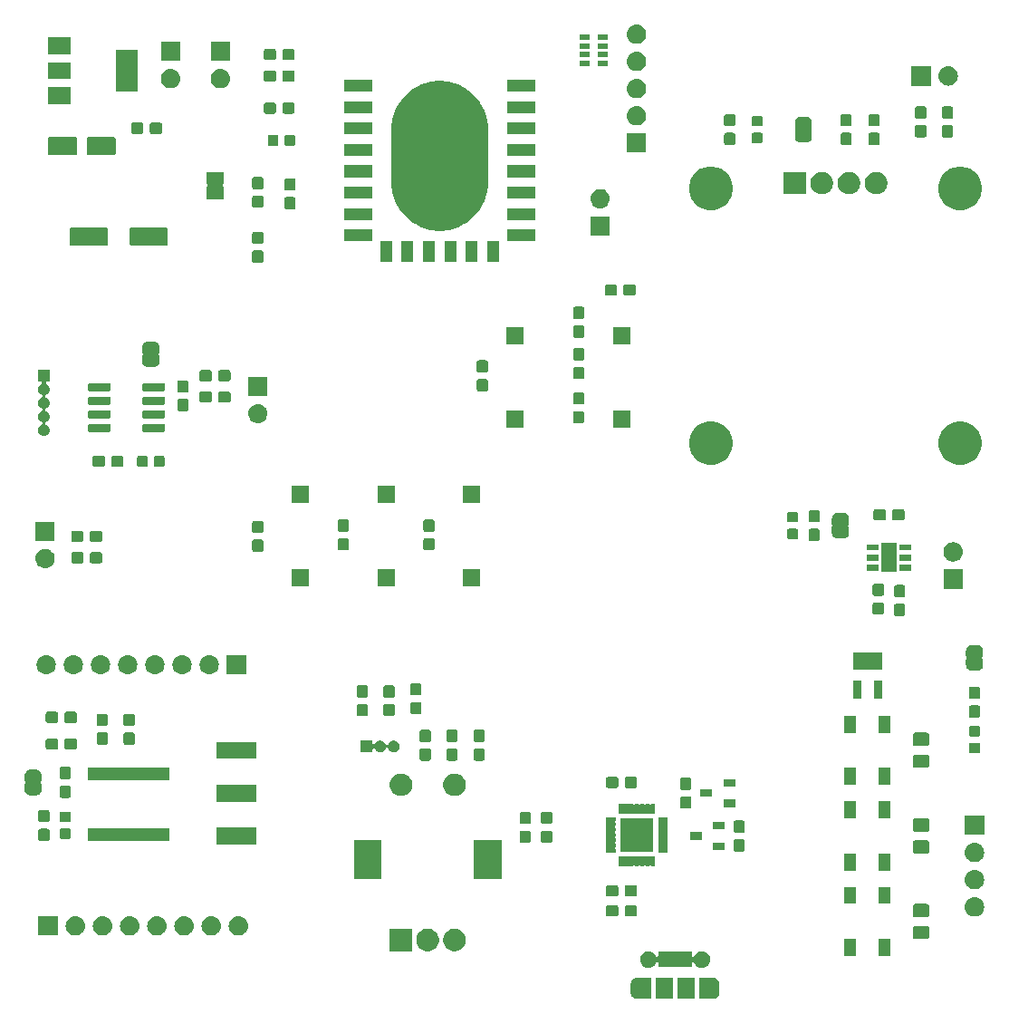
<source format=gbr>
G04 #@! TF.GenerationSoftware,KiCad,Pcbnew,5.1.2-f72e74a~84~ubuntu18.04.1*
G04 #@! TF.CreationDate,2019-06-01T21:14:53+08:00*
G04 #@! TF.ProjectId,esp12-lora-remote-station,65737031-322d-46c6-9f72-612d72656d6f,rev?*
G04 #@! TF.SameCoordinates,Original*
G04 #@! TF.FileFunction,Soldermask,Top*
G04 #@! TF.FilePolarity,Negative*
%FSLAX46Y46*%
G04 Gerber Fmt 4.6, Leading zero omitted, Abs format (unit mm)*
G04 Created by KiCad (PCBNEW 5.1.2-f72e74a~84~ubuntu18.04.1) date 2019-06-01 21:14:53*
%MOMM*%
%LPD*%
G04 APERTURE LIST*
%ADD10C,0.100000*%
G04 APERTURE END LIST*
D10*
G36*
X109525862Y-142235898D02*
G01*
X109538114Y-142236500D01*
X110751000Y-142236500D01*
X110751000Y-144238500D01*
X109538114Y-144238500D01*
X109525862Y-144239102D01*
X109500000Y-144241649D01*
X109474138Y-144239102D01*
X109461886Y-144238500D01*
X109388594Y-144238500D01*
X109371836Y-144229543D01*
X109360299Y-144225415D01*
X109275307Y-144199632D01*
X109249664Y-144191854D01*
X109136575Y-144131406D01*
X109037447Y-144050054D01*
X108956094Y-143950924D01*
X108895646Y-143837835D01*
X108885960Y-143805903D01*
X108858420Y-143715117D01*
X108849000Y-143619472D01*
X108849000Y-142855527D01*
X108858420Y-142759882D01*
X108895645Y-142637168D01*
X108956096Y-142524074D01*
X109037447Y-142424946D01*
X109136576Y-142343594D01*
X109249666Y-142283146D01*
X109249669Y-142283145D01*
X109360290Y-142249588D01*
X109382925Y-142240212D01*
X109388481Y-142236500D01*
X109461886Y-142236500D01*
X109474138Y-142235898D01*
X109500000Y-142233351D01*
X109525862Y-142235898D01*
X109525862Y-142235898D01*
G37*
G36*
X116525862Y-142235898D02*
G01*
X116538114Y-142236500D01*
X116611406Y-142236500D01*
X116628164Y-142245457D01*
X116639707Y-142249587D01*
X116750331Y-142283145D01*
X116750334Y-142283146D01*
X116863424Y-142343594D01*
X116962554Y-142424947D01*
X117043906Y-142524075D01*
X117104354Y-142637164D01*
X117114040Y-142669096D01*
X117141580Y-142759882D01*
X117151000Y-142855527D01*
X117151000Y-143619473D01*
X117141580Y-143715118D01*
X117114040Y-143805904D01*
X117104354Y-143837836D01*
X117043906Y-143950925D01*
X116962554Y-144050054D01*
X116863425Y-144131406D01*
X116750336Y-144191854D01*
X116724693Y-144199632D01*
X116639708Y-144225413D01*
X116617075Y-144234787D01*
X116611518Y-144238500D01*
X116538114Y-144238500D01*
X116525862Y-144239102D01*
X116500000Y-144241649D01*
X116474138Y-144239102D01*
X116461886Y-144238500D01*
X115249000Y-144238500D01*
X115249000Y-142236500D01*
X116461886Y-142236500D01*
X116474138Y-142235898D01*
X116500000Y-142233351D01*
X116525862Y-142235898D01*
X116525862Y-142235898D01*
G37*
G36*
X112801000Y-144238500D02*
G01*
X111199000Y-144238500D01*
X111199000Y-142236500D01*
X112801000Y-142236500D01*
X112801000Y-144238500D01*
X112801000Y-144238500D01*
G37*
G36*
X114801000Y-144238500D02*
G01*
X113199000Y-144238500D01*
X113199000Y-142236500D01*
X114801000Y-142236500D01*
X114801000Y-144238500D01*
X114801000Y-144238500D01*
G37*
G36*
X110726348Y-139791320D02*
G01*
X110726350Y-139791321D01*
X110726351Y-139791321D01*
X110867574Y-139849817D01*
X110867577Y-139849819D01*
X110994669Y-139934739D01*
X111102761Y-140042831D01*
X111159375Y-140127560D01*
X111187683Y-140169926D01*
X111208517Y-140220225D01*
X111220068Y-140241836D01*
X111235614Y-140260778D01*
X111254556Y-140276323D01*
X111276166Y-140287874D01*
X111299615Y-140294987D01*
X111324001Y-140297389D01*
X111348387Y-140294987D01*
X111371836Y-140287874D01*
X111393447Y-140276323D01*
X111412389Y-140260777D01*
X111427934Y-140241835D01*
X111439485Y-140220225D01*
X111446598Y-140196776D01*
X111449000Y-140172390D01*
X111449000Y-139811500D01*
X114551000Y-139811500D01*
X114551000Y-140172390D01*
X114553402Y-140196776D01*
X114560515Y-140220225D01*
X114572066Y-140241836D01*
X114587611Y-140260778D01*
X114606553Y-140276323D01*
X114628164Y-140287874D01*
X114651613Y-140294987D01*
X114675999Y-140297389D01*
X114700385Y-140294987D01*
X114723834Y-140287874D01*
X114745445Y-140276323D01*
X114764387Y-140260778D01*
X114779932Y-140241836D01*
X114791483Y-140220225D01*
X114812317Y-140169926D01*
X114840625Y-140127560D01*
X114897239Y-140042831D01*
X115005331Y-139934739D01*
X115132423Y-139849819D01*
X115132426Y-139849817D01*
X115273649Y-139791321D01*
X115273650Y-139791321D01*
X115273652Y-139791320D01*
X115423569Y-139761500D01*
X115576431Y-139761500D01*
X115726348Y-139791320D01*
X115726350Y-139791321D01*
X115726351Y-139791321D01*
X115867574Y-139849817D01*
X115867577Y-139849819D01*
X115994669Y-139934739D01*
X116102761Y-140042831D01*
X116187681Y-140169923D01*
X116187683Y-140169926D01*
X116246179Y-140311149D01*
X116276000Y-140461071D01*
X116276000Y-140613929D01*
X116246179Y-140763851D01*
X116187683Y-140905074D01*
X116187682Y-140905075D01*
X116187681Y-140905077D01*
X116102761Y-141032169D01*
X115994669Y-141140261D01*
X115867577Y-141225181D01*
X115867574Y-141225183D01*
X115726351Y-141283679D01*
X115726350Y-141283679D01*
X115726348Y-141283680D01*
X115576431Y-141313500D01*
X115423569Y-141313500D01*
X115273652Y-141283680D01*
X115273650Y-141283679D01*
X115273649Y-141283679D01*
X115132426Y-141225183D01*
X115132423Y-141225181D01*
X115005331Y-141140261D01*
X114897239Y-141032169D01*
X114812318Y-140905075D01*
X114812317Y-140905074D01*
X114791481Y-140854772D01*
X114779932Y-140833164D01*
X114764386Y-140814222D01*
X114745444Y-140798677D01*
X114723834Y-140787126D01*
X114700385Y-140780013D01*
X114675999Y-140777611D01*
X114651613Y-140780013D01*
X114628164Y-140787126D01*
X114606553Y-140798677D01*
X114587611Y-140814223D01*
X114572066Y-140833165D01*
X114560515Y-140854775D01*
X114553402Y-140878224D01*
X114551000Y-140902610D01*
X114551000Y-141263500D01*
X111449000Y-141263500D01*
X111449000Y-140902610D01*
X111446598Y-140878224D01*
X111439485Y-140854775D01*
X111427934Y-140833164D01*
X111412389Y-140814222D01*
X111393447Y-140798677D01*
X111371836Y-140787126D01*
X111348387Y-140780013D01*
X111324001Y-140777611D01*
X111299615Y-140780013D01*
X111276166Y-140787126D01*
X111254555Y-140798677D01*
X111235613Y-140814222D01*
X111220068Y-140833164D01*
X111208519Y-140854772D01*
X111187683Y-140905074D01*
X111187682Y-140905075D01*
X111102761Y-141032169D01*
X110994669Y-141140261D01*
X110867577Y-141225181D01*
X110867574Y-141225183D01*
X110726351Y-141283679D01*
X110726350Y-141283679D01*
X110726348Y-141283680D01*
X110576431Y-141313500D01*
X110423569Y-141313500D01*
X110273652Y-141283680D01*
X110273650Y-141283679D01*
X110273649Y-141283679D01*
X110132426Y-141225183D01*
X110132423Y-141225181D01*
X110005331Y-141140261D01*
X109897239Y-141032169D01*
X109812319Y-140905077D01*
X109812318Y-140905075D01*
X109812317Y-140905074D01*
X109753821Y-140763851D01*
X109724000Y-140613929D01*
X109724000Y-140461071D01*
X109753821Y-140311149D01*
X109812317Y-140169926D01*
X109812319Y-140169923D01*
X109897239Y-140042831D01*
X110005331Y-139934739D01*
X110132423Y-139849819D01*
X110132426Y-139849817D01*
X110273649Y-139791321D01*
X110273650Y-139791321D01*
X110273652Y-139791320D01*
X110423569Y-139761500D01*
X110576431Y-139761500D01*
X110726348Y-139791320D01*
X110726348Y-139791320D01*
G37*
G36*
X133151000Y-140251000D02*
G01*
X132049000Y-140251000D01*
X132049000Y-138649000D01*
X133151000Y-138649000D01*
X133151000Y-140251000D01*
X133151000Y-140251000D01*
G37*
G36*
X129951000Y-140251000D02*
G01*
X128849000Y-140251000D01*
X128849000Y-138649000D01*
X129951000Y-138649000D01*
X129951000Y-140251000D01*
X129951000Y-140251000D01*
G37*
G36*
X92681564Y-137714389D02*
G01*
X92872833Y-137793615D01*
X92872835Y-137793616D01*
X93036523Y-137902989D01*
X93044973Y-137908635D01*
X93191365Y-138055027D01*
X93306385Y-138227167D01*
X93385611Y-138418436D01*
X93426000Y-138621484D01*
X93426000Y-138828516D01*
X93385611Y-139031564D01*
X93306385Y-139222833D01*
X93306384Y-139222835D01*
X93191365Y-139394973D01*
X93044973Y-139541365D01*
X92872835Y-139656384D01*
X92872834Y-139656385D01*
X92872833Y-139656385D01*
X92681564Y-139735611D01*
X92478516Y-139776000D01*
X92271484Y-139776000D01*
X92068436Y-139735611D01*
X91877167Y-139656385D01*
X91877166Y-139656385D01*
X91877165Y-139656384D01*
X91705027Y-139541365D01*
X91558635Y-139394973D01*
X91443616Y-139222835D01*
X91443615Y-139222833D01*
X91364389Y-139031564D01*
X91324000Y-138828516D01*
X91324000Y-138621484D01*
X91364389Y-138418436D01*
X91443615Y-138227167D01*
X91558635Y-138055027D01*
X91705027Y-137908635D01*
X91713477Y-137902989D01*
X91877165Y-137793616D01*
X91877167Y-137793615D01*
X92068436Y-137714389D01*
X92271484Y-137674000D01*
X92478516Y-137674000D01*
X92681564Y-137714389D01*
X92681564Y-137714389D01*
G37*
G36*
X90181564Y-137714389D02*
G01*
X90372833Y-137793615D01*
X90372835Y-137793616D01*
X90536523Y-137902989D01*
X90544973Y-137908635D01*
X90691365Y-138055027D01*
X90806385Y-138227167D01*
X90885611Y-138418436D01*
X90926000Y-138621484D01*
X90926000Y-138828516D01*
X90885611Y-139031564D01*
X90806385Y-139222833D01*
X90806384Y-139222835D01*
X90691365Y-139394973D01*
X90544973Y-139541365D01*
X90372835Y-139656384D01*
X90372834Y-139656385D01*
X90372833Y-139656385D01*
X90181564Y-139735611D01*
X89978516Y-139776000D01*
X89771484Y-139776000D01*
X89568436Y-139735611D01*
X89377167Y-139656385D01*
X89377166Y-139656385D01*
X89377165Y-139656384D01*
X89205027Y-139541365D01*
X89058635Y-139394973D01*
X88943616Y-139222835D01*
X88943615Y-139222833D01*
X88864389Y-139031564D01*
X88824000Y-138828516D01*
X88824000Y-138621484D01*
X88864389Y-138418436D01*
X88943615Y-138227167D01*
X89058635Y-138055027D01*
X89205027Y-137908635D01*
X89213477Y-137902989D01*
X89377165Y-137793616D01*
X89377167Y-137793615D01*
X89568436Y-137714389D01*
X89771484Y-137674000D01*
X89978516Y-137674000D01*
X90181564Y-137714389D01*
X90181564Y-137714389D01*
G37*
G36*
X88426000Y-139776000D02*
G01*
X86324000Y-139776000D01*
X86324000Y-137674000D01*
X88426000Y-137674000D01*
X88426000Y-139776000D01*
X88426000Y-139776000D01*
G37*
G36*
X136588674Y-137403465D02*
G01*
X136626367Y-137414899D01*
X136661103Y-137433466D01*
X136691548Y-137458452D01*
X136716534Y-137488897D01*
X136735101Y-137523633D01*
X136746535Y-137561326D01*
X136751000Y-137606661D01*
X136751000Y-138443339D01*
X136746535Y-138488674D01*
X136735101Y-138526367D01*
X136716534Y-138561103D01*
X136691548Y-138591548D01*
X136661103Y-138616534D01*
X136626367Y-138635101D01*
X136588674Y-138646535D01*
X136543339Y-138651000D01*
X135456661Y-138651000D01*
X135411326Y-138646535D01*
X135373633Y-138635101D01*
X135338897Y-138616534D01*
X135308452Y-138591548D01*
X135283466Y-138561103D01*
X135264899Y-138526367D01*
X135253465Y-138488674D01*
X135249000Y-138443339D01*
X135249000Y-137606661D01*
X135253465Y-137561326D01*
X135264899Y-137523633D01*
X135283466Y-137488897D01*
X135308452Y-137458452D01*
X135338897Y-137433466D01*
X135373633Y-137414899D01*
X135411326Y-137403465D01*
X135456661Y-137399000D01*
X136543339Y-137399000D01*
X136588674Y-137403465D01*
X136588674Y-137403465D01*
G37*
G36*
X59590443Y-136505519D02*
G01*
X59656627Y-136512037D01*
X59826466Y-136563557D01*
X59982991Y-136647222D01*
X60018729Y-136676552D01*
X60120186Y-136759814D01*
X60203448Y-136861271D01*
X60232778Y-136897009D01*
X60316443Y-137053534D01*
X60367963Y-137223373D01*
X60385359Y-137400000D01*
X60367963Y-137576627D01*
X60316443Y-137746466D01*
X60232778Y-137902991D01*
X60228146Y-137908635D01*
X60120186Y-138040186D01*
X60018729Y-138123448D01*
X59982991Y-138152778D01*
X59826466Y-138236443D01*
X59656627Y-138287963D01*
X59590442Y-138294482D01*
X59524260Y-138301000D01*
X59435740Y-138301000D01*
X59369558Y-138294482D01*
X59303373Y-138287963D01*
X59133534Y-138236443D01*
X58977009Y-138152778D01*
X58941271Y-138123448D01*
X58839814Y-138040186D01*
X58731854Y-137908635D01*
X58727222Y-137902991D01*
X58643557Y-137746466D01*
X58592037Y-137576627D01*
X58574641Y-137400000D01*
X58592037Y-137223373D01*
X58643557Y-137053534D01*
X58727222Y-136897009D01*
X58756552Y-136861271D01*
X58839814Y-136759814D01*
X58941271Y-136676552D01*
X58977009Y-136647222D01*
X59133534Y-136563557D01*
X59303373Y-136512037D01*
X59369557Y-136505519D01*
X59435740Y-136499000D01*
X59524260Y-136499000D01*
X59590443Y-136505519D01*
X59590443Y-136505519D01*
G37*
G36*
X72290443Y-136505519D02*
G01*
X72356627Y-136512037D01*
X72526466Y-136563557D01*
X72682991Y-136647222D01*
X72718729Y-136676552D01*
X72820186Y-136759814D01*
X72903448Y-136861271D01*
X72932778Y-136897009D01*
X73016443Y-137053534D01*
X73067963Y-137223373D01*
X73085359Y-137400000D01*
X73067963Y-137576627D01*
X73016443Y-137746466D01*
X72932778Y-137902991D01*
X72928146Y-137908635D01*
X72820186Y-138040186D01*
X72718729Y-138123448D01*
X72682991Y-138152778D01*
X72526466Y-138236443D01*
X72356627Y-138287963D01*
X72290442Y-138294482D01*
X72224260Y-138301000D01*
X72135740Y-138301000D01*
X72069558Y-138294482D01*
X72003373Y-138287963D01*
X71833534Y-138236443D01*
X71677009Y-138152778D01*
X71641271Y-138123448D01*
X71539814Y-138040186D01*
X71431854Y-137908635D01*
X71427222Y-137902991D01*
X71343557Y-137746466D01*
X71292037Y-137576627D01*
X71274641Y-137400000D01*
X71292037Y-137223373D01*
X71343557Y-137053534D01*
X71427222Y-136897009D01*
X71456552Y-136861271D01*
X71539814Y-136759814D01*
X71641271Y-136676552D01*
X71677009Y-136647222D01*
X71833534Y-136563557D01*
X72003373Y-136512037D01*
X72069557Y-136505519D01*
X72135740Y-136499000D01*
X72224260Y-136499000D01*
X72290443Y-136505519D01*
X72290443Y-136505519D01*
G37*
G36*
X69750443Y-136505519D02*
G01*
X69816627Y-136512037D01*
X69986466Y-136563557D01*
X70142991Y-136647222D01*
X70178729Y-136676552D01*
X70280186Y-136759814D01*
X70363448Y-136861271D01*
X70392778Y-136897009D01*
X70476443Y-137053534D01*
X70527963Y-137223373D01*
X70545359Y-137400000D01*
X70527963Y-137576627D01*
X70476443Y-137746466D01*
X70392778Y-137902991D01*
X70388146Y-137908635D01*
X70280186Y-138040186D01*
X70178729Y-138123448D01*
X70142991Y-138152778D01*
X69986466Y-138236443D01*
X69816627Y-138287963D01*
X69750442Y-138294482D01*
X69684260Y-138301000D01*
X69595740Y-138301000D01*
X69529558Y-138294482D01*
X69463373Y-138287963D01*
X69293534Y-138236443D01*
X69137009Y-138152778D01*
X69101271Y-138123448D01*
X68999814Y-138040186D01*
X68891854Y-137908635D01*
X68887222Y-137902991D01*
X68803557Y-137746466D01*
X68752037Y-137576627D01*
X68734641Y-137400000D01*
X68752037Y-137223373D01*
X68803557Y-137053534D01*
X68887222Y-136897009D01*
X68916552Y-136861271D01*
X68999814Y-136759814D01*
X69101271Y-136676552D01*
X69137009Y-136647222D01*
X69293534Y-136563557D01*
X69463373Y-136512037D01*
X69529557Y-136505519D01*
X69595740Y-136499000D01*
X69684260Y-136499000D01*
X69750443Y-136505519D01*
X69750443Y-136505519D01*
G37*
G36*
X55301000Y-138301000D02*
G01*
X53499000Y-138301000D01*
X53499000Y-136499000D01*
X55301000Y-136499000D01*
X55301000Y-138301000D01*
X55301000Y-138301000D01*
G37*
G36*
X57050443Y-136505519D02*
G01*
X57116627Y-136512037D01*
X57286466Y-136563557D01*
X57442991Y-136647222D01*
X57478729Y-136676552D01*
X57580186Y-136759814D01*
X57663448Y-136861271D01*
X57692778Y-136897009D01*
X57776443Y-137053534D01*
X57827963Y-137223373D01*
X57845359Y-137400000D01*
X57827963Y-137576627D01*
X57776443Y-137746466D01*
X57692778Y-137902991D01*
X57688146Y-137908635D01*
X57580186Y-138040186D01*
X57478729Y-138123448D01*
X57442991Y-138152778D01*
X57286466Y-138236443D01*
X57116627Y-138287963D01*
X57050442Y-138294482D01*
X56984260Y-138301000D01*
X56895740Y-138301000D01*
X56829558Y-138294482D01*
X56763373Y-138287963D01*
X56593534Y-138236443D01*
X56437009Y-138152778D01*
X56401271Y-138123448D01*
X56299814Y-138040186D01*
X56191854Y-137908635D01*
X56187222Y-137902991D01*
X56103557Y-137746466D01*
X56052037Y-137576627D01*
X56034641Y-137400000D01*
X56052037Y-137223373D01*
X56103557Y-137053534D01*
X56187222Y-136897009D01*
X56216552Y-136861271D01*
X56299814Y-136759814D01*
X56401271Y-136676552D01*
X56437009Y-136647222D01*
X56593534Y-136563557D01*
X56763373Y-136512037D01*
X56829557Y-136505519D01*
X56895740Y-136499000D01*
X56984260Y-136499000D01*
X57050443Y-136505519D01*
X57050443Y-136505519D01*
G37*
G36*
X67210443Y-136505519D02*
G01*
X67276627Y-136512037D01*
X67446466Y-136563557D01*
X67602991Y-136647222D01*
X67638729Y-136676552D01*
X67740186Y-136759814D01*
X67823448Y-136861271D01*
X67852778Y-136897009D01*
X67936443Y-137053534D01*
X67987963Y-137223373D01*
X68005359Y-137400000D01*
X67987963Y-137576627D01*
X67936443Y-137746466D01*
X67852778Y-137902991D01*
X67848146Y-137908635D01*
X67740186Y-138040186D01*
X67638729Y-138123448D01*
X67602991Y-138152778D01*
X67446466Y-138236443D01*
X67276627Y-138287963D01*
X67210442Y-138294482D01*
X67144260Y-138301000D01*
X67055740Y-138301000D01*
X66989558Y-138294482D01*
X66923373Y-138287963D01*
X66753534Y-138236443D01*
X66597009Y-138152778D01*
X66561271Y-138123448D01*
X66459814Y-138040186D01*
X66351854Y-137908635D01*
X66347222Y-137902991D01*
X66263557Y-137746466D01*
X66212037Y-137576627D01*
X66194641Y-137400000D01*
X66212037Y-137223373D01*
X66263557Y-137053534D01*
X66347222Y-136897009D01*
X66376552Y-136861271D01*
X66459814Y-136759814D01*
X66561271Y-136676552D01*
X66597009Y-136647222D01*
X66753534Y-136563557D01*
X66923373Y-136512037D01*
X66989557Y-136505519D01*
X67055740Y-136499000D01*
X67144260Y-136499000D01*
X67210443Y-136505519D01*
X67210443Y-136505519D01*
G37*
G36*
X64670443Y-136505519D02*
G01*
X64736627Y-136512037D01*
X64906466Y-136563557D01*
X65062991Y-136647222D01*
X65098729Y-136676552D01*
X65200186Y-136759814D01*
X65283448Y-136861271D01*
X65312778Y-136897009D01*
X65396443Y-137053534D01*
X65447963Y-137223373D01*
X65465359Y-137400000D01*
X65447963Y-137576627D01*
X65396443Y-137746466D01*
X65312778Y-137902991D01*
X65308146Y-137908635D01*
X65200186Y-138040186D01*
X65098729Y-138123448D01*
X65062991Y-138152778D01*
X64906466Y-138236443D01*
X64736627Y-138287963D01*
X64670442Y-138294482D01*
X64604260Y-138301000D01*
X64515740Y-138301000D01*
X64449558Y-138294482D01*
X64383373Y-138287963D01*
X64213534Y-138236443D01*
X64057009Y-138152778D01*
X64021271Y-138123448D01*
X63919814Y-138040186D01*
X63811854Y-137908635D01*
X63807222Y-137902991D01*
X63723557Y-137746466D01*
X63672037Y-137576627D01*
X63654641Y-137400000D01*
X63672037Y-137223373D01*
X63723557Y-137053534D01*
X63807222Y-136897009D01*
X63836552Y-136861271D01*
X63919814Y-136759814D01*
X64021271Y-136676552D01*
X64057009Y-136647222D01*
X64213534Y-136563557D01*
X64383373Y-136512037D01*
X64449557Y-136505519D01*
X64515740Y-136499000D01*
X64604260Y-136499000D01*
X64670443Y-136505519D01*
X64670443Y-136505519D01*
G37*
G36*
X62130443Y-136505519D02*
G01*
X62196627Y-136512037D01*
X62366466Y-136563557D01*
X62522991Y-136647222D01*
X62558729Y-136676552D01*
X62660186Y-136759814D01*
X62743448Y-136861271D01*
X62772778Y-136897009D01*
X62856443Y-137053534D01*
X62907963Y-137223373D01*
X62925359Y-137400000D01*
X62907963Y-137576627D01*
X62856443Y-137746466D01*
X62772778Y-137902991D01*
X62768146Y-137908635D01*
X62660186Y-138040186D01*
X62558729Y-138123448D01*
X62522991Y-138152778D01*
X62366466Y-138236443D01*
X62196627Y-138287963D01*
X62130442Y-138294482D01*
X62064260Y-138301000D01*
X61975740Y-138301000D01*
X61909558Y-138294482D01*
X61843373Y-138287963D01*
X61673534Y-138236443D01*
X61517009Y-138152778D01*
X61481271Y-138123448D01*
X61379814Y-138040186D01*
X61271854Y-137908635D01*
X61267222Y-137902991D01*
X61183557Y-137746466D01*
X61132037Y-137576627D01*
X61114641Y-137400000D01*
X61132037Y-137223373D01*
X61183557Y-137053534D01*
X61267222Y-136897009D01*
X61296552Y-136861271D01*
X61379814Y-136759814D01*
X61481271Y-136676552D01*
X61517009Y-136647222D01*
X61673534Y-136563557D01*
X61843373Y-136512037D01*
X61909557Y-136505519D01*
X61975740Y-136499000D01*
X62064260Y-136499000D01*
X62130443Y-136505519D01*
X62130443Y-136505519D01*
G37*
G36*
X136588674Y-135353465D02*
G01*
X136626367Y-135364899D01*
X136661103Y-135383466D01*
X136691548Y-135408452D01*
X136716534Y-135438897D01*
X136735101Y-135473633D01*
X136746535Y-135511326D01*
X136751000Y-135556661D01*
X136751000Y-136393339D01*
X136746535Y-136438674D01*
X136735102Y-136476364D01*
X136716534Y-136511103D01*
X136691548Y-136541548D01*
X136661103Y-136566534D01*
X136626367Y-136585101D01*
X136588674Y-136596535D01*
X136543339Y-136601000D01*
X135456661Y-136601000D01*
X135411326Y-136596535D01*
X135373633Y-136585101D01*
X135338897Y-136566534D01*
X135308452Y-136541548D01*
X135283466Y-136511103D01*
X135264898Y-136476364D01*
X135253465Y-136438674D01*
X135249000Y-136393339D01*
X135249000Y-135556661D01*
X135253465Y-135511326D01*
X135264899Y-135473633D01*
X135283466Y-135438897D01*
X135308452Y-135408452D01*
X135338897Y-135383466D01*
X135373633Y-135364899D01*
X135411326Y-135353465D01*
X135456661Y-135349000D01*
X136543339Y-135349000D01*
X136588674Y-135353465D01*
X136588674Y-135353465D01*
G37*
G36*
X107539499Y-135478445D02*
G01*
X107576995Y-135489820D01*
X107611554Y-135508292D01*
X107641847Y-135533153D01*
X107666708Y-135563446D01*
X107685180Y-135598005D01*
X107696555Y-135635501D01*
X107701000Y-135680638D01*
X107701000Y-136319362D01*
X107696555Y-136364499D01*
X107685180Y-136401995D01*
X107666708Y-136436554D01*
X107641847Y-136466847D01*
X107611554Y-136491708D01*
X107576995Y-136510180D01*
X107539499Y-136521555D01*
X107494362Y-136526000D01*
X106755638Y-136526000D01*
X106710501Y-136521555D01*
X106673005Y-136510180D01*
X106638446Y-136491708D01*
X106608153Y-136466847D01*
X106583292Y-136436554D01*
X106564820Y-136401995D01*
X106553445Y-136364499D01*
X106549000Y-136319362D01*
X106549000Y-135680638D01*
X106553445Y-135635501D01*
X106564820Y-135598005D01*
X106583292Y-135563446D01*
X106608153Y-135533153D01*
X106638446Y-135508292D01*
X106673005Y-135489820D01*
X106710501Y-135478445D01*
X106755638Y-135474000D01*
X107494362Y-135474000D01*
X107539499Y-135478445D01*
X107539499Y-135478445D01*
G37*
G36*
X109289499Y-135478445D02*
G01*
X109326995Y-135489820D01*
X109361554Y-135508292D01*
X109391847Y-135533153D01*
X109416708Y-135563446D01*
X109435180Y-135598005D01*
X109446555Y-135635501D01*
X109451000Y-135680638D01*
X109451000Y-136319362D01*
X109446555Y-136364499D01*
X109435180Y-136401995D01*
X109416708Y-136436554D01*
X109391847Y-136466847D01*
X109361554Y-136491708D01*
X109326995Y-136510180D01*
X109289499Y-136521555D01*
X109244362Y-136526000D01*
X108505638Y-136526000D01*
X108460501Y-136521555D01*
X108423005Y-136510180D01*
X108388446Y-136491708D01*
X108358153Y-136466847D01*
X108333292Y-136436554D01*
X108314820Y-136401995D01*
X108303445Y-136364499D01*
X108299000Y-136319362D01*
X108299000Y-135680638D01*
X108303445Y-135635501D01*
X108314820Y-135598005D01*
X108333292Y-135563446D01*
X108358153Y-135533153D01*
X108388446Y-135508292D01*
X108423005Y-135489820D01*
X108460501Y-135478445D01*
X108505638Y-135474000D01*
X109244362Y-135474000D01*
X109289499Y-135478445D01*
X109289499Y-135478445D01*
G37*
G36*
X141110442Y-134725518D02*
G01*
X141176627Y-134732037D01*
X141346466Y-134783557D01*
X141502991Y-134867222D01*
X141538729Y-134896552D01*
X141640186Y-134979814D01*
X141723448Y-135081271D01*
X141752778Y-135117009D01*
X141836443Y-135273534D01*
X141887963Y-135443373D01*
X141905359Y-135620000D01*
X141887963Y-135796627D01*
X141836443Y-135966466D01*
X141752778Y-136122991D01*
X141723448Y-136158729D01*
X141640186Y-136260186D01*
X141556545Y-136328827D01*
X141502991Y-136372778D01*
X141346466Y-136456443D01*
X141176627Y-136507963D01*
X141135262Y-136512037D01*
X141044260Y-136521000D01*
X140955740Y-136521000D01*
X140864738Y-136512037D01*
X140823373Y-136507963D01*
X140653534Y-136456443D01*
X140497009Y-136372778D01*
X140443455Y-136328827D01*
X140359814Y-136260186D01*
X140276552Y-136158729D01*
X140247222Y-136122991D01*
X140163557Y-135966466D01*
X140112037Y-135796627D01*
X140094641Y-135620000D01*
X140112037Y-135443373D01*
X140163557Y-135273534D01*
X140247222Y-135117009D01*
X140276552Y-135081271D01*
X140359814Y-134979814D01*
X140461271Y-134896552D01*
X140497009Y-134867222D01*
X140653534Y-134783557D01*
X140823373Y-134732037D01*
X140889558Y-134725518D01*
X140955740Y-134719000D01*
X141044260Y-134719000D01*
X141110442Y-134725518D01*
X141110442Y-134725518D01*
G37*
G36*
X133151000Y-135351000D02*
G01*
X132049000Y-135351000D01*
X132049000Y-133749000D01*
X133151000Y-133749000D01*
X133151000Y-135351000D01*
X133151000Y-135351000D01*
G37*
G36*
X129951000Y-135351000D02*
G01*
X128849000Y-135351000D01*
X128849000Y-133749000D01*
X129951000Y-133749000D01*
X129951000Y-135351000D01*
X129951000Y-135351000D01*
G37*
G36*
X107539499Y-133603445D02*
G01*
X107576995Y-133614820D01*
X107611554Y-133633292D01*
X107641847Y-133658153D01*
X107666708Y-133688446D01*
X107685180Y-133723005D01*
X107696555Y-133760501D01*
X107701000Y-133805638D01*
X107701000Y-134444362D01*
X107696555Y-134489499D01*
X107685180Y-134526995D01*
X107666708Y-134561554D01*
X107641847Y-134591847D01*
X107611554Y-134616708D01*
X107576995Y-134635180D01*
X107539499Y-134646555D01*
X107494362Y-134651000D01*
X106755638Y-134651000D01*
X106710501Y-134646555D01*
X106673005Y-134635180D01*
X106638446Y-134616708D01*
X106608153Y-134591847D01*
X106583292Y-134561554D01*
X106564820Y-134526995D01*
X106553445Y-134489499D01*
X106549000Y-134444362D01*
X106549000Y-133805638D01*
X106553445Y-133760501D01*
X106564820Y-133723005D01*
X106583292Y-133688446D01*
X106608153Y-133658153D01*
X106638446Y-133633292D01*
X106673005Y-133614820D01*
X106710501Y-133603445D01*
X106755638Y-133599000D01*
X107494362Y-133599000D01*
X107539499Y-133603445D01*
X107539499Y-133603445D01*
G37*
G36*
X109289499Y-133603445D02*
G01*
X109326995Y-133614820D01*
X109361554Y-133633292D01*
X109391847Y-133658153D01*
X109416708Y-133688446D01*
X109435180Y-133723005D01*
X109446555Y-133760501D01*
X109451000Y-133805638D01*
X109451000Y-134444362D01*
X109446555Y-134489499D01*
X109435180Y-134526995D01*
X109416708Y-134561554D01*
X109391847Y-134591847D01*
X109361554Y-134616708D01*
X109326995Y-134635180D01*
X109289499Y-134646555D01*
X109244362Y-134651000D01*
X108505638Y-134651000D01*
X108460501Y-134646555D01*
X108423005Y-134635180D01*
X108388446Y-134616708D01*
X108358153Y-134591847D01*
X108333292Y-134561554D01*
X108314820Y-134526995D01*
X108303445Y-134489499D01*
X108299000Y-134444362D01*
X108299000Y-133805638D01*
X108303445Y-133760501D01*
X108314820Y-133723005D01*
X108333292Y-133688446D01*
X108358153Y-133658153D01*
X108388446Y-133633292D01*
X108423005Y-133614820D01*
X108460501Y-133603445D01*
X108505638Y-133599000D01*
X109244362Y-133599000D01*
X109289499Y-133603445D01*
X109289499Y-133603445D01*
G37*
G36*
X141110442Y-132185518D02*
G01*
X141176627Y-132192037D01*
X141346466Y-132243557D01*
X141502991Y-132327222D01*
X141538729Y-132356552D01*
X141640186Y-132439814D01*
X141723448Y-132541271D01*
X141752778Y-132577009D01*
X141836443Y-132733534D01*
X141887963Y-132903373D01*
X141905359Y-133080000D01*
X141887963Y-133256627D01*
X141836443Y-133426466D01*
X141752778Y-133582991D01*
X141726656Y-133614820D01*
X141640186Y-133720186D01*
X141538729Y-133803448D01*
X141502991Y-133832778D01*
X141346466Y-133916443D01*
X141176627Y-133967963D01*
X141110442Y-133974482D01*
X141044260Y-133981000D01*
X140955740Y-133981000D01*
X140889558Y-133974482D01*
X140823373Y-133967963D01*
X140653534Y-133916443D01*
X140497009Y-133832778D01*
X140461271Y-133803448D01*
X140359814Y-133720186D01*
X140273344Y-133614820D01*
X140247222Y-133582991D01*
X140163557Y-133426466D01*
X140112037Y-133256627D01*
X140094641Y-133080000D01*
X140112037Y-132903373D01*
X140163557Y-132733534D01*
X140247222Y-132577009D01*
X140276552Y-132541271D01*
X140359814Y-132439814D01*
X140461271Y-132356552D01*
X140497009Y-132327222D01*
X140653534Y-132243557D01*
X140823373Y-132192037D01*
X140889558Y-132185518D01*
X140955740Y-132179000D01*
X141044260Y-132179000D01*
X141110442Y-132185518D01*
X141110442Y-132185518D01*
G37*
G36*
X96776000Y-133026000D02*
G01*
X94174000Y-133026000D01*
X94174000Y-129424000D01*
X96776000Y-129424000D01*
X96776000Y-133026000D01*
X96776000Y-133026000D01*
G37*
G36*
X85576000Y-133026000D02*
G01*
X82974000Y-133026000D01*
X82974000Y-129424000D01*
X85576000Y-129424000D01*
X85576000Y-133026000D01*
X85576000Y-133026000D01*
G37*
G36*
X129951000Y-132251000D02*
G01*
X128849000Y-132251000D01*
X128849000Y-130649000D01*
X129951000Y-130649000D01*
X129951000Y-132251000D01*
X129951000Y-132251000D01*
G37*
G36*
X133151000Y-132251000D02*
G01*
X132049000Y-132251000D01*
X132049000Y-130649000D01*
X133151000Y-130649000D01*
X133151000Y-132251000D01*
X133151000Y-132251000D01*
G37*
G36*
X108089355Y-130910083D02*
G01*
X108094029Y-130911501D01*
X108098330Y-130913800D01*
X108104702Y-130919029D01*
X108125076Y-130932643D01*
X108147715Y-130942020D01*
X108171749Y-130946800D01*
X108196253Y-130946800D01*
X108220286Y-130942019D01*
X108242925Y-130932642D01*
X108263298Y-130919029D01*
X108269670Y-130913800D01*
X108273971Y-130911501D01*
X108278645Y-130910083D01*
X108289641Y-130909000D01*
X108578359Y-130909000D01*
X108589355Y-130910083D01*
X108594029Y-130911501D01*
X108598330Y-130913800D01*
X108604702Y-130919029D01*
X108625076Y-130932643D01*
X108647715Y-130942020D01*
X108671749Y-130946800D01*
X108696253Y-130946800D01*
X108720286Y-130942019D01*
X108742925Y-130932642D01*
X108763298Y-130919029D01*
X108769670Y-130913800D01*
X108773971Y-130911501D01*
X108778645Y-130910083D01*
X108789641Y-130909000D01*
X109078359Y-130909000D01*
X109089355Y-130910083D01*
X109094029Y-130911501D01*
X109098330Y-130913800D01*
X109104702Y-130919029D01*
X109125076Y-130932643D01*
X109147715Y-130942020D01*
X109171749Y-130946800D01*
X109196253Y-130946800D01*
X109220286Y-130942019D01*
X109242925Y-130932642D01*
X109263298Y-130919029D01*
X109269670Y-130913800D01*
X109273971Y-130911501D01*
X109278645Y-130910083D01*
X109289641Y-130909000D01*
X109578359Y-130909000D01*
X109589355Y-130910083D01*
X109594029Y-130911501D01*
X109598330Y-130913800D01*
X109604702Y-130919029D01*
X109625076Y-130932643D01*
X109647715Y-130942020D01*
X109671749Y-130946800D01*
X109696253Y-130946800D01*
X109720286Y-130942019D01*
X109742925Y-130932642D01*
X109763298Y-130919029D01*
X109769670Y-130913800D01*
X109773971Y-130911501D01*
X109778645Y-130910083D01*
X109789641Y-130909000D01*
X110078359Y-130909000D01*
X110089355Y-130910083D01*
X110094029Y-130911501D01*
X110098330Y-130913800D01*
X110104702Y-130919029D01*
X110125076Y-130932643D01*
X110147715Y-130942020D01*
X110171749Y-130946800D01*
X110196253Y-130946800D01*
X110220286Y-130942019D01*
X110242925Y-130932642D01*
X110263298Y-130919029D01*
X110269670Y-130913800D01*
X110273971Y-130911501D01*
X110278645Y-130910083D01*
X110289641Y-130909000D01*
X110578359Y-130909000D01*
X110589355Y-130910083D01*
X110594029Y-130911501D01*
X110598330Y-130913800D01*
X110604702Y-130919029D01*
X110625076Y-130932643D01*
X110647715Y-130942020D01*
X110671749Y-130946800D01*
X110696253Y-130946800D01*
X110720286Y-130942019D01*
X110742925Y-130932642D01*
X110763298Y-130919029D01*
X110769670Y-130913800D01*
X110773971Y-130911501D01*
X110778645Y-130910083D01*
X110789641Y-130909000D01*
X111078359Y-130909000D01*
X111089355Y-130910083D01*
X111094029Y-130911501D01*
X111098331Y-130913800D01*
X111102104Y-130916896D01*
X111105200Y-130920669D01*
X111107499Y-130924971D01*
X111108917Y-130929645D01*
X111110000Y-130940641D01*
X111110000Y-131779359D01*
X111108917Y-131790355D01*
X111107499Y-131795029D01*
X111105200Y-131799331D01*
X111102104Y-131803104D01*
X111098331Y-131806200D01*
X111094029Y-131808499D01*
X111089355Y-131809917D01*
X111078359Y-131811000D01*
X110789641Y-131811000D01*
X110778645Y-131809917D01*
X110773971Y-131808499D01*
X110769670Y-131806200D01*
X110763298Y-131800971D01*
X110742924Y-131787357D01*
X110720285Y-131777980D01*
X110696251Y-131773200D01*
X110671747Y-131773200D01*
X110647714Y-131777981D01*
X110625075Y-131787358D01*
X110604702Y-131800971D01*
X110598330Y-131806200D01*
X110594029Y-131808499D01*
X110589355Y-131809917D01*
X110578359Y-131811000D01*
X110289641Y-131811000D01*
X110278645Y-131809917D01*
X110273971Y-131808499D01*
X110269670Y-131806200D01*
X110263298Y-131800971D01*
X110242924Y-131787357D01*
X110220285Y-131777980D01*
X110196251Y-131773200D01*
X110171747Y-131773200D01*
X110147714Y-131777981D01*
X110125075Y-131787358D01*
X110104702Y-131800971D01*
X110098330Y-131806200D01*
X110094029Y-131808499D01*
X110089355Y-131809917D01*
X110078359Y-131811000D01*
X109789641Y-131811000D01*
X109778645Y-131809917D01*
X109773971Y-131808499D01*
X109769670Y-131806200D01*
X109763298Y-131800971D01*
X109742924Y-131787357D01*
X109720285Y-131777980D01*
X109696251Y-131773200D01*
X109671747Y-131773200D01*
X109647714Y-131777981D01*
X109625075Y-131787358D01*
X109604702Y-131800971D01*
X109598330Y-131806200D01*
X109594029Y-131808499D01*
X109589355Y-131809917D01*
X109578359Y-131811000D01*
X109289641Y-131811000D01*
X109278645Y-131809917D01*
X109273971Y-131808499D01*
X109269670Y-131806200D01*
X109263298Y-131800971D01*
X109242924Y-131787357D01*
X109220285Y-131777980D01*
X109196251Y-131773200D01*
X109171747Y-131773200D01*
X109147714Y-131777981D01*
X109125075Y-131787358D01*
X109104702Y-131800971D01*
X109098330Y-131806200D01*
X109094029Y-131808499D01*
X109089355Y-131809917D01*
X109078359Y-131811000D01*
X108789641Y-131811000D01*
X108778645Y-131809917D01*
X108773971Y-131808499D01*
X108769670Y-131806200D01*
X108763298Y-131800971D01*
X108742924Y-131787357D01*
X108720285Y-131777980D01*
X108696251Y-131773200D01*
X108671747Y-131773200D01*
X108647714Y-131777981D01*
X108625075Y-131787358D01*
X108604702Y-131800971D01*
X108598330Y-131806200D01*
X108594029Y-131808499D01*
X108589355Y-131809917D01*
X108578359Y-131811000D01*
X108289641Y-131811000D01*
X108278645Y-131809917D01*
X108273971Y-131808499D01*
X108269670Y-131806200D01*
X108263298Y-131800971D01*
X108242924Y-131787357D01*
X108220285Y-131777980D01*
X108196251Y-131773200D01*
X108171747Y-131773200D01*
X108147714Y-131777981D01*
X108125075Y-131787358D01*
X108104702Y-131800971D01*
X108098330Y-131806200D01*
X108094029Y-131808499D01*
X108089355Y-131809917D01*
X108078359Y-131811000D01*
X107789641Y-131811000D01*
X107778645Y-131809917D01*
X107773971Y-131808499D01*
X107769669Y-131806200D01*
X107765896Y-131803104D01*
X107762800Y-131799331D01*
X107760501Y-131795029D01*
X107759083Y-131790355D01*
X107758000Y-131779359D01*
X107758000Y-130940641D01*
X107759083Y-130929645D01*
X107760501Y-130924971D01*
X107762800Y-130920669D01*
X107765896Y-130916896D01*
X107769669Y-130913800D01*
X107773971Y-130911501D01*
X107778645Y-130910083D01*
X107789641Y-130909000D01*
X108078359Y-130909000D01*
X108089355Y-130910083D01*
X108089355Y-130910083D01*
G37*
G36*
X141110442Y-129645518D02*
G01*
X141176627Y-129652037D01*
X141346466Y-129703557D01*
X141502991Y-129787222D01*
X141538729Y-129816552D01*
X141640186Y-129899814D01*
X141720764Y-129998000D01*
X141752778Y-130037009D01*
X141836443Y-130193534D01*
X141887963Y-130363373D01*
X141905359Y-130540000D01*
X141887963Y-130716627D01*
X141836443Y-130886466D01*
X141836442Y-130886468D01*
X141813363Y-130929645D01*
X141752778Y-131042991D01*
X141723448Y-131078729D01*
X141640186Y-131180186D01*
X141538729Y-131263448D01*
X141502991Y-131292778D01*
X141346466Y-131376443D01*
X141176627Y-131427963D01*
X141110442Y-131434482D01*
X141044260Y-131441000D01*
X140955740Y-131441000D01*
X140889558Y-131434482D01*
X140823373Y-131427963D01*
X140653534Y-131376443D01*
X140497009Y-131292778D01*
X140461271Y-131263448D01*
X140359814Y-131180186D01*
X140276552Y-131078729D01*
X140247222Y-131042991D01*
X140186637Y-130929645D01*
X140163558Y-130886468D01*
X140163557Y-130886466D01*
X140112037Y-130716627D01*
X140094641Y-130540000D01*
X140112037Y-130363373D01*
X140163557Y-130193534D01*
X140247222Y-130037009D01*
X140279236Y-129998000D01*
X140359814Y-129899814D01*
X140461271Y-129816552D01*
X140497009Y-129787222D01*
X140653534Y-129703557D01*
X140823373Y-129652037D01*
X140889558Y-129645518D01*
X140955740Y-129639000D01*
X141044260Y-129639000D01*
X141110442Y-129645518D01*
X141110442Y-129645518D01*
G37*
G36*
X136588674Y-129403465D02*
G01*
X136626367Y-129414899D01*
X136661103Y-129433466D01*
X136691548Y-129458452D01*
X136716534Y-129488897D01*
X136735101Y-129523633D01*
X136746535Y-129561326D01*
X136751000Y-129606661D01*
X136751000Y-130443339D01*
X136746535Y-130488674D01*
X136735101Y-130526367D01*
X136716534Y-130561103D01*
X136691548Y-130591548D01*
X136661103Y-130616534D01*
X136626367Y-130635101D01*
X136588674Y-130646535D01*
X136543339Y-130651000D01*
X135456661Y-130651000D01*
X135411326Y-130646535D01*
X135373633Y-130635101D01*
X135338897Y-130616534D01*
X135308452Y-130591548D01*
X135283466Y-130561103D01*
X135264899Y-130526367D01*
X135253465Y-130488674D01*
X135249000Y-130443339D01*
X135249000Y-129606661D01*
X135253465Y-129561326D01*
X135264899Y-129523633D01*
X135283466Y-129488897D01*
X135308452Y-129458452D01*
X135338897Y-129433466D01*
X135373633Y-129414899D01*
X135411326Y-129403465D01*
X135456661Y-129399000D01*
X136543339Y-129399000D01*
X136588674Y-129403465D01*
X136588674Y-129403465D01*
G37*
G36*
X112314355Y-127235083D02*
G01*
X112319029Y-127236501D01*
X112323331Y-127238800D01*
X112327104Y-127241896D01*
X112330200Y-127245669D01*
X112332499Y-127249971D01*
X112333917Y-127254645D01*
X112335000Y-127265641D01*
X112335000Y-127554359D01*
X112333917Y-127565355D01*
X112332499Y-127570029D01*
X112330200Y-127574330D01*
X112324971Y-127580702D01*
X112311357Y-127601076D01*
X112301980Y-127623715D01*
X112297200Y-127647749D01*
X112297200Y-127672253D01*
X112301981Y-127696286D01*
X112311358Y-127718925D01*
X112324971Y-127739298D01*
X112330200Y-127745670D01*
X112332499Y-127749971D01*
X112333917Y-127754645D01*
X112335000Y-127765641D01*
X112335000Y-128054359D01*
X112333917Y-128065355D01*
X112332499Y-128070029D01*
X112330200Y-128074330D01*
X112324971Y-128080702D01*
X112311357Y-128101076D01*
X112301980Y-128123715D01*
X112297200Y-128147749D01*
X112297200Y-128172253D01*
X112301981Y-128196286D01*
X112311358Y-128218925D01*
X112324971Y-128239298D01*
X112330200Y-128245670D01*
X112332499Y-128249971D01*
X112333917Y-128254645D01*
X112335000Y-128265641D01*
X112335000Y-128554359D01*
X112333917Y-128565355D01*
X112332499Y-128570029D01*
X112330200Y-128574330D01*
X112324971Y-128580702D01*
X112311357Y-128601076D01*
X112301980Y-128623715D01*
X112297200Y-128647749D01*
X112297200Y-128672253D01*
X112301981Y-128696286D01*
X112311358Y-128718925D01*
X112324971Y-128739298D01*
X112330200Y-128745670D01*
X112332499Y-128749971D01*
X112333917Y-128754645D01*
X112335000Y-128765641D01*
X112335000Y-129054359D01*
X112333917Y-129065355D01*
X112332499Y-129070029D01*
X112330200Y-129074330D01*
X112324971Y-129080702D01*
X112311357Y-129101076D01*
X112301980Y-129123715D01*
X112297200Y-129147749D01*
X112297200Y-129172253D01*
X112301981Y-129196286D01*
X112311358Y-129218925D01*
X112324971Y-129239298D01*
X112330200Y-129245670D01*
X112332499Y-129249971D01*
X112333917Y-129254645D01*
X112335000Y-129265641D01*
X112335000Y-129554359D01*
X112333917Y-129565355D01*
X112332499Y-129570029D01*
X112330200Y-129574330D01*
X112324971Y-129580702D01*
X112311357Y-129601076D01*
X112301980Y-129623715D01*
X112297200Y-129647749D01*
X112297200Y-129672253D01*
X112301981Y-129696286D01*
X112311358Y-129718925D01*
X112324971Y-129739298D01*
X112330200Y-129745670D01*
X112332499Y-129749971D01*
X112333917Y-129754645D01*
X112335000Y-129765641D01*
X112335000Y-130054359D01*
X112333917Y-130065355D01*
X112332499Y-130070029D01*
X112330200Y-130074330D01*
X112324971Y-130080702D01*
X112311357Y-130101076D01*
X112301980Y-130123715D01*
X112297200Y-130147749D01*
X112297200Y-130172253D01*
X112301981Y-130196286D01*
X112311358Y-130218925D01*
X112324971Y-130239298D01*
X112330200Y-130245670D01*
X112332499Y-130249971D01*
X112333917Y-130254645D01*
X112335000Y-130265641D01*
X112335000Y-130554359D01*
X112333917Y-130565355D01*
X112332499Y-130570029D01*
X112330200Y-130574331D01*
X112327104Y-130578104D01*
X112323331Y-130581200D01*
X112319029Y-130583499D01*
X112314355Y-130584917D01*
X112303359Y-130586000D01*
X111464641Y-130586000D01*
X111453645Y-130584917D01*
X111448971Y-130583499D01*
X111444669Y-130581200D01*
X111440896Y-130578104D01*
X111437800Y-130574331D01*
X111435501Y-130570029D01*
X111434083Y-130565355D01*
X111433000Y-130554359D01*
X111433000Y-130265641D01*
X111434083Y-130254645D01*
X111435501Y-130249971D01*
X111437800Y-130245670D01*
X111443029Y-130239298D01*
X111456643Y-130218924D01*
X111466020Y-130196285D01*
X111470800Y-130172251D01*
X111470800Y-130147747D01*
X111466019Y-130123714D01*
X111456642Y-130101075D01*
X111443029Y-130080702D01*
X111437800Y-130074330D01*
X111435501Y-130070029D01*
X111434083Y-130065355D01*
X111433000Y-130054359D01*
X111433000Y-129765641D01*
X111434083Y-129754645D01*
X111435501Y-129749971D01*
X111437800Y-129745670D01*
X111443029Y-129739298D01*
X111456643Y-129718924D01*
X111466020Y-129696285D01*
X111470800Y-129672251D01*
X111470800Y-129647747D01*
X111466019Y-129623714D01*
X111456642Y-129601075D01*
X111443029Y-129580702D01*
X111437800Y-129574330D01*
X111435501Y-129570029D01*
X111434083Y-129565355D01*
X111433000Y-129554359D01*
X111433000Y-129265641D01*
X111434083Y-129254645D01*
X111435501Y-129249971D01*
X111437800Y-129245670D01*
X111443029Y-129239298D01*
X111456643Y-129218924D01*
X111466020Y-129196285D01*
X111470800Y-129172251D01*
X111470800Y-129147747D01*
X111466019Y-129123714D01*
X111456642Y-129101075D01*
X111443029Y-129080702D01*
X111437800Y-129074330D01*
X111435501Y-129070029D01*
X111434083Y-129065355D01*
X111433000Y-129054359D01*
X111433000Y-128765641D01*
X111434083Y-128754645D01*
X111435501Y-128749971D01*
X111437800Y-128745670D01*
X111443029Y-128739298D01*
X111456643Y-128718924D01*
X111466020Y-128696285D01*
X111470800Y-128672251D01*
X111470800Y-128647747D01*
X111466019Y-128623714D01*
X111456642Y-128601075D01*
X111443029Y-128580702D01*
X111437800Y-128574330D01*
X111435501Y-128570029D01*
X111434083Y-128565355D01*
X111433000Y-128554359D01*
X111433000Y-128265641D01*
X111434083Y-128254645D01*
X111435501Y-128249971D01*
X111437800Y-128245670D01*
X111443029Y-128239298D01*
X111456643Y-128218924D01*
X111466020Y-128196285D01*
X111470800Y-128172251D01*
X111470800Y-128147747D01*
X111466019Y-128123714D01*
X111456642Y-128101075D01*
X111443029Y-128080702D01*
X111437800Y-128074330D01*
X111435501Y-128070029D01*
X111434083Y-128065355D01*
X111433000Y-128054359D01*
X111433000Y-127765641D01*
X111434083Y-127754645D01*
X111435501Y-127749971D01*
X111437800Y-127745670D01*
X111443029Y-127739298D01*
X111456643Y-127718924D01*
X111466020Y-127696285D01*
X111470800Y-127672251D01*
X111470800Y-127647747D01*
X111466019Y-127623714D01*
X111456642Y-127601075D01*
X111443029Y-127580702D01*
X111437800Y-127574330D01*
X111435501Y-127570029D01*
X111434083Y-127565355D01*
X111433000Y-127554359D01*
X111433000Y-127265641D01*
X111434083Y-127254645D01*
X111435501Y-127249971D01*
X111437800Y-127245669D01*
X111440896Y-127241896D01*
X111444669Y-127238800D01*
X111448971Y-127236501D01*
X111453645Y-127235083D01*
X111464641Y-127234000D01*
X112303359Y-127234000D01*
X112314355Y-127235083D01*
X112314355Y-127235083D01*
G37*
G36*
X107414355Y-127235083D02*
G01*
X107419029Y-127236501D01*
X107423331Y-127238800D01*
X107427104Y-127241896D01*
X107430200Y-127245669D01*
X107432499Y-127249971D01*
X107433917Y-127254645D01*
X107435000Y-127265641D01*
X107435000Y-127554359D01*
X107433917Y-127565355D01*
X107432499Y-127570029D01*
X107430200Y-127574330D01*
X107424971Y-127580702D01*
X107411357Y-127601076D01*
X107401980Y-127623715D01*
X107397200Y-127647749D01*
X107397200Y-127672253D01*
X107401981Y-127696286D01*
X107411358Y-127718925D01*
X107424971Y-127739298D01*
X107430200Y-127745670D01*
X107432499Y-127749971D01*
X107433917Y-127754645D01*
X107435000Y-127765641D01*
X107435000Y-128054359D01*
X107433917Y-128065355D01*
X107432499Y-128070029D01*
X107430200Y-128074330D01*
X107424971Y-128080702D01*
X107411357Y-128101076D01*
X107401980Y-128123715D01*
X107397200Y-128147749D01*
X107397200Y-128172253D01*
X107401981Y-128196286D01*
X107411358Y-128218925D01*
X107424971Y-128239298D01*
X107430200Y-128245670D01*
X107432499Y-128249971D01*
X107433917Y-128254645D01*
X107435000Y-128265641D01*
X107435000Y-128554359D01*
X107433917Y-128565355D01*
X107432499Y-128570029D01*
X107430200Y-128574330D01*
X107424971Y-128580702D01*
X107411357Y-128601076D01*
X107401980Y-128623715D01*
X107397200Y-128647749D01*
X107397200Y-128672253D01*
X107401981Y-128696286D01*
X107411358Y-128718925D01*
X107424971Y-128739298D01*
X107430200Y-128745670D01*
X107432499Y-128749971D01*
X107433917Y-128754645D01*
X107435000Y-128765641D01*
X107435000Y-129054359D01*
X107433917Y-129065355D01*
X107432499Y-129070029D01*
X107430200Y-129074330D01*
X107424971Y-129080702D01*
X107411357Y-129101076D01*
X107401980Y-129123715D01*
X107397200Y-129147749D01*
X107397200Y-129172253D01*
X107401981Y-129196286D01*
X107411358Y-129218925D01*
X107424971Y-129239298D01*
X107430200Y-129245670D01*
X107432499Y-129249971D01*
X107433917Y-129254645D01*
X107435000Y-129265641D01*
X107435000Y-129554359D01*
X107433917Y-129565355D01*
X107432499Y-129570029D01*
X107430200Y-129574330D01*
X107424971Y-129580702D01*
X107411357Y-129601076D01*
X107401980Y-129623715D01*
X107397200Y-129647749D01*
X107397200Y-129672253D01*
X107401981Y-129696286D01*
X107411358Y-129718925D01*
X107424971Y-129739298D01*
X107430200Y-129745670D01*
X107432499Y-129749971D01*
X107433917Y-129754645D01*
X107435000Y-129765641D01*
X107435000Y-130054359D01*
X107433917Y-130065355D01*
X107432499Y-130070029D01*
X107430200Y-130074330D01*
X107424971Y-130080702D01*
X107411357Y-130101076D01*
X107401980Y-130123715D01*
X107397200Y-130147749D01*
X107397200Y-130172253D01*
X107401981Y-130196286D01*
X107411358Y-130218925D01*
X107424971Y-130239298D01*
X107430200Y-130245670D01*
X107432499Y-130249971D01*
X107433917Y-130254645D01*
X107435000Y-130265641D01*
X107435000Y-130554359D01*
X107433917Y-130565355D01*
X107432499Y-130570029D01*
X107430200Y-130574331D01*
X107427104Y-130578104D01*
X107423331Y-130581200D01*
X107419029Y-130583499D01*
X107414355Y-130584917D01*
X107403359Y-130586000D01*
X106564641Y-130586000D01*
X106553645Y-130584917D01*
X106548971Y-130583499D01*
X106544669Y-130581200D01*
X106540896Y-130578104D01*
X106537800Y-130574331D01*
X106535501Y-130570029D01*
X106534083Y-130565355D01*
X106533000Y-130554359D01*
X106533000Y-130265641D01*
X106534083Y-130254645D01*
X106535501Y-130249971D01*
X106537800Y-130245670D01*
X106543029Y-130239298D01*
X106556643Y-130218924D01*
X106566020Y-130196285D01*
X106570800Y-130172251D01*
X106570800Y-130147747D01*
X106566019Y-130123714D01*
X106556642Y-130101075D01*
X106543029Y-130080702D01*
X106537800Y-130074330D01*
X106535501Y-130070029D01*
X106534083Y-130065355D01*
X106533000Y-130054359D01*
X106533000Y-129765641D01*
X106534083Y-129754645D01*
X106535501Y-129749971D01*
X106537800Y-129745670D01*
X106543029Y-129739298D01*
X106556643Y-129718924D01*
X106566020Y-129696285D01*
X106570800Y-129672251D01*
X106570800Y-129647747D01*
X106566019Y-129623714D01*
X106556642Y-129601075D01*
X106543029Y-129580702D01*
X106537800Y-129574330D01*
X106535501Y-129570029D01*
X106534083Y-129565355D01*
X106533000Y-129554359D01*
X106533000Y-129265641D01*
X106534083Y-129254645D01*
X106535501Y-129249971D01*
X106537800Y-129245670D01*
X106543029Y-129239298D01*
X106556643Y-129218924D01*
X106566020Y-129196285D01*
X106570800Y-129172251D01*
X106570800Y-129147747D01*
X106566019Y-129123714D01*
X106556642Y-129101075D01*
X106543029Y-129080702D01*
X106537800Y-129074330D01*
X106535501Y-129070029D01*
X106534083Y-129065355D01*
X106533000Y-129054359D01*
X106533000Y-128765641D01*
X106534083Y-128754645D01*
X106535501Y-128749971D01*
X106537800Y-128745670D01*
X106543029Y-128739298D01*
X106556643Y-128718924D01*
X106566020Y-128696285D01*
X106570800Y-128672251D01*
X106570800Y-128647747D01*
X106566019Y-128623714D01*
X106556642Y-128601075D01*
X106543029Y-128580702D01*
X106537800Y-128574330D01*
X106535501Y-128570029D01*
X106534083Y-128565355D01*
X106533000Y-128554359D01*
X106533000Y-128265641D01*
X106534083Y-128254645D01*
X106535501Y-128249971D01*
X106537800Y-128245670D01*
X106543029Y-128239298D01*
X106556643Y-128218924D01*
X106566020Y-128196285D01*
X106570800Y-128172251D01*
X106570800Y-128147747D01*
X106566019Y-128123714D01*
X106556642Y-128101075D01*
X106543029Y-128080702D01*
X106537800Y-128074330D01*
X106535501Y-128070029D01*
X106534083Y-128065355D01*
X106533000Y-128054359D01*
X106533000Y-127765641D01*
X106534083Y-127754645D01*
X106535501Y-127749971D01*
X106537800Y-127745670D01*
X106543029Y-127739298D01*
X106556643Y-127718924D01*
X106566020Y-127696285D01*
X106570800Y-127672251D01*
X106570800Y-127647747D01*
X106566019Y-127623714D01*
X106556642Y-127601075D01*
X106543029Y-127580702D01*
X106537800Y-127574330D01*
X106535501Y-127570029D01*
X106534083Y-127565355D01*
X106533000Y-127554359D01*
X106533000Y-127265641D01*
X106534083Y-127254645D01*
X106535501Y-127249971D01*
X106537800Y-127245669D01*
X106540896Y-127241896D01*
X106544669Y-127238800D01*
X106548971Y-127236501D01*
X106553645Y-127235083D01*
X106564641Y-127234000D01*
X107403359Y-127234000D01*
X107414355Y-127235083D01*
X107414355Y-127235083D01*
G37*
G36*
X110883143Y-127362022D02*
G01*
X110906741Y-127369181D01*
X110928488Y-127380804D01*
X110947551Y-127396449D01*
X110963196Y-127415512D01*
X110974819Y-127437259D01*
X110981978Y-127460857D01*
X110985000Y-127491541D01*
X110985000Y-130328459D01*
X110981978Y-130359143D01*
X110974819Y-130382741D01*
X110963196Y-130404488D01*
X110947551Y-130423551D01*
X110928488Y-130439196D01*
X110906741Y-130450819D01*
X110883143Y-130457978D01*
X110852459Y-130461000D01*
X108015541Y-130461000D01*
X107984857Y-130457978D01*
X107961259Y-130450819D01*
X107939512Y-130439196D01*
X107920449Y-130423551D01*
X107904804Y-130404488D01*
X107893181Y-130382741D01*
X107886022Y-130359143D01*
X107883000Y-130328459D01*
X107883000Y-127491541D01*
X107886022Y-127460857D01*
X107893181Y-127437259D01*
X107904804Y-127415512D01*
X107920449Y-127396449D01*
X107939512Y-127380804D01*
X107961259Y-127369181D01*
X107984857Y-127362022D01*
X108015541Y-127359000D01*
X110852459Y-127359000D01*
X110883143Y-127362022D01*
X110883143Y-127362022D01*
G37*
G36*
X119364499Y-129303445D02*
G01*
X119401995Y-129314820D01*
X119436554Y-129333292D01*
X119466847Y-129358153D01*
X119491708Y-129388446D01*
X119510180Y-129423005D01*
X119521555Y-129460501D01*
X119526000Y-129505638D01*
X119526000Y-130244362D01*
X119521555Y-130289499D01*
X119510180Y-130326995D01*
X119491708Y-130361554D01*
X119466847Y-130391847D01*
X119436554Y-130416708D01*
X119401995Y-130435180D01*
X119364499Y-130446555D01*
X119319362Y-130451000D01*
X118680638Y-130451000D01*
X118635501Y-130446555D01*
X118598005Y-130435180D01*
X118563446Y-130416708D01*
X118533153Y-130391847D01*
X118508292Y-130361554D01*
X118489820Y-130326995D01*
X118478445Y-130289499D01*
X118474000Y-130244362D01*
X118474000Y-129505638D01*
X118478445Y-129460501D01*
X118489820Y-129423005D01*
X118508292Y-129388446D01*
X118533153Y-129358153D01*
X118563446Y-129333292D01*
X118598005Y-129314820D01*
X118635501Y-129303445D01*
X118680638Y-129299000D01*
X119319362Y-129299000D01*
X119364499Y-129303445D01*
X119364499Y-129303445D01*
G37*
G36*
X117611000Y-130301000D02*
G01*
X116509000Y-130301000D01*
X116509000Y-129599000D01*
X117611000Y-129599000D01*
X117611000Y-130301000D01*
X117611000Y-130301000D01*
G37*
G36*
X73851000Y-129801000D02*
G01*
X70149000Y-129801000D01*
X70149000Y-128199000D01*
X73851000Y-128199000D01*
X73851000Y-129801000D01*
X73851000Y-129801000D01*
G37*
G36*
X99364499Y-128503445D02*
G01*
X99401995Y-128514820D01*
X99436554Y-128533292D01*
X99466847Y-128558153D01*
X99491708Y-128588446D01*
X99510180Y-128623005D01*
X99521555Y-128660501D01*
X99526000Y-128705638D01*
X99526000Y-129444362D01*
X99521555Y-129489499D01*
X99510180Y-129526995D01*
X99491708Y-129561554D01*
X99466847Y-129591847D01*
X99436554Y-129616708D01*
X99401995Y-129635180D01*
X99364499Y-129646555D01*
X99319362Y-129651000D01*
X98680638Y-129651000D01*
X98635501Y-129646555D01*
X98598005Y-129635180D01*
X98563446Y-129616708D01*
X98533153Y-129591847D01*
X98508292Y-129561554D01*
X98489820Y-129526995D01*
X98478445Y-129489499D01*
X98474000Y-129444362D01*
X98474000Y-128705638D01*
X98478445Y-128660501D01*
X98489820Y-128623005D01*
X98508292Y-128588446D01*
X98533153Y-128558153D01*
X98563446Y-128533292D01*
X98598005Y-128514820D01*
X98635501Y-128503445D01*
X98680638Y-128499000D01*
X99319362Y-128499000D01*
X99364499Y-128503445D01*
X99364499Y-128503445D01*
G37*
G36*
X101364499Y-128503445D02*
G01*
X101401995Y-128514820D01*
X101436554Y-128533292D01*
X101466847Y-128558153D01*
X101491708Y-128588446D01*
X101510180Y-128623005D01*
X101521555Y-128660501D01*
X101526000Y-128705638D01*
X101526000Y-129444362D01*
X101521555Y-129489499D01*
X101510180Y-129526995D01*
X101491708Y-129561554D01*
X101466847Y-129591847D01*
X101436554Y-129616708D01*
X101401995Y-129635180D01*
X101364499Y-129646555D01*
X101319362Y-129651000D01*
X100680638Y-129651000D01*
X100635501Y-129646555D01*
X100598005Y-129635180D01*
X100563446Y-129616708D01*
X100533153Y-129591847D01*
X100508292Y-129561554D01*
X100489820Y-129526995D01*
X100478445Y-129489499D01*
X100474000Y-129444362D01*
X100474000Y-128705638D01*
X100478445Y-128660501D01*
X100489820Y-128623005D01*
X100508292Y-128588446D01*
X100533153Y-128558153D01*
X100563446Y-128533292D01*
X100598005Y-128514820D01*
X100635501Y-128503445D01*
X100680638Y-128499000D01*
X101319362Y-128499000D01*
X101364499Y-128503445D01*
X101364499Y-128503445D01*
G37*
G36*
X65761000Y-129476000D02*
G01*
X58109000Y-129476000D01*
X58109000Y-128274000D01*
X65761000Y-128274000D01*
X65761000Y-129476000D01*
X65761000Y-129476000D01*
G37*
G36*
X54364499Y-128328445D02*
G01*
X54401995Y-128339820D01*
X54436554Y-128358292D01*
X54466847Y-128383153D01*
X54491708Y-128413446D01*
X54510180Y-128448005D01*
X54521555Y-128485501D01*
X54526000Y-128530638D01*
X54526000Y-129269362D01*
X54521555Y-129314499D01*
X54510180Y-129351995D01*
X54491708Y-129386554D01*
X54466847Y-129416847D01*
X54436554Y-129441708D01*
X54401995Y-129460180D01*
X54364499Y-129471555D01*
X54319362Y-129476000D01*
X53680638Y-129476000D01*
X53635501Y-129471555D01*
X53598005Y-129460180D01*
X53563446Y-129441708D01*
X53533153Y-129416847D01*
X53508292Y-129386554D01*
X53489820Y-129351995D01*
X53478445Y-129314499D01*
X53474000Y-129269362D01*
X53474000Y-128530638D01*
X53478445Y-128485501D01*
X53489820Y-128448005D01*
X53508292Y-128413446D01*
X53533153Y-128383153D01*
X53563446Y-128358292D01*
X53598005Y-128339820D01*
X53635501Y-128328445D01*
X53680638Y-128324000D01*
X54319362Y-128324000D01*
X54364499Y-128328445D01*
X54364499Y-128328445D01*
G37*
G36*
X115491000Y-129351000D02*
G01*
X114389000Y-129351000D01*
X114389000Y-128649000D01*
X115491000Y-128649000D01*
X115491000Y-129351000D01*
X115491000Y-129351000D01*
G37*
G36*
X56379591Y-128303085D02*
G01*
X56413569Y-128313393D01*
X56444890Y-128330134D01*
X56472339Y-128352661D01*
X56494866Y-128380110D01*
X56511607Y-128411431D01*
X56521915Y-128445409D01*
X56526000Y-128486890D01*
X56526000Y-129088110D01*
X56521915Y-129129591D01*
X56511607Y-129163569D01*
X56494866Y-129194890D01*
X56472339Y-129222339D01*
X56444890Y-129244866D01*
X56413569Y-129261607D01*
X56379591Y-129271915D01*
X56338110Y-129276000D01*
X55661890Y-129276000D01*
X55620409Y-129271915D01*
X55586431Y-129261607D01*
X55555110Y-129244866D01*
X55527661Y-129222339D01*
X55505134Y-129194890D01*
X55488393Y-129163569D01*
X55478085Y-129129591D01*
X55474000Y-129088110D01*
X55474000Y-128486890D01*
X55478085Y-128445409D01*
X55488393Y-128411431D01*
X55505134Y-128380110D01*
X55527661Y-128352661D01*
X55555110Y-128330134D01*
X55586431Y-128313393D01*
X55620409Y-128303085D01*
X55661890Y-128299000D01*
X56338110Y-128299000D01*
X56379591Y-128303085D01*
X56379591Y-128303085D01*
G37*
G36*
X141901000Y-128901000D02*
G01*
X140099000Y-128901000D01*
X140099000Y-127099000D01*
X141901000Y-127099000D01*
X141901000Y-128901000D01*
X141901000Y-128901000D01*
G37*
G36*
X119364499Y-127553445D02*
G01*
X119401995Y-127564820D01*
X119436554Y-127583292D01*
X119466847Y-127608153D01*
X119491708Y-127638446D01*
X119510180Y-127673005D01*
X119521555Y-127710501D01*
X119526000Y-127755638D01*
X119526000Y-128494362D01*
X119521555Y-128539499D01*
X119510180Y-128576995D01*
X119491708Y-128611554D01*
X119466847Y-128641847D01*
X119436554Y-128666708D01*
X119401995Y-128685180D01*
X119364499Y-128696555D01*
X119319362Y-128701000D01*
X118680638Y-128701000D01*
X118635501Y-128696555D01*
X118598005Y-128685180D01*
X118563446Y-128666708D01*
X118533153Y-128641847D01*
X118508292Y-128611554D01*
X118489820Y-128576995D01*
X118478445Y-128539499D01*
X118474000Y-128494362D01*
X118474000Y-127755638D01*
X118478445Y-127710501D01*
X118489820Y-127673005D01*
X118508292Y-127638446D01*
X118533153Y-127608153D01*
X118563446Y-127583292D01*
X118598005Y-127564820D01*
X118635501Y-127553445D01*
X118680638Y-127549000D01*
X119319362Y-127549000D01*
X119364499Y-127553445D01*
X119364499Y-127553445D01*
G37*
G36*
X136588674Y-127353465D02*
G01*
X136626367Y-127364899D01*
X136661103Y-127383466D01*
X136691548Y-127408452D01*
X136716534Y-127438897D01*
X136735101Y-127473633D01*
X136746535Y-127511326D01*
X136751000Y-127556661D01*
X136751000Y-128393339D01*
X136746535Y-128438674D01*
X136735101Y-128476367D01*
X136716534Y-128511103D01*
X136691548Y-128541548D01*
X136661103Y-128566534D01*
X136626367Y-128585101D01*
X136588674Y-128596535D01*
X136543339Y-128601000D01*
X135456661Y-128601000D01*
X135411326Y-128596535D01*
X135373633Y-128585101D01*
X135338897Y-128566534D01*
X135308452Y-128541548D01*
X135283466Y-128511103D01*
X135264899Y-128476367D01*
X135253465Y-128438674D01*
X135249000Y-128393339D01*
X135249000Y-127556661D01*
X135253465Y-127511326D01*
X135264899Y-127473633D01*
X135283466Y-127438897D01*
X135308452Y-127408452D01*
X135338897Y-127383466D01*
X135373633Y-127364899D01*
X135411326Y-127353465D01*
X135456661Y-127349000D01*
X136543339Y-127349000D01*
X136588674Y-127353465D01*
X136588674Y-127353465D01*
G37*
G36*
X117611000Y-128401000D02*
G01*
X116509000Y-128401000D01*
X116509000Y-127699000D01*
X117611000Y-127699000D01*
X117611000Y-128401000D01*
X117611000Y-128401000D01*
G37*
G36*
X99364499Y-126753445D02*
G01*
X99401995Y-126764820D01*
X99436554Y-126783292D01*
X99466847Y-126808153D01*
X99491708Y-126838446D01*
X99510180Y-126873005D01*
X99521555Y-126910501D01*
X99526000Y-126955638D01*
X99526000Y-127694362D01*
X99521555Y-127739499D01*
X99510180Y-127776995D01*
X99491708Y-127811554D01*
X99466847Y-127841847D01*
X99436554Y-127866708D01*
X99401995Y-127885180D01*
X99364499Y-127896555D01*
X99319362Y-127901000D01*
X98680638Y-127901000D01*
X98635501Y-127896555D01*
X98598005Y-127885180D01*
X98563446Y-127866708D01*
X98533153Y-127841847D01*
X98508292Y-127811554D01*
X98489820Y-127776995D01*
X98478445Y-127739499D01*
X98474000Y-127694362D01*
X98474000Y-126955638D01*
X98478445Y-126910501D01*
X98489820Y-126873005D01*
X98508292Y-126838446D01*
X98533153Y-126808153D01*
X98563446Y-126783292D01*
X98598005Y-126764820D01*
X98635501Y-126753445D01*
X98680638Y-126749000D01*
X99319362Y-126749000D01*
X99364499Y-126753445D01*
X99364499Y-126753445D01*
G37*
G36*
X101364499Y-126753445D02*
G01*
X101401995Y-126764820D01*
X101436554Y-126783292D01*
X101466847Y-126808153D01*
X101491708Y-126838446D01*
X101510180Y-126873005D01*
X101521555Y-126910501D01*
X101526000Y-126955638D01*
X101526000Y-127694362D01*
X101521555Y-127739499D01*
X101510180Y-127776995D01*
X101491708Y-127811554D01*
X101466847Y-127841847D01*
X101436554Y-127866708D01*
X101401995Y-127885180D01*
X101364499Y-127896555D01*
X101319362Y-127901000D01*
X100680638Y-127901000D01*
X100635501Y-127896555D01*
X100598005Y-127885180D01*
X100563446Y-127866708D01*
X100533153Y-127841847D01*
X100508292Y-127811554D01*
X100489820Y-127776995D01*
X100478445Y-127739499D01*
X100474000Y-127694362D01*
X100474000Y-126955638D01*
X100478445Y-126910501D01*
X100489820Y-126873005D01*
X100508292Y-126838446D01*
X100533153Y-126808153D01*
X100563446Y-126783292D01*
X100598005Y-126764820D01*
X100635501Y-126753445D01*
X100680638Y-126749000D01*
X101319362Y-126749000D01*
X101364499Y-126753445D01*
X101364499Y-126753445D01*
G37*
G36*
X54364499Y-126578445D02*
G01*
X54401995Y-126589820D01*
X54436554Y-126608292D01*
X54466847Y-126633153D01*
X54491708Y-126663446D01*
X54510180Y-126698005D01*
X54521555Y-126735501D01*
X54526000Y-126780638D01*
X54526000Y-127519362D01*
X54521555Y-127564499D01*
X54510180Y-127601995D01*
X54491708Y-127636554D01*
X54466847Y-127666847D01*
X54436554Y-127691708D01*
X54401995Y-127710180D01*
X54364499Y-127721555D01*
X54319362Y-127726000D01*
X53680638Y-127726000D01*
X53635501Y-127721555D01*
X53598005Y-127710180D01*
X53563446Y-127691708D01*
X53533153Y-127666847D01*
X53508292Y-127636554D01*
X53489820Y-127601995D01*
X53478445Y-127564499D01*
X53474000Y-127519362D01*
X53474000Y-126780638D01*
X53478445Y-126735501D01*
X53489820Y-126698005D01*
X53508292Y-126663446D01*
X53533153Y-126633153D01*
X53563446Y-126608292D01*
X53598005Y-126589820D01*
X53635501Y-126578445D01*
X53680638Y-126574000D01*
X54319362Y-126574000D01*
X54364499Y-126578445D01*
X54364499Y-126578445D01*
G37*
G36*
X56379591Y-126728085D02*
G01*
X56413569Y-126738393D01*
X56444890Y-126755134D01*
X56472339Y-126777661D01*
X56494866Y-126805110D01*
X56511607Y-126836431D01*
X56521915Y-126870409D01*
X56526000Y-126911890D01*
X56526000Y-127513110D01*
X56521915Y-127554591D01*
X56511607Y-127588569D01*
X56494866Y-127619890D01*
X56472339Y-127647339D01*
X56444890Y-127669866D01*
X56413569Y-127686607D01*
X56379591Y-127696915D01*
X56338110Y-127701000D01*
X55661890Y-127701000D01*
X55620409Y-127696915D01*
X55586431Y-127686607D01*
X55555110Y-127669866D01*
X55527661Y-127647339D01*
X55505134Y-127619890D01*
X55488393Y-127588569D01*
X55478085Y-127554591D01*
X55474000Y-127513110D01*
X55474000Y-126911890D01*
X55478085Y-126870409D01*
X55488393Y-126836431D01*
X55505134Y-126805110D01*
X55527661Y-126777661D01*
X55555110Y-126755134D01*
X55586431Y-126738393D01*
X55620409Y-126728085D01*
X55661890Y-126724000D01*
X56338110Y-126724000D01*
X56379591Y-126728085D01*
X56379591Y-126728085D01*
G37*
G36*
X133151000Y-127351000D02*
G01*
X132049000Y-127351000D01*
X132049000Y-125749000D01*
X133151000Y-125749000D01*
X133151000Y-127351000D01*
X133151000Y-127351000D01*
G37*
G36*
X129951000Y-127351000D02*
G01*
X128849000Y-127351000D01*
X128849000Y-125749000D01*
X129951000Y-125749000D01*
X129951000Y-127351000D01*
X129951000Y-127351000D01*
G37*
G36*
X108089355Y-126010083D02*
G01*
X108094029Y-126011501D01*
X108098330Y-126013800D01*
X108104702Y-126019029D01*
X108125076Y-126032643D01*
X108147715Y-126042020D01*
X108171749Y-126046800D01*
X108196253Y-126046800D01*
X108220286Y-126042019D01*
X108242925Y-126032642D01*
X108263298Y-126019029D01*
X108269670Y-126013800D01*
X108273971Y-126011501D01*
X108278645Y-126010083D01*
X108289641Y-126009000D01*
X108578359Y-126009000D01*
X108589355Y-126010083D01*
X108594029Y-126011501D01*
X108598330Y-126013800D01*
X108604702Y-126019029D01*
X108625076Y-126032643D01*
X108647715Y-126042020D01*
X108671749Y-126046800D01*
X108696253Y-126046800D01*
X108720286Y-126042019D01*
X108742925Y-126032642D01*
X108763298Y-126019029D01*
X108769670Y-126013800D01*
X108773971Y-126011501D01*
X108778645Y-126010083D01*
X108789641Y-126009000D01*
X109078359Y-126009000D01*
X109089355Y-126010083D01*
X109094029Y-126011501D01*
X109098330Y-126013800D01*
X109104702Y-126019029D01*
X109125076Y-126032643D01*
X109147715Y-126042020D01*
X109171749Y-126046800D01*
X109196253Y-126046800D01*
X109220286Y-126042019D01*
X109242925Y-126032642D01*
X109263298Y-126019029D01*
X109269670Y-126013800D01*
X109273971Y-126011501D01*
X109278645Y-126010083D01*
X109289641Y-126009000D01*
X109578359Y-126009000D01*
X109589355Y-126010083D01*
X109594029Y-126011501D01*
X109598330Y-126013800D01*
X109604702Y-126019029D01*
X109625076Y-126032643D01*
X109647715Y-126042020D01*
X109671749Y-126046800D01*
X109696253Y-126046800D01*
X109720286Y-126042019D01*
X109742925Y-126032642D01*
X109763298Y-126019029D01*
X109769670Y-126013800D01*
X109773971Y-126011501D01*
X109778645Y-126010083D01*
X109789641Y-126009000D01*
X110078359Y-126009000D01*
X110089355Y-126010083D01*
X110094029Y-126011501D01*
X110098330Y-126013800D01*
X110104702Y-126019029D01*
X110125076Y-126032643D01*
X110147715Y-126042020D01*
X110171749Y-126046800D01*
X110196253Y-126046800D01*
X110220286Y-126042019D01*
X110242925Y-126032642D01*
X110263298Y-126019029D01*
X110269670Y-126013800D01*
X110273971Y-126011501D01*
X110278645Y-126010083D01*
X110289641Y-126009000D01*
X110578359Y-126009000D01*
X110589355Y-126010083D01*
X110594029Y-126011501D01*
X110598330Y-126013800D01*
X110604702Y-126019029D01*
X110625076Y-126032643D01*
X110647715Y-126042020D01*
X110671749Y-126046800D01*
X110696253Y-126046800D01*
X110720286Y-126042019D01*
X110742925Y-126032642D01*
X110763298Y-126019029D01*
X110769670Y-126013800D01*
X110773971Y-126011501D01*
X110778645Y-126010083D01*
X110789641Y-126009000D01*
X111078359Y-126009000D01*
X111089355Y-126010083D01*
X111094029Y-126011501D01*
X111098331Y-126013800D01*
X111102104Y-126016896D01*
X111105200Y-126020669D01*
X111107499Y-126024971D01*
X111108917Y-126029645D01*
X111110000Y-126040641D01*
X111110000Y-126879359D01*
X111108917Y-126890355D01*
X111107499Y-126895029D01*
X111105200Y-126899331D01*
X111102104Y-126903104D01*
X111098331Y-126906200D01*
X111094029Y-126908499D01*
X111089355Y-126909917D01*
X111078359Y-126911000D01*
X110789641Y-126911000D01*
X110778645Y-126909917D01*
X110773971Y-126908499D01*
X110769670Y-126906200D01*
X110763298Y-126900971D01*
X110742924Y-126887357D01*
X110720285Y-126877980D01*
X110696251Y-126873200D01*
X110671747Y-126873200D01*
X110647714Y-126877981D01*
X110625075Y-126887358D01*
X110604702Y-126900971D01*
X110598330Y-126906200D01*
X110594029Y-126908499D01*
X110589355Y-126909917D01*
X110578359Y-126911000D01*
X110289641Y-126911000D01*
X110278645Y-126909917D01*
X110273971Y-126908499D01*
X110269670Y-126906200D01*
X110263298Y-126900971D01*
X110242924Y-126887357D01*
X110220285Y-126877980D01*
X110196251Y-126873200D01*
X110171747Y-126873200D01*
X110147714Y-126877981D01*
X110125075Y-126887358D01*
X110104702Y-126900971D01*
X110098330Y-126906200D01*
X110094029Y-126908499D01*
X110089355Y-126909917D01*
X110078359Y-126911000D01*
X109789641Y-126911000D01*
X109778645Y-126909917D01*
X109773971Y-126908499D01*
X109769670Y-126906200D01*
X109763298Y-126900971D01*
X109742924Y-126887357D01*
X109720285Y-126877980D01*
X109696251Y-126873200D01*
X109671747Y-126873200D01*
X109647714Y-126877981D01*
X109625075Y-126887358D01*
X109604702Y-126900971D01*
X109598330Y-126906200D01*
X109594029Y-126908499D01*
X109589355Y-126909917D01*
X109578359Y-126911000D01*
X109289641Y-126911000D01*
X109278645Y-126909917D01*
X109273971Y-126908499D01*
X109269670Y-126906200D01*
X109263298Y-126900971D01*
X109242924Y-126887357D01*
X109220285Y-126877980D01*
X109196251Y-126873200D01*
X109171747Y-126873200D01*
X109147714Y-126877981D01*
X109125075Y-126887358D01*
X109104702Y-126900971D01*
X109098330Y-126906200D01*
X109094029Y-126908499D01*
X109089355Y-126909917D01*
X109078359Y-126911000D01*
X108789641Y-126911000D01*
X108778645Y-126909917D01*
X108773971Y-126908499D01*
X108769670Y-126906200D01*
X108763298Y-126900971D01*
X108742924Y-126887357D01*
X108720285Y-126877980D01*
X108696251Y-126873200D01*
X108671747Y-126873200D01*
X108647714Y-126877981D01*
X108625075Y-126887358D01*
X108604702Y-126900971D01*
X108598330Y-126906200D01*
X108594029Y-126908499D01*
X108589355Y-126909917D01*
X108578359Y-126911000D01*
X108289641Y-126911000D01*
X108278645Y-126909917D01*
X108273971Y-126908499D01*
X108269670Y-126906200D01*
X108263298Y-126900971D01*
X108242924Y-126887357D01*
X108220285Y-126877980D01*
X108196251Y-126873200D01*
X108171747Y-126873200D01*
X108147714Y-126877981D01*
X108125075Y-126887358D01*
X108104702Y-126900971D01*
X108098330Y-126906200D01*
X108094029Y-126908499D01*
X108089355Y-126909917D01*
X108078359Y-126911000D01*
X107789641Y-126911000D01*
X107778645Y-126909917D01*
X107773971Y-126908499D01*
X107769669Y-126906200D01*
X107765896Y-126903104D01*
X107762800Y-126899331D01*
X107760501Y-126895029D01*
X107759083Y-126890355D01*
X107758000Y-126879359D01*
X107758000Y-126040641D01*
X107759083Y-126029645D01*
X107760501Y-126024971D01*
X107762800Y-126020669D01*
X107765896Y-126016896D01*
X107769669Y-126013800D01*
X107773971Y-126011501D01*
X107778645Y-126010083D01*
X107789641Y-126009000D01*
X108078359Y-126009000D01*
X108089355Y-126010083D01*
X108089355Y-126010083D01*
G37*
G36*
X114364499Y-125303445D02*
G01*
X114401995Y-125314820D01*
X114436554Y-125333292D01*
X114466847Y-125358153D01*
X114491708Y-125388446D01*
X114510180Y-125423005D01*
X114521555Y-125460501D01*
X114526000Y-125505638D01*
X114526000Y-126244362D01*
X114521555Y-126289499D01*
X114510180Y-126326995D01*
X114491708Y-126361554D01*
X114466847Y-126391847D01*
X114436554Y-126416708D01*
X114401995Y-126435180D01*
X114364499Y-126446555D01*
X114319362Y-126451000D01*
X113680638Y-126451000D01*
X113635501Y-126446555D01*
X113598005Y-126435180D01*
X113563446Y-126416708D01*
X113533153Y-126391847D01*
X113508292Y-126361554D01*
X113489820Y-126326995D01*
X113478445Y-126289499D01*
X113474000Y-126244362D01*
X113474000Y-125505638D01*
X113478445Y-125460501D01*
X113489820Y-125423005D01*
X113508292Y-125388446D01*
X113533153Y-125358153D01*
X113563446Y-125333292D01*
X113598005Y-125314820D01*
X113635501Y-125303445D01*
X113680638Y-125299000D01*
X114319362Y-125299000D01*
X114364499Y-125303445D01*
X114364499Y-125303445D01*
G37*
G36*
X118611000Y-126301000D02*
G01*
X117509000Y-126301000D01*
X117509000Y-125599000D01*
X118611000Y-125599000D01*
X118611000Y-126301000D01*
X118611000Y-126301000D01*
G37*
G36*
X73851000Y-125801000D02*
G01*
X70149000Y-125801000D01*
X70149000Y-124199000D01*
X73851000Y-124199000D01*
X73851000Y-125801000D01*
X73851000Y-125801000D01*
G37*
G36*
X56364499Y-124303445D02*
G01*
X56401995Y-124314820D01*
X56436554Y-124333292D01*
X56466847Y-124358153D01*
X56491708Y-124388446D01*
X56510180Y-124423005D01*
X56521555Y-124460501D01*
X56526000Y-124505638D01*
X56526000Y-125244362D01*
X56521555Y-125289499D01*
X56510180Y-125326995D01*
X56491708Y-125361554D01*
X56466847Y-125391847D01*
X56436554Y-125416708D01*
X56401995Y-125435180D01*
X56364499Y-125446555D01*
X56319362Y-125451000D01*
X55680638Y-125451000D01*
X55635501Y-125446555D01*
X55598005Y-125435180D01*
X55563446Y-125416708D01*
X55533153Y-125391847D01*
X55508292Y-125361554D01*
X55489820Y-125326995D01*
X55478445Y-125289499D01*
X55474000Y-125244362D01*
X55474000Y-124505638D01*
X55478445Y-124460501D01*
X55489820Y-124423005D01*
X55508292Y-124388446D01*
X55533153Y-124358153D01*
X55563446Y-124333292D01*
X55598005Y-124314820D01*
X55635501Y-124303445D01*
X55680638Y-124299000D01*
X56319362Y-124299000D01*
X56364499Y-124303445D01*
X56364499Y-124303445D01*
G37*
G36*
X116491000Y-125351000D02*
G01*
X115389000Y-125351000D01*
X115389000Y-124649000D01*
X116491000Y-124649000D01*
X116491000Y-125351000D01*
X116491000Y-125351000D01*
G37*
G36*
X87681564Y-123214389D02*
G01*
X87872833Y-123293615D01*
X87872835Y-123293616D01*
X88044973Y-123408635D01*
X88191365Y-123555027D01*
X88287565Y-123699000D01*
X88306385Y-123727167D01*
X88385611Y-123918436D01*
X88426000Y-124121484D01*
X88426000Y-124328516D01*
X88385611Y-124531564D01*
X88312112Y-124709007D01*
X88306384Y-124722835D01*
X88191365Y-124894973D01*
X88044973Y-125041365D01*
X87872835Y-125156384D01*
X87872834Y-125156385D01*
X87872833Y-125156385D01*
X87681564Y-125235611D01*
X87478516Y-125276000D01*
X87271484Y-125276000D01*
X87068436Y-125235611D01*
X86877167Y-125156385D01*
X86877166Y-125156385D01*
X86877165Y-125156384D01*
X86705027Y-125041365D01*
X86558635Y-124894973D01*
X86443616Y-124722835D01*
X86437888Y-124709007D01*
X86364389Y-124531564D01*
X86324000Y-124328516D01*
X86324000Y-124121484D01*
X86364389Y-123918436D01*
X86443615Y-123727167D01*
X86462436Y-123699000D01*
X86558635Y-123555027D01*
X86705027Y-123408635D01*
X86877165Y-123293616D01*
X86877167Y-123293615D01*
X87068436Y-123214389D01*
X87271484Y-123174000D01*
X87478516Y-123174000D01*
X87681564Y-123214389D01*
X87681564Y-123214389D01*
G37*
G36*
X92681564Y-123214389D02*
G01*
X92872833Y-123293615D01*
X92872835Y-123293616D01*
X93044973Y-123408635D01*
X93191365Y-123555027D01*
X93287565Y-123699000D01*
X93306385Y-123727167D01*
X93385611Y-123918436D01*
X93426000Y-124121484D01*
X93426000Y-124328516D01*
X93385611Y-124531564D01*
X93312112Y-124709007D01*
X93306384Y-124722835D01*
X93191365Y-124894973D01*
X93044973Y-125041365D01*
X92872835Y-125156384D01*
X92872834Y-125156385D01*
X92872833Y-125156385D01*
X92681564Y-125235611D01*
X92478516Y-125276000D01*
X92271484Y-125276000D01*
X92068436Y-125235611D01*
X91877167Y-125156385D01*
X91877166Y-125156385D01*
X91877165Y-125156384D01*
X91705027Y-125041365D01*
X91558635Y-124894973D01*
X91443616Y-124722835D01*
X91437888Y-124709007D01*
X91364389Y-124531564D01*
X91324000Y-124328516D01*
X91324000Y-124121484D01*
X91364389Y-123918436D01*
X91443615Y-123727167D01*
X91462436Y-123699000D01*
X91558635Y-123555027D01*
X91705027Y-123408635D01*
X91877165Y-123293616D01*
X91877167Y-123293615D01*
X92068436Y-123214389D01*
X92271484Y-123174000D01*
X92478516Y-123174000D01*
X92681564Y-123214389D01*
X92681564Y-123214389D01*
G37*
G36*
X53262199Y-122799954D02*
G01*
X53274450Y-122800556D01*
X53292869Y-122800556D01*
X53315149Y-122802750D01*
X53399233Y-122819476D01*
X53420660Y-122825976D01*
X53499858Y-122858780D01*
X53505303Y-122861691D01*
X53505309Y-122861693D01*
X53514169Y-122866429D01*
X53514173Y-122866432D01*
X53519614Y-122869340D01*
X53590899Y-122916971D01*
X53608204Y-122931172D01*
X53668828Y-122991796D01*
X53683029Y-123009101D01*
X53730660Y-123080386D01*
X53733568Y-123085827D01*
X53733571Y-123085831D01*
X53738307Y-123094691D01*
X53738309Y-123094697D01*
X53741220Y-123100142D01*
X53774024Y-123179340D01*
X53780524Y-123200767D01*
X53797250Y-123284851D01*
X53799444Y-123307131D01*
X53799444Y-123325550D01*
X53800046Y-123337801D01*
X53801852Y-123356139D01*
X53801852Y-123843860D01*
X53800263Y-123859999D01*
X53797348Y-123869608D01*
X53792610Y-123878472D01*
X53786237Y-123886237D01*
X53773794Y-123896448D01*
X53763425Y-123903378D01*
X53746098Y-123920705D01*
X53732485Y-123941080D01*
X53723109Y-123963720D01*
X53718329Y-123987753D01*
X53718330Y-124012257D01*
X53723112Y-124036290D01*
X53732490Y-124058929D01*
X53746105Y-124079302D01*
X53763432Y-124096629D01*
X53773802Y-124103558D01*
X53786237Y-124113763D01*
X53792610Y-124121528D01*
X53797348Y-124130392D01*
X53800263Y-124140001D01*
X53801852Y-124156140D01*
X53801852Y-124643862D01*
X53800046Y-124662199D01*
X53799444Y-124674450D01*
X53799444Y-124692869D01*
X53797250Y-124715149D01*
X53780524Y-124799233D01*
X53774024Y-124820660D01*
X53741220Y-124899858D01*
X53738309Y-124905303D01*
X53738307Y-124905309D01*
X53733571Y-124914169D01*
X53733568Y-124914173D01*
X53730660Y-124919614D01*
X53683029Y-124990899D01*
X53668828Y-125008204D01*
X53608204Y-125068828D01*
X53590899Y-125083029D01*
X53519614Y-125130660D01*
X53514173Y-125133568D01*
X53514169Y-125133571D01*
X53505309Y-125138307D01*
X53505303Y-125138309D01*
X53499858Y-125141220D01*
X53420660Y-125174024D01*
X53399233Y-125180524D01*
X53315149Y-125197250D01*
X53292869Y-125199444D01*
X53274450Y-125199444D01*
X53262199Y-125200046D01*
X53243862Y-125201852D01*
X52756138Y-125201852D01*
X52737801Y-125200046D01*
X52725550Y-125199444D01*
X52707131Y-125199444D01*
X52684851Y-125197250D01*
X52600767Y-125180524D01*
X52579340Y-125174024D01*
X52500142Y-125141220D01*
X52494697Y-125138309D01*
X52494691Y-125138307D01*
X52485831Y-125133571D01*
X52485827Y-125133568D01*
X52480386Y-125130660D01*
X52409101Y-125083029D01*
X52391796Y-125068828D01*
X52331172Y-125008204D01*
X52316971Y-124990899D01*
X52269340Y-124919614D01*
X52266432Y-124914173D01*
X52266429Y-124914169D01*
X52261693Y-124905309D01*
X52261691Y-124905303D01*
X52258780Y-124899858D01*
X52225976Y-124820660D01*
X52219476Y-124799233D01*
X52202750Y-124715149D01*
X52200556Y-124692869D01*
X52200556Y-124674450D01*
X52199954Y-124662199D01*
X52198148Y-124643862D01*
X52198148Y-124156140D01*
X52199737Y-124140001D01*
X52202652Y-124130392D01*
X52207390Y-124121528D01*
X52213763Y-124113763D01*
X52226206Y-124103552D01*
X52236575Y-124096622D01*
X52253902Y-124079295D01*
X52267515Y-124058920D01*
X52276891Y-124036280D01*
X52281671Y-124012247D01*
X52281670Y-123987743D01*
X52276888Y-123963710D01*
X52267510Y-123941071D01*
X52253895Y-123920698D01*
X52236568Y-123903371D01*
X52226198Y-123896442D01*
X52213763Y-123886237D01*
X52207390Y-123878472D01*
X52202652Y-123869608D01*
X52199737Y-123859999D01*
X52198148Y-123843860D01*
X52198148Y-123356139D01*
X52199954Y-123337801D01*
X52200556Y-123325550D01*
X52200556Y-123307131D01*
X52202750Y-123284851D01*
X52219476Y-123200767D01*
X52225976Y-123179340D01*
X52258780Y-123100142D01*
X52261691Y-123094697D01*
X52261693Y-123094691D01*
X52266429Y-123085831D01*
X52266432Y-123085827D01*
X52269340Y-123080386D01*
X52316971Y-123009101D01*
X52331172Y-122991796D01*
X52391796Y-122931172D01*
X52409101Y-122916971D01*
X52480386Y-122869340D01*
X52485827Y-122866432D01*
X52485831Y-122866429D01*
X52494691Y-122861693D01*
X52494697Y-122861691D01*
X52500142Y-122858780D01*
X52579340Y-122825976D01*
X52600767Y-122819476D01*
X52684851Y-122802750D01*
X52707131Y-122800556D01*
X52725550Y-122800556D01*
X52737801Y-122799954D01*
X52756139Y-122798148D01*
X53243861Y-122798148D01*
X53262199Y-122799954D01*
X53262199Y-122799954D01*
G37*
G36*
X114364499Y-123553445D02*
G01*
X114401995Y-123564820D01*
X114436554Y-123583292D01*
X114466847Y-123608153D01*
X114491708Y-123638446D01*
X114510180Y-123673005D01*
X114521555Y-123710501D01*
X114526000Y-123755638D01*
X114526000Y-124494362D01*
X114521555Y-124539499D01*
X114510180Y-124576995D01*
X114491708Y-124611554D01*
X114466847Y-124641847D01*
X114436554Y-124666708D01*
X114401995Y-124685180D01*
X114364499Y-124696555D01*
X114319362Y-124701000D01*
X113680638Y-124701000D01*
X113635501Y-124696555D01*
X113598005Y-124685180D01*
X113563446Y-124666708D01*
X113533153Y-124641847D01*
X113508292Y-124611554D01*
X113489820Y-124576995D01*
X113478445Y-124539499D01*
X113474000Y-124494362D01*
X113474000Y-123755638D01*
X113478445Y-123710501D01*
X113489820Y-123673005D01*
X113508292Y-123638446D01*
X113533153Y-123608153D01*
X113563446Y-123583292D01*
X113598005Y-123564820D01*
X113635501Y-123553445D01*
X113680638Y-123549000D01*
X114319362Y-123549000D01*
X114364499Y-123553445D01*
X114364499Y-123553445D01*
G37*
G36*
X107539499Y-123478445D02*
G01*
X107576995Y-123489820D01*
X107611554Y-123508292D01*
X107641847Y-123533153D01*
X107666708Y-123563446D01*
X107685180Y-123598005D01*
X107696555Y-123635501D01*
X107701000Y-123680638D01*
X107701000Y-124319362D01*
X107696555Y-124364499D01*
X107685180Y-124401995D01*
X107666708Y-124436554D01*
X107641847Y-124466847D01*
X107611554Y-124491708D01*
X107576995Y-124510180D01*
X107539499Y-124521555D01*
X107494362Y-124526000D01*
X106755638Y-124526000D01*
X106710501Y-124521555D01*
X106673005Y-124510180D01*
X106638446Y-124491708D01*
X106608153Y-124466847D01*
X106583292Y-124436554D01*
X106564820Y-124401995D01*
X106553445Y-124364499D01*
X106549000Y-124319362D01*
X106549000Y-123680638D01*
X106553445Y-123635501D01*
X106564820Y-123598005D01*
X106583292Y-123563446D01*
X106608153Y-123533153D01*
X106638446Y-123508292D01*
X106673005Y-123489820D01*
X106710501Y-123478445D01*
X106755638Y-123474000D01*
X107494362Y-123474000D01*
X107539499Y-123478445D01*
X107539499Y-123478445D01*
G37*
G36*
X109289499Y-123478445D02*
G01*
X109326995Y-123489820D01*
X109361554Y-123508292D01*
X109391847Y-123533153D01*
X109416708Y-123563446D01*
X109435180Y-123598005D01*
X109446555Y-123635501D01*
X109451000Y-123680638D01*
X109451000Y-124319362D01*
X109446555Y-124364499D01*
X109435180Y-124401995D01*
X109416708Y-124436554D01*
X109391847Y-124466847D01*
X109361554Y-124491708D01*
X109326995Y-124510180D01*
X109289499Y-124521555D01*
X109244362Y-124526000D01*
X108505638Y-124526000D01*
X108460501Y-124521555D01*
X108423005Y-124510180D01*
X108388446Y-124491708D01*
X108358153Y-124466847D01*
X108333292Y-124436554D01*
X108314820Y-124401995D01*
X108303445Y-124364499D01*
X108299000Y-124319362D01*
X108299000Y-123680638D01*
X108303445Y-123635501D01*
X108314820Y-123598005D01*
X108333292Y-123563446D01*
X108358153Y-123533153D01*
X108388446Y-123508292D01*
X108423005Y-123489820D01*
X108460501Y-123478445D01*
X108505638Y-123474000D01*
X109244362Y-123474000D01*
X109289499Y-123478445D01*
X109289499Y-123478445D01*
G37*
G36*
X118611000Y-124401000D02*
G01*
X117509000Y-124401000D01*
X117509000Y-123699000D01*
X118611000Y-123699000D01*
X118611000Y-124401000D01*
X118611000Y-124401000D01*
G37*
G36*
X129951000Y-124251000D02*
G01*
X128849000Y-124251000D01*
X128849000Y-122649000D01*
X129951000Y-122649000D01*
X129951000Y-124251000D01*
X129951000Y-124251000D01*
G37*
G36*
X133151000Y-124251000D02*
G01*
X132049000Y-124251000D01*
X132049000Y-122649000D01*
X133151000Y-122649000D01*
X133151000Y-124251000D01*
X133151000Y-124251000D01*
G37*
G36*
X65761000Y-123776000D02*
G01*
X58109000Y-123776000D01*
X58109000Y-122574000D01*
X65761000Y-122574000D01*
X65761000Y-123776000D01*
X65761000Y-123776000D01*
G37*
G36*
X56364499Y-122553445D02*
G01*
X56401995Y-122564820D01*
X56436554Y-122583292D01*
X56466847Y-122608153D01*
X56491708Y-122638446D01*
X56510180Y-122673005D01*
X56521555Y-122710501D01*
X56526000Y-122755638D01*
X56526000Y-123494362D01*
X56521555Y-123539499D01*
X56510180Y-123576995D01*
X56491708Y-123611554D01*
X56466847Y-123641847D01*
X56436554Y-123666708D01*
X56401995Y-123685180D01*
X56364499Y-123696555D01*
X56319362Y-123701000D01*
X55680638Y-123701000D01*
X55635501Y-123696555D01*
X55598005Y-123685180D01*
X55563446Y-123666708D01*
X55533153Y-123641847D01*
X55508292Y-123611554D01*
X55489820Y-123576995D01*
X55478445Y-123539499D01*
X55474000Y-123494362D01*
X55474000Y-122755638D01*
X55478445Y-122710501D01*
X55489820Y-122673005D01*
X55508292Y-122638446D01*
X55533153Y-122608153D01*
X55563446Y-122583292D01*
X55598005Y-122564820D01*
X55635501Y-122553445D01*
X55680638Y-122549000D01*
X56319362Y-122549000D01*
X56364499Y-122553445D01*
X56364499Y-122553445D01*
G37*
G36*
X136588674Y-121403465D02*
G01*
X136626367Y-121414899D01*
X136661103Y-121433466D01*
X136691548Y-121458452D01*
X136716534Y-121488897D01*
X136735101Y-121523633D01*
X136746535Y-121561326D01*
X136751000Y-121606661D01*
X136751000Y-122443339D01*
X136746535Y-122488674D01*
X136735101Y-122526367D01*
X136716534Y-122561103D01*
X136691548Y-122591548D01*
X136661103Y-122616534D01*
X136626367Y-122635101D01*
X136588674Y-122646535D01*
X136543339Y-122651000D01*
X135456661Y-122651000D01*
X135411326Y-122646535D01*
X135373633Y-122635101D01*
X135338897Y-122616534D01*
X135308452Y-122591548D01*
X135283466Y-122561103D01*
X135264899Y-122526367D01*
X135253465Y-122488674D01*
X135249000Y-122443339D01*
X135249000Y-121606661D01*
X135253465Y-121561326D01*
X135264899Y-121523633D01*
X135283466Y-121488897D01*
X135308452Y-121458452D01*
X135338897Y-121433466D01*
X135373633Y-121414899D01*
X135411326Y-121403465D01*
X135456661Y-121399000D01*
X136543339Y-121399000D01*
X136588674Y-121403465D01*
X136588674Y-121403465D01*
G37*
G36*
X92529499Y-120828445D02*
G01*
X92566995Y-120839820D01*
X92601554Y-120858292D01*
X92631847Y-120883153D01*
X92656708Y-120913446D01*
X92675180Y-120948005D01*
X92686555Y-120985501D01*
X92691000Y-121030638D01*
X92691000Y-121769362D01*
X92686555Y-121814499D01*
X92675180Y-121851995D01*
X92656708Y-121886554D01*
X92631847Y-121916847D01*
X92601554Y-121941708D01*
X92566995Y-121960180D01*
X92529499Y-121971555D01*
X92484362Y-121976000D01*
X91845638Y-121976000D01*
X91800501Y-121971555D01*
X91763005Y-121960180D01*
X91728446Y-121941708D01*
X91698153Y-121916847D01*
X91673292Y-121886554D01*
X91654820Y-121851995D01*
X91643445Y-121814499D01*
X91639000Y-121769362D01*
X91639000Y-121030638D01*
X91643445Y-120985501D01*
X91654820Y-120948005D01*
X91673292Y-120913446D01*
X91698153Y-120883153D01*
X91728446Y-120858292D01*
X91763005Y-120839820D01*
X91800501Y-120828445D01*
X91845638Y-120824000D01*
X92484362Y-120824000D01*
X92529499Y-120828445D01*
X92529499Y-120828445D01*
G37*
G36*
X90019499Y-120828445D02*
G01*
X90056995Y-120839820D01*
X90091554Y-120858292D01*
X90121847Y-120883153D01*
X90146708Y-120913446D01*
X90165180Y-120948005D01*
X90176555Y-120985501D01*
X90181000Y-121030638D01*
X90181000Y-121769362D01*
X90176555Y-121814499D01*
X90165180Y-121851995D01*
X90146708Y-121886554D01*
X90121847Y-121916847D01*
X90091554Y-121941708D01*
X90056995Y-121960180D01*
X90019499Y-121971555D01*
X89974362Y-121976000D01*
X89335638Y-121976000D01*
X89290501Y-121971555D01*
X89253005Y-121960180D01*
X89218446Y-121941708D01*
X89188153Y-121916847D01*
X89163292Y-121886554D01*
X89144820Y-121851995D01*
X89133445Y-121814499D01*
X89129000Y-121769362D01*
X89129000Y-121030638D01*
X89133445Y-120985501D01*
X89144820Y-120948005D01*
X89163292Y-120913446D01*
X89188153Y-120883153D01*
X89218446Y-120858292D01*
X89253005Y-120839820D01*
X89290501Y-120828445D01*
X89335638Y-120824000D01*
X89974362Y-120824000D01*
X90019499Y-120828445D01*
X90019499Y-120828445D01*
G37*
G36*
X95039499Y-120828445D02*
G01*
X95076995Y-120839820D01*
X95111554Y-120858292D01*
X95141847Y-120883153D01*
X95166708Y-120913446D01*
X95185180Y-120948005D01*
X95196555Y-120985501D01*
X95201000Y-121030638D01*
X95201000Y-121769362D01*
X95196555Y-121814499D01*
X95185180Y-121851995D01*
X95166708Y-121886554D01*
X95141847Y-121916847D01*
X95111554Y-121941708D01*
X95076995Y-121960180D01*
X95039499Y-121971555D01*
X94994362Y-121976000D01*
X94355638Y-121976000D01*
X94310501Y-121971555D01*
X94273005Y-121960180D01*
X94238446Y-121941708D01*
X94208153Y-121916847D01*
X94183292Y-121886554D01*
X94164820Y-121851995D01*
X94153445Y-121814499D01*
X94149000Y-121769362D01*
X94149000Y-121030638D01*
X94153445Y-120985501D01*
X94164820Y-120948005D01*
X94183292Y-120913446D01*
X94208153Y-120883153D01*
X94238446Y-120858292D01*
X94273005Y-120839820D01*
X94310501Y-120828445D01*
X94355638Y-120824000D01*
X94994362Y-120824000D01*
X95039499Y-120828445D01*
X95039499Y-120828445D01*
G37*
G36*
X73851000Y-121801000D02*
G01*
X70149000Y-121801000D01*
X70149000Y-120199000D01*
X73851000Y-120199000D01*
X73851000Y-121801000D01*
X73851000Y-121801000D01*
G37*
G36*
X141379591Y-120303085D02*
G01*
X141413569Y-120313393D01*
X141444890Y-120330134D01*
X141472339Y-120352661D01*
X141494866Y-120380110D01*
X141511607Y-120411431D01*
X141521915Y-120445409D01*
X141526000Y-120486890D01*
X141526000Y-121088110D01*
X141521915Y-121129591D01*
X141511607Y-121163569D01*
X141494866Y-121194890D01*
X141472339Y-121222339D01*
X141444890Y-121244866D01*
X141413569Y-121261607D01*
X141379591Y-121271915D01*
X141338110Y-121276000D01*
X140661890Y-121276000D01*
X140620409Y-121271915D01*
X140586431Y-121261607D01*
X140555110Y-121244866D01*
X140527661Y-121222339D01*
X140505134Y-121194890D01*
X140488393Y-121163569D01*
X140478085Y-121129591D01*
X140474000Y-121088110D01*
X140474000Y-120486890D01*
X140478085Y-120445409D01*
X140488393Y-120411431D01*
X140505134Y-120380110D01*
X140527661Y-120352661D01*
X140555110Y-120330134D01*
X140586431Y-120313393D01*
X140620409Y-120303085D01*
X140661890Y-120299000D01*
X141338110Y-120299000D01*
X141379591Y-120303085D01*
X141379591Y-120303085D01*
G37*
G36*
X84726000Y-120302265D02*
G01*
X84728402Y-120326651D01*
X84735515Y-120350100D01*
X84747066Y-120371711D01*
X84762611Y-120390653D01*
X84781553Y-120406198D01*
X84803164Y-120417749D01*
X84826613Y-120424862D01*
X84850999Y-120427264D01*
X84875385Y-120424862D01*
X84898834Y-120417749D01*
X84920445Y-120406198D01*
X84939387Y-120390653D01*
X84954932Y-120371711D01*
X84961233Y-120361198D01*
X84984644Y-120317400D01*
X85053499Y-120233499D01*
X85078477Y-120213000D01*
X85137400Y-120164643D01*
X85205945Y-120128005D01*
X85233121Y-120113479D01*
X85336985Y-120081973D01*
X85417933Y-120074000D01*
X85472067Y-120074000D01*
X85553015Y-120081973D01*
X85656879Y-120113479D01*
X85684055Y-120128005D01*
X85752600Y-120164643D01*
X85836501Y-120233499D01*
X85905357Y-120317400D01*
X85938876Y-120380110D01*
X85956521Y-120413121D01*
X85960388Y-120425869D01*
X85969760Y-120448496D01*
X85983374Y-120468870D01*
X86000701Y-120486197D01*
X86021075Y-120499811D01*
X86043714Y-120509188D01*
X86067747Y-120513969D01*
X86092251Y-120513969D01*
X86116285Y-120509189D01*
X86138924Y-120499812D01*
X86159298Y-120486198D01*
X86176625Y-120468871D01*
X86190239Y-120448497D01*
X86199612Y-120425869D01*
X86203479Y-120413121D01*
X86221124Y-120380110D01*
X86254643Y-120317400D01*
X86323499Y-120233499D01*
X86407400Y-120164643D01*
X86475945Y-120128005D01*
X86503121Y-120113479D01*
X86606985Y-120081973D01*
X86687933Y-120074000D01*
X86742067Y-120074000D01*
X86823015Y-120081973D01*
X86926879Y-120113479D01*
X86954055Y-120128005D01*
X87022600Y-120164643D01*
X87106501Y-120233499D01*
X87175357Y-120317400D01*
X87208876Y-120380110D01*
X87226521Y-120413121D01*
X87258027Y-120516985D01*
X87268666Y-120625000D01*
X87258027Y-120733015D01*
X87226521Y-120836879D01*
X87226191Y-120837496D01*
X87175357Y-120932600D01*
X87106501Y-121016501D01*
X87022600Y-121085357D01*
X86954055Y-121121995D01*
X86926879Y-121136521D01*
X86823015Y-121168027D01*
X86742067Y-121176000D01*
X86687933Y-121176000D01*
X86606985Y-121168027D01*
X86503121Y-121136521D01*
X86475945Y-121121995D01*
X86407400Y-121085357D01*
X86323499Y-121016501D01*
X86254643Y-120932600D01*
X86203809Y-120837496D01*
X86203479Y-120836879D01*
X86199612Y-120824131D01*
X86190240Y-120801504D01*
X86176626Y-120781130D01*
X86159299Y-120763803D01*
X86138925Y-120750189D01*
X86116286Y-120740812D01*
X86092253Y-120736031D01*
X86067749Y-120736031D01*
X86043715Y-120740811D01*
X86021076Y-120750188D01*
X86000702Y-120763802D01*
X85983375Y-120781129D01*
X85969761Y-120801503D01*
X85960388Y-120824131D01*
X85956521Y-120836879D01*
X85956191Y-120837496D01*
X85905357Y-120932600D01*
X85836501Y-121016501D01*
X85752600Y-121085357D01*
X85684055Y-121121995D01*
X85656879Y-121136521D01*
X85553015Y-121168027D01*
X85472067Y-121176000D01*
X85417933Y-121176000D01*
X85336985Y-121168027D01*
X85233121Y-121136521D01*
X85205945Y-121121995D01*
X85137400Y-121085357D01*
X85053499Y-121016501D01*
X84999744Y-120951000D01*
X84984644Y-120932600D01*
X84961236Y-120888807D01*
X84947625Y-120868437D01*
X84930298Y-120851110D01*
X84909924Y-120837496D01*
X84887285Y-120828119D01*
X84863252Y-120823338D01*
X84838748Y-120823338D01*
X84814714Y-120828118D01*
X84792076Y-120837495D01*
X84771701Y-120851109D01*
X84754374Y-120868436D01*
X84740760Y-120888810D01*
X84731383Y-120911449D01*
X84726602Y-120935482D01*
X84726000Y-120947735D01*
X84726000Y-121176000D01*
X83624000Y-121176000D01*
X83624000Y-120074000D01*
X84726000Y-120074000D01*
X84726000Y-120302265D01*
X84726000Y-120302265D01*
G37*
G36*
X55164499Y-119903445D02*
G01*
X55201995Y-119914820D01*
X55236554Y-119933292D01*
X55266847Y-119958153D01*
X55291708Y-119988446D01*
X55310180Y-120023005D01*
X55321555Y-120060501D01*
X55326000Y-120105638D01*
X55326000Y-120744362D01*
X55321555Y-120789499D01*
X55310180Y-120826995D01*
X55291708Y-120861554D01*
X55266847Y-120891847D01*
X55236554Y-120916708D01*
X55201995Y-120935180D01*
X55164499Y-120946555D01*
X55119362Y-120951000D01*
X54380638Y-120951000D01*
X54335501Y-120946555D01*
X54298005Y-120935180D01*
X54263446Y-120916708D01*
X54233153Y-120891847D01*
X54208292Y-120861554D01*
X54189820Y-120826995D01*
X54178445Y-120789499D01*
X54174000Y-120744362D01*
X54174000Y-120105638D01*
X54178445Y-120060501D01*
X54189820Y-120023005D01*
X54208292Y-119988446D01*
X54233153Y-119958153D01*
X54263446Y-119933292D01*
X54298005Y-119914820D01*
X54335501Y-119903445D01*
X54380638Y-119899000D01*
X55119362Y-119899000D01*
X55164499Y-119903445D01*
X55164499Y-119903445D01*
G37*
G36*
X56914499Y-119903445D02*
G01*
X56951995Y-119914820D01*
X56986554Y-119933292D01*
X57016847Y-119958153D01*
X57041708Y-119988446D01*
X57060180Y-120023005D01*
X57071555Y-120060501D01*
X57076000Y-120105638D01*
X57076000Y-120744362D01*
X57071555Y-120789499D01*
X57060180Y-120826995D01*
X57041708Y-120861554D01*
X57016847Y-120891847D01*
X56986554Y-120916708D01*
X56951995Y-120935180D01*
X56914499Y-120946555D01*
X56869362Y-120951000D01*
X56130638Y-120951000D01*
X56085501Y-120946555D01*
X56048005Y-120935180D01*
X56013446Y-120916708D01*
X55983153Y-120891847D01*
X55958292Y-120861554D01*
X55939820Y-120826995D01*
X55928445Y-120789499D01*
X55924000Y-120744362D01*
X55924000Y-120105638D01*
X55928445Y-120060501D01*
X55939820Y-120023005D01*
X55958292Y-119988446D01*
X55983153Y-119958153D01*
X56013446Y-119933292D01*
X56048005Y-119914820D01*
X56085501Y-119903445D01*
X56130638Y-119899000D01*
X56869362Y-119899000D01*
X56914499Y-119903445D01*
X56914499Y-119903445D01*
G37*
G36*
X136588674Y-119353465D02*
G01*
X136626367Y-119364899D01*
X136661103Y-119383466D01*
X136691548Y-119408452D01*
X136716534Y-119438897D01*
X136735101Y-119473633D01*
X136746535Y-119511326D01*
X136751000Y-119556661D01*
X136751000Y-120393339D01*
X136746535Y-120438674D01*
X136735101Y-120476367D01*
X136716534Y-120511103D01*
X136691548Y-120541548D01*
X136661103Y-120566534D01*
X136626367Y-120585101D01*
X136588674Y-120596535D01*
X136543339Y-120601000D01*
X135456661Y-120601000D01*
X135411326Y-120596535D01*
X135373633Y-120585101D01*
X135338897Y-120566534D01*
X135308452Y-120541548D01*
X135283466Y-120511103D01*
X135264899Y-120476367D01*
X135253465Y-120438674D01*
X135249000Y-120393339D01*
X135249000Y-119556661D01*
X135253465Y-119511326D01*
X135264899Y-119473633D01*
X135283466Y-119438897D01*
X135308452Y-119408452D01*
X135338897Y-119383466D01*
X135373633Y-119364899D01*
X135411326Y-119353465D01*
X135456661Y-119349000D01*
X136543339Y-119349000D01*
X136588674Y-119353465D01*
X136588674Y-119353465D01*
G37*
G36*
X59829499Y-119328445D02*
G01*
X59866995Y-119339820D01*
X59901554Y-119358292D01*
X59931847Y-119383153D01*
X59956708Y-119413446D01*
X59975180Y-119448005D01*
X59986555Y-119485501D01*
X59991000Y-119530638D01*
X59991000Y-120269362D01*
X59986555Y-120314499D01*
X59975180Y-120351995D01*
X59956708Y-120386554D01*
X59931847Y-120416847D01*
X59901554Y-120441708D01*
X59866995Y-120460180D01*
X59829499Y-120471555D01*
X59784362Y-120476000D01*
X59145638Y-120476000D01*
X59100501Y-120471555D01*
X59063005Y-120460180D01*
X59028446Y-120441708D01*
X58998153Y-120416847D01*
X58973292Y-120386554D01*
X58954820Y-120351995D01*
X58943445Y-120314499D01*
X58939000Y-120269362D01*
X58939000Y-119530638D01*
X58943445Y-119485501D01*
X58954820Y-119448005D01*
X58973292Y-119413446D01*
X58998153Y-119383153D01*
X59028446Y-119358292D01*
X59063005Y-119339820D01*
X59100501Y-119328445D01*
X59145638Y-119324000D01*
X59784362Y-119324000D01*
X59829499Y-119328445D01*
X59829499Y-119328445D01*
G37*
G36*
X62339499Y-119328445D02*
G01*
X62376995Y-119339820D01*
X62411554Y-119358292D01*
X62441847Y-119383153D01*
X62466708Y-119413446D01*
X62485180Y-119448005D01*
X62496555Y-119485501D01*
X62501000Y-119530638D01*
X62501000Y-120269362D01*
X62496555Y-120314499D01*
X62485180Y-120351995D01*
X62466708Y-120386554D01*
X62441847Y-120416847D01*
X62411554Y-120441708D01*
X62376995Y-120460180D01*
X62339499Y-120471555D01*
X62294362Y-120476000D01*
X61655638Y-120476000D01*
X61610501Y-120471555D01*
X61573005Y-120460180D01*
X61538446Y-120441708D01*
X61508153Y-120416847D01*
X61483292Y-120386554D01*
X61464820Y-120351995D01*
X61453445Y-120314499D01*
X61449000Y-120269362D01*
X61449000Y-119530638D01*
X61453445Y-119485501D01*
X61464820Y-119448005D01*
X61483292Y-119413446D01*
X61508153Y-119383153D01*
X61538446Y-119358292D01*
X61573005Y-119339820D01*
X61610501Y-119328445D01*
X61655638Y-119324000D01*
X62294362Y-119324000D01*
X62339499Y-119328445D01*
X62339499Y-119328445D01*
G37*
G36*
X92529499Y-119078445D02*
G01*
X92566995Y-119089820D01*
X92601554Y-119108292D01*
X92631847Y-119133153D01*
X92656708Y-119163446D01*
X92675180Y-119198005D01*
X92686555Y-119235501D01*
X92691000Y-119280638D01*
X92691000Y-120019362D01*
X92686555Y-120064499D01*
X92675180Y-120101995D01*
X92656708Y-120136554D01*
X92631847Y-120166847D01*
X92601554Y-120191708D01*
X92566995Y-120210180D01*
X92529499Y-120221555D01*
X92484362Y-120226000D01*
X91845638Y-120226000D01*
X91800501Y-120221555D01*
X91763005Y-120210180D01*
X91728446Y-120191708D01*
X91698153Y-120166847D01*
X91673292Y-120136554D01*
X91654820Y-120101995D01*
X91643445Y-120064499D01*
X91639000Y-120019362D01*
X91639000Y-119280638D01*
X91643445Y-119235501D01*
X91654820Y-119198005D01*
X91673292Y-119163446D01*
X91698153Y-119133153D01*
X91728446Y-119108292D01*
X91763005Y-119089820D01*
X91800501Y-119078445D01*
X91845638Y-119074000D01*
X92484362Y-119074000D01*
X92529499Y-119078445D01*
X92529499Y-119078445D01*
G37*
G36*
X90019499Y-119078445D02*
G01*
X90056995Y-119089820D01*
X90091554Y-119108292D01*
X90121847Y-119133153D01*
X90146708Y-119163446D01*
X90165180Y-119198005D01*
X90176555Y-119235501D01*
X90181000Y-119280638D01*
X90181000Y-120019362D01*
X90176555Y-120064499D01*
X90165180Y-120101995D01*
X90146708Y-120136554D01*
X90121847Y-120166847D01*
X90091554Y-120191708D01*
X90056995Y-120210180D01*
X90019499Y-120221555D01*
X89974362Y-120226000D01*
X89335638Y-120226000D01*
X89290501Y-120221555D01*
X89253005Y-120210180D01*
X89218446Y-120191708D01*
X89188153Y-120166847D01*
X89163292Y-120136554D01*
X89144820Y-120101995D01*
X89133445Y-120064499D01*
X89129000Y-120019362D01*
X89129000Y-119280638D01*
X89133445Y-119235501D01*
X89144820Y-119198005D01*
X89163292Y-119163446D01*
X89188153Y-119133153D01*
X89218446Y-119108292D01*
X89253005Y-119089820D01*
X89290501Y-119078445D01*
X89335638Y-119074000D01*
X89974362Y-119074000D01*
X90019499Y-119078445D01*
X90019499Y-119078445D01*
G37*
G36*
X95039499Y-119078445D02*
G01*
X95076995Y-119089820D01*
X95111554Y-119108292D01*
X95141847Y-119133153D01*
X95166708Y-119163446D01*
X95185180Y-119198005D01*
X95196555Y-119235501D01*
X95201000Y-119280638D01*
X95201000Y-120019362D01*
X95196555Y-120064499D01*
X95185180Y-120101995D01*
X95166708Y-120136554D01*
X95141847Y-120166847D01*
X95111554Y-120191708D01*
X95076995Y-120210180D01*
X95039499Y-120221555D01*
X94994362Y-120226000D01*
X94355638Y-120226000D01*
X94310501Y-120221555D01*
X94273005Y-120210180D01*
X94238446Y-120191708D01*
X94208153Y-120166847D01*
X94183292Y-120136554D01*
X94164820Y-120101995D01*
X94153445Y-120064499D01*
X94149000Y-120019362D01*
X94149000Y-119280638D01*
X94153445Y-119235501D01*
X94164820Y-119198005D01*
X94183292Y-119163446D01*
X94208153Y-119133153D01*
X94238446Y-119108292D01*
X94273005Y-119089820D01*
X94310501Y-119078445D01*
X94355638Y-119074000D01*
X94994362Y-119074000D01*
X95039499Y-119078445D01*
X95039499Y-119078445D01*
G37*
G36*
X141379591Y-118728085D02*
G01*
X141413569Y-118738393D01*
X141444890Y-118755134D01*
X141472339Y-118777661D01*
X141494866Y-118805110D01*
X141511607Y-118836431D01*
X141521915Y-118870409D01*
X141526000Y-118911890D01*
X141526000Y-119513110D01*
X141521915Y-119554591D01*
X141511607Y-119588569D01*
X141494866Y-119619890D01*
X141472339Y-119647339D01*
X141444890Y-119669866D01*
X141413569Y-119686607D01*
X141379591Y-119696915D01*
X141338110Y-119701000D01*
X140661890Y-119701000D01*
X140620409Y-119696915D01*
X140586431Y-119686607D01*
X140555110Y-119669866D01*
X140527661Y-119647339D01*
X140505134Y-119619890D01*
X140488393Y-119588569D01*
X140478085Y-119554591D01*
X140474000Y-119513110D01*
X140474000Y-118911890D01*
X140478085Y-118870409D01*
X140488393Y-118836431D01*
X140505134Y-118805110D01*
X140527661Y-118777661D01*
X140555110Y-118755134D01*
X140586431Y-118738393D01*
X140620409Y-118728085D01*
X140661890Y-118724000D01*
X141338110Y-118724000D01*
X141379591Y-118728085D01*
X141379591Y-118728085D01*
G37*
G36*
X133151000Y-119351000D02*
G01*
X132049000Y-119351000D01*
X132049000Y-117749000D01*
X133151000Y-117749000D01*
X133151000Y-119351000D01*
X133151000Y-119351000D01*
G37*
G36*
X129951000Y-119351000D02*
G01*
X128849000Y-119351000D01*
X128849000Y-117749000D01*
X129951000Y-117749000D01*
X129951000Y-119351000D01*
X129951000Y-119351000D01*
G37*
G36*
X59829499Y-117578445D02*
G01*
X59866995Y-117589820D01*
X59901554Y-117608292D01*
X59931847Y-117633153D01*
X59956708Y-117663446D01*
X59975180Y-117698005D01*
X59986555Y-117735501D01*
X59991000Y-117780638D01*
X59991000Y-118519362D01*
X59986555Y-118564499D01*
X59975180Y-118601995D01*
X59956708Y-118636554D01*
X59931847Y-118666847D01*
X59901554Y-118691708D01*
X59866995Y-118710180D01*
X59829499Y-118721555D01*
X59784362Y-118726000D01*
X59145638Y-118726000D01*
X59100501Y-118721555D01*
X59063005Y-118710180D01*
X59028446Y-118691708D01*
X58998153Y-118666847D01*
X58973292Y-118636554D01*
X58954820Y-118601995D01*
X58943445Y-118564499D01*
X58939000Y-118519362D01*
X58939000Y-117780638D01*
X58943445Y-117735501D01*
X58954820Y-117698005D01*
X58973292Y-117663446D01*
X58998153Y-117633153D01*
X59028446Y-117608292D01*
X59063005Y-117589820D01*
X59100501Y-117578445D01*
X59145638Y-117574000D01*
X59784362Y-117574000D01*
X59829499Y-117578445D01*
X59829499Y-117578445D01*
G37*
G36*
X62339499Y-117578445D02*
G01*
X62376995Y-117589820D01*
X62411554Y-117608292D01*
X62441847Y-117633153D01*
X62466708Y-117663446D01*
X62485180Y-117698005D01*
X62496555Y-117735501D01*
X62501000Y-117780638D01*
X62501000Y-118519362D01*
X62496555Y-118564499D01*
X62485180Y-118601995D01*
X62466708Y-118636554D01*
X62441847Y-118666847D01*
X62411554Y-118691708D01*
X62376995Y-118710180D01*
X62339499Y-118721555D01*
X62294362Y-118726000D01*
X61655638Y-118726000D01*
X61610501Y-118721555D01*
X61573005Y-118710180D01*
X61538446Y-118691708D01*
X61508153Y-118666847D01*
X61483292Y-118636554D01*
X61464820Y-118601995D01*
X61453445Y-118564499D01*
X61449000Y-118519362D01*
X61449000Y-117780638D01*
X61453445Y-117735501D01*
X61464820Y-117698005D01*
X61483292Y-117663446D01*
X61508153Y-117633153D01*
X61538446Y-117608292D01*
X61573005Y-117589820D01*
X61610501Y-117578445D01*
X61655638Y-117574000D01*
X62294362Y-117574000D01*
X62339499Y-117578445D01*
X62339499Y-117578445D01*
G37*
G36*
X56914499Y-117393445D02*
G01*
X56951995Y-117404820D01*
X56986554Y-117423292D01*
X57016847Y-117448153D01*
X57041708Y-117478446D01*
X57060180Y-117513005D01*
X57071555Y-117550501D01*
X57076000Y-117595638D01*
X57076000Y-118234362D01*
X57071555Y-118279499D01*
X57060180Y-118316995D01*
X57041708Y-118351554D01*
X57016847Y-118381847D01*
X56986554Y-118406708D01*
X56951995Y-118425180D01*
X56914499Y-118436555D01*
X56869362Y-118441000D01*
X56130638Y-118441000D01*
X56085501Y-118436555D01*
X56048005Y-118425180D01*
X56013446Y-118406708D01*
X55983153Y-118381847D01*
X55958292Y-118351554D01*
X55939820Y-118316995D01*
X55928445Y-118279499D01*
X55924000Y-118234362D01*
X55924000Y-117595638D01*
X55928445Y-117550501D01*
X55939820Y-117513005D01*
X55958292Y-117478446D01*
X55983153Y-117448153D01*
X56013446Y-117423292D01*
X56048005Y-117404820D01*
X56085501Y-117393445D01*
X56130638Y-117389000D01*
X56869362Y-117389000D01*
X56914499Y-117393445D01*
X56914499Y-117393445D01*
G37*
G36*
X55164499Y-117393445D02*
G01*
X55201995Y-117404820D01*
X55236554Y-117423292D01*
X55266847Y-117448153D01*
X55291708Y-117478446D01*
X55310180Y-117513005D01*
X55321555Y-117550501D01*
X55326000Y-117595638D01*
X55326000Y-118234362D01*
X55321555Y-118279499D01*
X55310180Y-118316995D01*
X55291708Y-118351554D01*
X55266847Y-118381847D01*
X55236554Y-118406708D01*
X55201995Y-118425180D01*
X55164499Y-118436555D01*
X55119362Y-118441000D01*
X54380638Y-118441000D01*
X54335501Y-118436555D01*
X54298005Y-118425180D01*
X54263446Y-118406708D01*
X54233153Y-118381847D01*
X54208292Y-118351554D01*
X54189820Y-118316995D01*
X54178445Y-118279499D01*
X54174000Y-118234362D01*
X54174000Y-117595638D01*
X54178445Y-117550501D01*
X54189820Y-117513005D01*
X54208292Y-117478446D01*
X54233153Y-117448153D01*
X54263446Y-117423292D01*
X54298005Y-117404820D01*
X54335501Y-117393445D01*
X54380638Y-117389000D01*
X55119362Y-117389000D01*
X55164499Y-117393445D01*
X55164499Y-117393445D01*
G37*
G36*
X141364499Y-116808445D02*
G01*
X141401995Y-116819820D01*
X141436554Y-116838292D01*
X141466847Y-116863153D01*
X141491708Y-116893446D01*
X141510180Y-116928005D01*
X141521555Y-116965501D01*
X141526000Y-117010638D01*
X141526000Y-117749362D01*
X141521555Y-117794499D01*
X141510180Y-117831995D01*
X141491708Y-117866554D01*
X141466847Y-117896847D01*
X141436554Y-117921708D01*
X141401995Y-117940180D01*
X141364499Y-117951555D01*
X141319362Y-117956000D01*
X140680638Y-117956000D01*
X140635501Y-117951555D01*
X140598005Y-117940180D01*
X140563446Y-117921708D01*
X140533153Y-117896847D01*
X140508292Y-117866554D01*
X140489820Y-117831995D01*
X140478445Y-117794499D01*
X140474000Y-117749362D01*
X140474000Y-117010638D01*
X140478445Y-116965501D01*
X140489820Y-116928005D01*
X140508292Y-116893446D01*
X140533153Y-116863153D01*
X140563446Y-116838292D01*
X140598005Y-116819820D01*
X140635501Y-116808445D01*
X140680638Y-116804000D01*
X141319362Y-116804000D01*
X141364499Y-116808445D01*
X141364499Y-116808445D01*
G37*
G36*
X84119499Y-116678445D02*
G01*
X84156995Y-116689820D01*
X84191554Y-116708292D01*
X84221847Y-116733153D01*
X84246708Y-116763446D01*
X84265180Y-116798005D01*
X84276555Y-116835501D01*
X84281000Y-116880638D01*
X84281000Y-117619362D01*
X84276555Y-117664499D01*
X84265180Y-117701995D01*
X84246708Y-117736554D01*
X84221847Y-117766847D01*
X84191554Y-117791708D01*
X84156995Y-117810180D01*
X84119499Y-117821555D01*
X84074362Y-117826000D01*
X83435638Y-117826000D01*
X83390501Y-117821555D01*
X83353005Y-117810180D01*
X83318446Y-117791708D01*
X83288153Y-117766847D01*
X83263292Y-117736554D01*
X83244820Y-117701995D01*
X83233445Y-117664499D01*
X83229000Y-117619362D01*
X83229000Y-116880638D01*
X83233445Y-116835501D01*
X83244820Y-116798005D01*
X83263292Y-116763446D01*
X83288153Y-116733153D01*
X83318446Y-116708292D01*
X83353005Y-116689820D01*
X83390501Y-116678445D01*
X83435638Y-116674000D01*
X84074362Y-116674000D01*
X84119499Y-116678445D01*
X84119499Y-116678445D01*
G37*
G36*
X86629499Y-116678445D02*
G01*
X86666995Y-116689820D01*
X86701554Y-116708292D01*
X86731847Y-116733153D01*
X86756708Y-116763446D01*
X86775180Y-116798005D01*
X86786555Y-116835501D01*
X86791000Y-116880638D01*
X86791000Y-117619362D01*
X86786555Y-117664499D01*
X86775180Y-117701995D01*
X86756708Y-117736554D01*
X86731847Y-117766847D01*
X86701554Y-117791708D01*
X86666995Y-117810180D01*
X86629499Y-117821555D01*
X86584362Y-117826000D01*
X85945638Y-117826000D01*
X85900501Y-117821555D01*
X85863005Y-117810180D01*
X85828446Y-117791708D01*
X85798153Y-117766847D01*
X85773292Y-117736554D01*
X85754820Y-117701995D01*
X85743445Y-117664499D01*
X85739000Y-117619362D01*
X85739000Y-116880638D01*
X85743445Y-116835501D01*
X85754820Y-116798005D01*
X85773292Y-116763446D01*
X85798153Y-116733153D01*
X85828446Y-116708292D01*
X85863005Y-116689820D01*
X85900501Y-116678445D01*
X85945638Y-116674000D01*
X86584362Y-116674000D01*
X86629499Y-116678445D01*
X86629499Y-116678445D01*
G37*
G36*
X89139499Y-116478445D02*
G01*
X89176995Y-116489820D01*
X89211554Y-116508292D01*
X89241847Y-116533153D01*
X89266708Y-116563446D01*
X89285180Y-116598005D01*
X89296555Y-116635501D01*
X89301000Y-116680638D01*
X89301000Y-117419362D01*
X89296555Y-117464499D01*
X89285180Y-117501995D01*
X89266708Y-117536554D01*
X89241847Y-117566847D01*
X89211554Y-117591708D01*
X89176995Y-117610180D01*
X89139499Y-117621555D01*
X89094362Y-117626000D01*
X88455638Y-117626000D01*
X88410501Y-117621555D01*
X88373005Y-117610180D01*
X88338446Y-117591708D01*
X88308153Y-117566847D01*
X88283292Y-117536554D01*
X88264820Y-117501995D01*
X88253445Y-117464499D01*
X88249000Y-117419362D01*
X88249000Y-116680638D01*
X88253445Y-116635501D01*
X88264820Y-116598005D01*
X88283292Y-116563446D01*
X88308153Y-116533153D01*
X88338446Y-116508292D01*
X88373005Y-116489820D01*
X88410501Y-116478445D01*
X88455638Y-116474000D01*
X89094362Y-116474000D01*
X89139499Y-116478445D01*
X89139499Y-116478445D01*
G37*
G36*
X141364499Y-115058445D02*
G01*
X141401995Y-115069820D01*
X141436554Y-115088292D01*
X141466847Y-115113153D01*
X141491708Y-115143446D01*
X141510180Y-115178005D01*
X141521555Y-115215501D01*
X141526000Y-115260638D01*
X141526000Y-115999362D01*
X141521555Y-116044499D01*
X141510180Y-116081995D01*
X141491708Y-116116554D01*
X141466847Y-116146847D01*
X141436554Y-116171708D01*
X141401995Y-116190180D01*
X141364499Y-116201555D01*
X141319362Y-116206000D01*
X140680638Y-116206000D01*
X140635501Y-116201555D01*
X140598005Y-116190180D01*
X140563446Y-116171708D01*
X140533153Y-116146847D01*
X140508292Y-116116554D01*
X140489820Y-116081995D01*
X140478445Y-116044499D01*
X140474000Y-115999362D01*
X140474000Y-115260638D01*
X140478445Y-115215501D01*
X140489820Y-115178005D01*
X140508292Y-115143446D01*
X140533153Y-115113153D01*
X140563446Y-115088292D01*
X140598005Y-115069820D01*
X140635501Y-115058445D01*
X140680638Y-115054000D01*
X141319362Y-115054000D01*
X141364499Y-115058445D01*
X141364499Y-115058445D01*
G37*
G36*
X132326000Y-116181000D02*
G01*
X131574000Y-116181000D01*
X131574000Y-114519000D01*
X132326000Y-114519000D01*
X132326000Y-116181000D01*
X132326000Y-116181000D01*
G37*
G36*
X130426000Y-116181000D02*
G01*
X129674000Y-116181000D01*
X129674000Y-114519000D01*
X130426000Y-114519000D01*
X130426000Y-116181000D01*
X130426000Y-116181000D01*
G37*
G36*
X86629499Y-114928445D02*
G01*
X86666995Y-114939820D01*
X86701554Y-114958292D01*
X86731847Y-114983153D01*
X86756708Y-115013446D01*
X86775180Y-115048005D01*
X86786555Y-115085501D01*
X86791000Y-115130638D01*
X86791000Y-115869362D01*
X86786555Y-115914499D01*
X86775180Y-115951995D01*
X86756708Y-115986554D01*
X86731847Y-116016847D01*
X86701554Y-116041708D01*
X86666995Y-116060180D01*
X86629499Y-116071555D01*
X86584362Y-116076000D01*
X85945638Y-116076000D01*
X85900501Y-116071555D01*
X85863005Y-116060180D01*
X85828446Y-116041708D01*
X85798153Y-116016847D01*
X85773292Y-115986554D01*
X85754820Y-115951995D01*
X85743445Y-115914499D01*
X85739000Y-115869362D01*
X85739000Y-115130638D01*
X85743445Y-115085501D01*
X85754820Y-115048005D01*
X85773292Y-115013446D01*
X85798153Y-114983153D01*
X85828446Y-114958292D01*
X85863005Y-114939820D01*
X85900501Y-114928445D01*
X85945638Y-114924000D01*
X86584362Y-114924000D01*
X86629499Y-114928445D01*
X86629499Y-114928445D01*
G37*
G36*
X84119499Y-114928445D02*
G01*
X84156995Y-114939820D01*
X84191554Y-114958292D01*
X84221847Y-114983153D01*
X84246708Y-115013446D01*
X84265180Y-115048005D01*
X84276555Y-115085501D01*
X84281000Y-115130638D01*
X84281000Y-115869362D01*
X84276555Y-115914499D01*
X84265180Y-115951995D01*
X84246708Y-115986554D01*
X84221847Y-116016847D01*
X84191554Y-116041708D01*
X84156995Y-116060180D01*
X84119499Y-116071555D01*
X84074362Y-116076000D01*
X83435638Y-116076000D01*
X83390501Y-116071555D01*
X83353005Y-116060180D01*
X83318446Y-116041708D01*
X83288153Y-116016847D01*
X83263292Y-115986554D01*
X83244820Y-115951995D01*
X83233445Y-115914499D01*
X83229000Y-115869362D01*
X83229000Y-115130638D01*
X83233445Y-115085501D01*
X83244820Y-115048005D01*
X83263292Y-115013446D01*
X83288153Y-114983153D01*
X83318446Y-114958292D01*
X83353005Y-114939820D01*
X83390501Y-114928445D01*
X83435638Y-114924000D01*
X84074362Y-114924000D01*
X84119499Y-114928445D01*
X84119499Y-114928445D01*
G37*
G36*
X89139499Y-114728445D02*
G01*
X89176995Y-114739820D01*
X89211554Y-114758292D01*
X89241847Y-114783153D01*
X89266708Y-114813446D01*
X89285180Y-114848005D01*
X89296555Y-114885501D01*
X89301000Y-114930638D01*
X89301000Y-115669362D01*
X89296555Y-115714499D01*
X89285180Y-115751995D01*
X89266708Y-115786554D01*
X89241847Y-115816847D01*
X89211554Y-115841708D01*
X89176995Y-115860180D01*
X89139499Y-115871555D01*
X89094362Y-115876000D01*
X88455638Y-115876000D01*
X88410501Y-115871555D01*
X88373005Y-115860180D01*
X88338446Y-115841708D01*
X88308153Y-115816847D01*
X88283292Y-115786554D01*
X88264820Y-115751995D01*
X88253445Y-115714499D01*
X88249000Y-115669362D01*
X88249000Y-114930638D01*
X88253445Y-114885501D01*
X88264820Y-114848005D01*
X88283292Y-114813446D01*
X88308153Y-114783153D01*
X88338446Y-114758292D01*
X88373005Y-114739820D01*
X88410501Y-114728445D01*
X88455638Y-114724000D01*
X89094362Y-114724000D01*
X89139499Y-114728445D01*
X89139499Y-114728445D01*
G37*
G36*
X61950442Y-112105518D02*
G01*
X62016627Y-112112037D01*
X62186466Y-112163557D01*
X62186468Y-112163558D01*
X62254646Y-112200000D01*
X62342991Y-112247222D01*
X62371596Y-112270698D01*
X62480186Y-112359814D01*
X62560263Y-112457390D01*
X62592778Y-112497009D01*
X62676443Y-112653534D01*
X62727963Y-112823373D01*
X62745359Y-113000000D01*
X62727963Y-113176627D01*
X62676685Y-113345668D01*
X62676442Y-113346468D01*
X62670169Y-113358204D01*
X62592778Y-113502991D01*
X62574046Y-113525816D01*
X62480186Y-113640186D01*
X62378729Y-113723448D01*
X62342991Y-113752778D01*
X62186466Y-113836443D01*
X62016627Y-113887963D01*
X61950443Y-113894481D01*
X61884260Y-113901000D01*
X61795740Y-113901000D01*
X61729557Y-113894481D01*
X61663373Y-113887963D01*
X61493534Y-113836443D01*
X61337009Y-113752778D01*
X61301271Y-113723448D01*
X61199814Y-113640186D01*
X61105954Y-113525816D01*
X61087222Y-113502991D01*
X61009831Y-113358204D01*
X61003558Y-113346468D01*
X61003315Y-113345668D01*
X60952037Y-113176627D01*
X60934641Y-113000000D01*
X60952037Y-112823373D01*
X61003557Y-112653534D01*
X61087222Y-112497009D01*
X61119737Y-112457390D01*
X61199814Y-112359814D01*
X61308404Y-112270698D01*
X61337009Y-112247222D01*
X61425354Y-112200000D01*
X61493532Y-112163558D01*
X61493534Y-112163557D01*
X61663373Y-112112037D01*
X61729558Y-112105518D01*
X61795740Y-112099000D01*
X61884260Y-112099000D01*
X61950442Y-112105518D01*
X61950442Y-112105518D01*
G37*
G36*
X64490442Y-112105518D02*
G01*
X64556627Y-112112037D01*
X64726466Y-112163557D01*
X64726468Y-112163558D01*
X64794646Y-112200000D01*
X64882991Y-112247222D01*
X64911596Y-112270698D01*
X65020186Y-112359814D01*
X65100263Y-112457390D01*
X65132778Y-112497009D01*
X65216443Y-112653534D01*
X65267963Y-112823373D01*
X65285359Y-113000000D01*
X65267963Y-113176627D01*
X65216685Y-113345668D01*
X65216442Y-113346468D01*
X65210169Y-113358204D01*
X65132778Y-113502991D01*
X65114046Y-113525816D01*
X65020186Y-113640186D01*
X64918729Y-113723448D01*
X64882991Y-113752778D01*
X64726466Y-113836443D01*
X64556627Y-113887963D01*
X64490443Y-113894481D01*
X64424260Y-113901000D01*
X64335740Y-113901000D01*
X64269557Y-113894481D01*
X64203373Y-113887963D01*
X64033534Y-113836443D01*
X63877009Y-113752778D01*
X63841271Y-113723448D01*
X63739814Y-113640186D01*
X63645954Y-113525816D01*
X63627222Y-113502991D01*
X63549831Y-113358204D01*
X63543558Y-113346468D01*
X63543315Y-113345668D01*
X63492037Y-113176627D01*
X63474641Y-113000000D01*
X63492037Y-112823373D01*
X63543557Y-112653534D01*
X63627222Y-112497009D01*
X63659737Y-112457390D01*
X63739814Y-112359814D01*
X63848404Y-112270698D01*
X63877009Y-112247222D01*
X63965354Y-112200000D01*
X64033532Y-112163558D01*
X64033534Y-112163557D01*
X64203373Y-112112037D01*
X64269558Y-112105518D01*
X64335740Y-112099000D01*
X64424260Y-112099000D01*
X64490442Y-112105518D01*
X64490442Y-112105518D01*
G37*
G36*
X67030442Y-112105518D02*
G01*
X67096627Y-112112037D01*
X67266466Y-112163557D01*
X67266468Y-112163558D01*
X67334646Y-112200000D01*
X67422991Y-112247222D01*
X67451596Y-112270698D01*
X67560186Y-112359814D01*
X67640263Y-112457390D01*
X67672778Y-112497009D01*
X67756443Y-112653534D01*
X67807963Y-112823373D01*
X67825359Y-113000000D01*
X67807963Y-113176627D01*
X67756685Y-113345668D01*
X67756442Y-113346468D01*
X67750169Y-113358204D01*
X67672778Y-113502991D01*
X67654046Y-113525816D01*
X67560186Y-113640186D01*
X67458729Y-113723448D01*
X67422991Y-113752778D01*
X67266466Y-113836443D01*
X67096627Y-113887963D01*
X67030443Y-113894481D01*
X66964260Y-113901000D01*
X66875740Y-113901000D01*
X66809557Y-113894481D01*
X66743373Y-113887963D01*
X66573534Y-113836443D01*
X66417009Y-113752778D01*
X66381271Y-113723448D01*
X66279814Y-113640186D01*
X66185954Y-113525816D01*
X66167222Y-113502991D01*
X66089831Y-113358204D01*
X66083558Y-113346468D01*
X66083315Y-113345668D01*
X66032037Y-113176627D01*
X66014641Y-113000000D01*
X66032037Y-112823373D01*
X66083557Y-112653534D01*
X66167222Y-112497009D01*
X66199737Y-112457390D01*
X66279814Y-112359814D01*
X66388404Y-112270698D01*
X66417009Y-112247222D01*
X66505354Y-112200000D01*
X66573532Y-112163558D01*
X66573534Y-112163557D01*
X66743373Y-112112037D01*
X66809558Y-112105518D01*
X66875740Y-112099000D01*
X66964260Y-112099000D01*
X67030442Y-112105518D01*
X67030442Y-112105518D01*
G37*
G36*
X69570442Y-112105518D02*
G01*
X69636627Y-112112037D01*
X69806466Y-112163557D01*
X69806468Y-112163558D01*
X69874646Y-112200000D01*
X69962991Y-112247222D01*
X69991596Y-112270698D01*
X70100186Y-112359814D01*
X70180263Y-112457390D01*
X70212778Y-112497009D01*
X70296443Y-112653534D01*
X70347963Y-112823373D01*
X70365359Y-113000000D01*
X70347963Y-113176627D01*
X70296685Y-113345668D01*
X70296442Y-113346468D01*
X70290169Y-113358204D01*
X70212778Y-113502991D01*
X70194046Y-113525816D01*
X70100186Y-113640186D01*
X69998729Y-113723448D01*
X69962991Y-113752778D01*
X69806466Y-113836443D01*
X69636627Y-113887963D01*
X69570443Y-113894481D01*
X69504260Y-113901000D01*
X69415740Y-113901000D01*
X69349557Y-113894481D01*
X69283373Y-113887963D01*
X69113534Y-113836443D01*
X68957009Y-113752778D01*
X68921271Y-113723448D01*
X68819814Y-113640186D01*
X68725954Y-113525816D01*
X68707222Y-113502991D01*
X68629831Y-113358204D01*
X68623558Y-113346468D01*
X68623315Y-113345668D01*
X68572037Y-113176627D01*
X68554641Y-113000000D01*
X68572037Y-112823373D01*
X68623557Y-112653534D01*
X68707222Y-112497009D01*
X68739737Y-112457390D01*
X68819814Y-112359814D01*
X68928404Y-112270698D01*
X68957009Y-112247222D01*
X69045354Y-112200000D01*
X69113532Y-112163558D01*
X69113534Y-112163557D01*
X69283373Y-112112037D01*
X69349558Y-112105518D01*
X69415740Y-112099000D01*
X69504260Y-112099000D01*
X69570442Y-112105518D01*
X69570442Y-112105518D01*
G37*
G36*
X72901000Y-113901000D02*
G01*
X71099000Y-113901000D01*
X71099000Y-112099000D01*
X72901000Y-112099000D01*
X72901000Y-113901000D01*
X72901000Y-113901000D01*
G37*
G36*
X59410442Y-112105518D02*
G01*
X59476627Y-112112037D01*
X59646466Y-112163557D01*
X59646468Y-112163558D01*
X59714646Y-112200000D01*
X59802991Y-112247222D01*
X59831596Y-112270698D01*
X59940186Y-112359814D01*
X60020263Y-112457390D01*
X60052778Y-112497009D01*
X60136443Y-112653534D01*
X60187963Y-112823373D01*
X60205359Y-113000000D01*
X60187963Y-113176627D01*
X60136685Y-113345668D01*
X60136442Y-113346468D01*
X60130169Y-113358204D01*
X60052778Y-113502991D01*
X60034046Y-113525816D01*
X59940186Y-113640186D01*
X59838729Y-113723448D01*
X59802991Y-113752778D01*
X59646466Y-113836443D01*
X59476627Y-113887963D01*
X59410443Y-113894481D01*
X59344260Y-113901000D01*
X59255740Y-113901000D01*
X59189557Y-113894481D01*
X59123373Y-113887963D01*
X58953534Y-113836443D01*
X58797009Y-113752778D01*
X58761271Y-113723448D01*
X58659814Y-113640186D01*
X58565954Y-113525816D01*
X58547222Y-113502991D01*
X58469831Y-113358204D01*
X58463558Y-113346468D01*
X58463315Y-113345668D01*
X58412037Y-113176627D01*
X58394641Y-113000000D01*
X58412037Y-112823373D01*
X58463557Y-112653534D01*
X58547222Y-112497009D01*
X58579737Y-112457390D01*
X58659814Y-112359814D01*
X58768404Y-112270698D01*
X58797009Y-112247222D01*
X58885354Y-112200000D01*
X58953532Y-112163558D01*
X58953534Y-112163557D01*
X59123373Y-112112037D01*
X59189558Y-112105518D01*
X59255740Y-112099000D01*
X59344260Y-112099000D01*
X59410442Y-112105518D01*
X59410442Y-112105518D01*
G37*
G36*
X56870442Y-112105518D02*
G01*
X56936627Y-112112037D01*
X57106466Y-112163557D01*
X57106468Y-112163558D01*
X57174646Y-112200000D01*
X57262991Y-112247222D01*
X57291596Y-112270698D01*
X57400186Y-112359814D01*
X57480263Y-112457390D01*
X57512778Y-112497009D01*
X57596443Y-112653534D01*
X57647963Y-112823373D01*
X57665359Y-113000000D01*
X57647963Y-113176627D01*
X57596685Y-113345668D01*
X57596442Y-113346468D01*
X57590169Y-113358204D01*
X57512778Y-113502991D01*
X57494046Y-113525816D01*
X57400186Y-113640186D01*
X57298729Y-113723448D01*
X57262991Y-113752778D01*
X57106466Y-113836443D01*
X56936627Y-113887963D01*
X56870443Y-113894481D01*
X56804260Y-113901000D01*
X56715740Y-113901000D01*
X56649557Y-113894481D01*
X56583373Y-113887963D01*
X56413534Y-113836443D01*
X56257009Y-113752778D01*
X56221271Y-113723448D01*
X56119814Y-113640186D01*
X56025954Y-113525816D01*
X56007222Y-113502991D01*
X55929831Y-113358204D01*
X55923558Y-113346468D01*
X55923315Y-113345668D01*
X55872037Y-113176627D01*
X55854641Y-113000000D01*
X55872037Y-112823373D01*
X55923557Y-112653534D01*
X56007222Y-112497009D01*
X56039737Y-112457390D01*
X56119814Y-112359814D01*
X56228404Y-112270698D01*
X56257009Y-112247222D01*
X56345354Y-112200000D01*
X56413532Y-112163558D01*
X56413534Y-112163557D01*
X56583373Y-112112037D01*
X56649558Y-112105518D01*
X56715740Y-112099000D01*
X56804260Y-112099000D01*
X56870442Y-112105518D01*
X56870442Y-112105518D01*
G37*
G36*
X54330442Y-112105518D02*
G01*
X54396627Y-112112037D01*
X54566466Y-112163557D01*
X54566468Y-112163558D01*
X54634646Y-112200000D01*
X54722991Y-112247222D01*
X54751596Y-112270698D01*
X54860186Y-112359814D01*
X54940263Y-112457390D01*
X54972778Y-112497009D01*
X55056443Y-112653534D01*
X55107963Y-112823373D01*
X55125359Y-113000000D01*
X55107963Y-113176627D01*
X55056685Y-113345668D01*
X55056442Y-113346468D01*
X55050169Y-113358204D01*
X54972778Y-113502991D01*
X54954046Y-113525816D01*
X54860186Y-113640186D01*
X54758729Y-113723448D01*
X54722991Y-113752778D01*
X54566466Y-113836443D01*
X54396627Y-113887963D01*
X54330443Y-113894481D01*
X54264260Y-113901000D01*
X54175740Y-113901000D01*
X54109557Y-113894481D01*
X54043373Y-113887963D01*
X53873534Y-113836443D01*
X53717009Y-113752778D01*
X53681271Y-113723448D01*
X53579814Y-113640186D01*
X53485954Y-113525816D01*
X53467222Y-113502991D01*
X53389831Y-113358204D01*
X53383558Y-113346468D01*
X53383315Y-113345668D01*
X53332037Y-113176627D01*
X53314641Y-113000000D01*
X53332037Y-112823373D01*
X53383557Y-112653534D01*
X53467222Y-112497009D01*
X53499737Y-112457390D01*
X53579814Y-112359814D01*
X53688404Y-112270698D01*
X53717009Y-112247222D01*
X53805354Y-112200000D01*
X53873532Y-112163558D01*
X53873534Y-112163557D01*
X54043373Y-112112037D01*
X54109558Y-112105518D01*
X54175740Y-112099000D01*
X54264260Y-112099000D01*
X54330442Y-112105518D01*
X54330442Y-112105518D01*
G37*
G36*
X141262199Y-111149954D02*
G01*
X141274450Y-111150556D01*
X141292869Y-111150556D01*
X141315149Y-111152750D01*
X141399233Y-111169476D01*
X141420660Y-111175976D01*
X141499858Y-111208780D01*
X141505303Y-111211691D01*
X141505309Y-111211693D01*
X141514169Y-111216429D01*
X141514173Y-111216432D01*
X141519614Y-111219340D01*
X141590899Y-111266971D01*
X141608204Y-111281172D01*
X141668828Y-111341796D01*
X141683029Y-111359101D01*
X141730660Y-111430386D01*
X141733568Y-111435827D01*
X141733571Y-111435831D01*
X141738307Y-111444691D01*
X141738309Y-111444697D01*
X141741220Y-111450142D01*
X141774024Y-111529340D01*
X141780524Y-111550767D01*
X141797250Y-111634851D01*
X141799444Y-111657131D01*
X141799444Y-111675550D01*
X141800046Y-111687801D01*
X141801852Y-111706139D01*
X141801852Y-112193860D01*
X141800263Y-112209999D01*
X141797348Y-112219608D01*
X141792610Y-112228472D01*
X141786237Y-112236237D01*
X141773794Y-112246448D01*
X141763425Y-112253378D01*
X141746098Y-112270705D01*
X141732485Y-112291080D01*
X141723109Y-112313720D01*
X141718329Y-112337753D01*
X141718330Y-112362257D01*
X141723112Y-112386290D01*
X141732490Y-112408929D01*
X141746105Y-112429302D01*
X141763432Y-112446629D01*
X141773802Y-112453558D01*
X141786237Y-112463763D01*
X141792610Y-112471528D01*
X141797348Y-112480392D01*
X141800263Y-112490001D01*
X141801852Y-112506140D01*
X141801852Y-112993862D01*
X141800046Y-113012199D01*
X141799444Y-113024450D01*
X141799444Y-113042869D01*
X141797250Y-113065149D01*
X141780524Y-113149233D01*
X141774024Y-113170660D01*
X141741220Y-113249858D01*
X141738309Y-113255303D01*
X141738307Y-113255309D01*
X141733571Y-113264169D01*
X141733568Y-113264173D01*
X141730660Y-113269614D01*
X141683029Y-113340899D01*
X141668828Y-113358204D01*
X141608204Y-113418828D01*
X141590899Y-113433029D01*
X141519614Y-113480660D01*
X141514173Y-113483568D01*
X141514169Y-113483571D01*
X141505309Y-113488307D01*
X141505303Y-113488309D01*
X141499858Y-113491220D01*
X141420660Y-113524024D01*
X141399233Y-113530524D01*
X141315149Y-113547250D01*
X141292869Y-113549444D01*
X141274450Y-113549444D01*
X141262199Y-113550046D01*
X141243862Y-113551852D01*
X140756138Y-113551852D01*
X140737801Y-113550046D01*
X140725550Y-113549444D01*
X140707131Y-113549444D01*
X140684851Y-113547250D01*
X140600767Y-113530524D01*
X140579340Y-113524024D01*
X140500142Y-113491220D01*
X140494697Y-113488309D01*
X140494691Y-113488307D01*
X140485831Y-113483571D01*
X140485827Y-113483568D01*
X140480386Y-113480660D01*
X140409101Y-113433029D01*
X140391796Y-113418828D01*
X140331172Y-113358204D01*
X140316971Y-113340899D01*
X140269340Y-113269614D01*
X140266432Y-113264173D01*
X140266429Y-113264169D01*
X140261693Y-113255309D01*
X140261691Y-113255303D01*
X140258780Y-113249858D01*
X140225976Y-113170660D01*
X140219476Y-113149233D01*
X140202750Y-113065149D01*
X140200556Y-113042869D01*
X140200556Y-113024450D01*
X140199954Y-113012199D01*
X140198148Y-112993862D01*
X140198148Y-112506140D01*
X140199737Y-112490001D01*
X140202652Y-112480392D01*
X140207390Y-112471528D01*
X140213763Y-112463763D01*
X140226206Y-112453552D01*
X140236575Y-112446622D01*
X140253902Y-112429295D01*
X140267515Y-112408920D01*
X140276891Y-112386280D01*
X140281671Y-112362247D01*
X140281670Y-112337743D01*
X140276888Y-112313710D01*
X140267510Y-112291071D01*
X140253895Y-112270698D01*
X140236568Y-112253371D01*
X140226198Y-112246442D01*
X140213763Y-112236237D01*
X140207390Y-112228472D01*
X140202652Y-112219608D01*
X140199737Y-112209999D01*
X140198148Y-112193860D01*
X140198148Y-111706139D01*
X140199954Y-111687801D01*
X140200556Y-111675550D01*
X140200556Y-111657131D01*
X140202750Y-111634851D01*
X140219476Y-111550767D01*
X140225976Y-111529340D01*
X140258780Y-111450142D01*
X140261691Y-111444697D01*
X140261693Y-111444691D01*
X140266429Y-111435831D01*
X140266432Y-111435827D01*
X140269340Y-111430386D01*
X140316971Y-111359101D01*
X140331172Y-111341796D01*
X140391796Y-111281172D01*
X140409101Y-111266971D01*
X140480386Y-111219340D01*
X140485827Y-111216432D01*
X140485831Y-111216429D01*
X140494691Y-111211693D01*
X140494697Y-111211691D01*
X140500142Y-111208780D01*
X140579340Y-111175976D01*
X140600767Y-111169476D01*
X140684851Y-111152750D01*
X140707131Y-111150556D01*
X140725550Y-111150556D01*
X140737801Y-111149954D01*
X140756139Y-111148148D01*
X141243861Y-111148148D01*
X141262199Y-111149954D01*
X141262199Y-111149954D01*
G37*
G36*
X132326000Y-113481000D02*
G01*
X129674000Y-113481000D01*
X129674000Y-111819000D01*
X132326000Y-111819000D01*
X132326000Y-113481000D01*
X132326000Y-113481000D01*
G37*
G36*
X134364499Y-107303445D02*
G01*
X134401995Y-107314820D01*
X134436554Y-107333292D01*
X134466847Y-107358153D01*
X134491708Y-107388446D01*
X134510180Y-107423005D01*
X134521555Y-107460501D01*
X134526000Y-107505638D01*
X134526000Y-108244362D01*
X134521555Y-108289499D01*
X134510180Y-108326995D01*
X134491708Y-108361554D01*
X134466847Y-108391847D01*
X134436554Y-108416708D01*
X134401995Y-108435180D01*
X134364499Y-108446555D01*
X134319362Y-108451000D01*
X133680638Y-108451000D01*
X133635501Y-108446555D01*
X133598005Y-108435180D01*
X133563446Y-108416708D01*
X133533153Y-108391847D01*
X133508292Y-108361554D01*
X133489820Y-108326995D01*
X133478445Y-108289499D01*
X133474000Y-108244362D01*
X133474000Y-107505638D01*
X133478445Y-107460501D01*
X133489820Y-107423005D01*
X133508292Y-107388446D01*
X133533153Y-107358153D01*
X133563446Y-107333292D01*
X133598005Y-107314820D01*
X133635501Y-107303445D01*
X133680638Y-107299000D01*
X134319362Y-107299000D01*
X134364499Y-107303445D01*
X134364499Y-107303445D01*
G37*
G36*
X132364499Y-107178445D02*
G01*
X132401995Y-107189820D01*
X132436554Y-107208292D01*
X132466847Y-107233153D01*
X132491708Y-107263446D01*
X132510180Y-107298005D01*
X132521555Y-107335501D01*
X132526000Y-107380638D01*
X132526000Y-108119362D01*
X132521555Y-108164499D01*
X132510180Y-108201995D01*
X132491708Y-108236554D01*
X132466847Y-108266847D01*
X132436554Y-108291708D01*
X132401995Y-108310180D01*
X132364499Y-108321555D01*
X132319362Y-108326000D01*
X131680638Y-108326000D01*
X131635501Y-108321555D01*
X131598005Y-108310180D01*
X131563446Y-108291708D01*
X131533153Y-108266847D01*
X131508292Y-108236554D01*
X131489820Y-108201995D01*
X131478445Y-108164499D01*
X131474000Y-108119362D01*
X131474000Y-107380638D01*
X131478445Y-107335501D01*
X131489820Y-107298005D01*
X131508292Y-107263446D01*
X131533153Y-107233153D01*
X131563446Y-107208292D01*
X131598005Y-107189820D01*
X131635501Y-107178445D01*
X131680638Y-107174000D01*
X132319362Y-107174000D01*
X132364499Y-107178445D01*
X132364499Y-107178445D01*
G37*
G36*
X134364499Y-105553445D02*
G01*
X134401995Y-105564820D01*
X134436554Y-105583292D01*
X134466847Y-105608153D01*
X134491708Y-105638446D01*
X134510180Y-105673005D01*
X134521555Y-105710501D01*
X134526000Y-105755638D01*
X134526000Y-106494362D01*
X134521555Y-106539499D01*
X134510180Y-106576995D01*
X134491708Y-106611554D01*
X134466847Y-106641847D01*
X134436554Y-106666708D01*
X134401995Y-106685180D01*
X134364499Y-106696555D01*
X134319362Y-106701000D01*
X133680638Y-106701000D01*
X133635501Y-106696555D01*
X133598005Y-106685180D01*
X133563446Y-106666708D01*
X133533153Y-106641847D01*
X133508292Y-106611554D01*
X133489820Y-106576995D01*
X133478445Y-106539499D01*
X133474000Y-106494362D01*
X133474000Y-105755638D01*
X133478445Y-105710501D01*
X133489820Y-105673005D01*
X133508292Y-105638446D01*
X133533153Y-105608153D01*
X133563446Y-105583292D01*
X133598005Y-105564820D01*
X133635501Y-105553445D01*
X133680638Y-105549000D01*
X134319362Y-105549000D01*
X134364499Y-105553445D01*
X134364499Y-105553445D01*
G37*
G36*
X132364499Y-105428445D02*
G01*
X132401995Y-105439820D01*
X132436554Y-105458292D01*
X132466847Y-105483153D01*
X132491708Y-105513446D01*
X132510180Y-105548005D01*
X132521555Y-105585501D01*
X132526000Y-105630638D01*
X132526000Y-106369362D01*
X132521555Y-106414499D01*
X132510180Y-106451995D01*
X132491708Y-106486554D01*
X132466847Y-106516847D01*
X132436554Y-106541708D01*
X132401995Y-106560180D01*
X132364499Y-106571555D01*
X132319362Y-106576000D01*
X131680638Y-106576000D01*
X131635501Y-106571555D01*
X131598005Y-106560180D01*
X131563446Y-106541708D01*
X131533153Y-106516847D01*
X131508292Y-106486554D01*
X131489820Y-106451995D01*
X131478445Y-106414499D01*
X131474000Y-106369362D01*
X131474000Y-105630638D01*
X131478445Y-105585501D01*
X131489820Y-105548005D01*
X131508292Y-105513446D01*
X131533153Y-105483153D01*
X131563446Y-105458292D01*
X131598005Y-105439820D01*
X131635501Y-105428445D01*
X131680638Y-105424000D01*
X132319362Y-105424000D01*
X132364499Y-105428445D01*
X132364499Y-105428445D01*
G37*
G36*
X139901000Y-105901000D02*
G01*
X138099000Y-105901000D01*
X138099000Y-104099000D01*
X139901000Y-104099000D01*
X139901000Y-105901000D01*
X139901000Y-105901000D01*
G37*
G36*
X94801000Y-105701000D02*
G01*
X93199000Y-105701000D01*
X93199000Y-104099000D01*
X94801000Y-104099000D01*
X94801000Y-105701000D01*
X94801000Y-105701000D01*
G37*
G36*
X86801000Y-105701000D02*
G01*
X85199000Y-105701000D01*
X85199000Y-104099000D01*
X86801000Y-104099000D01*
X86801000Y-105701000D01*
X86801000Y-105701000D01*
G37*
G36*
X78801000Y-105701000D02*
G01*
X77199000Y-105701000D01*
X77199000Y-104099000D01*
X78801000Y-104099000D01*
X78801000Y-105701000D01*
X78801000Y-105701000D01*
G37*
G36*
X133718500Y-104351000D02*
G01*
X132281500Y-104351000D01*
X132281500Y-101649000D01*
X133718500Y-101649000D01*
X133718500Y-104351000D01*
X133718500Y-104351000D01*
G37*
G36*
X135101000Y-104226000D02*
G01*
X133999000Y-104226000D01*
X133999000Y-103674000D01*
X135101000Y-103674000D01*
X135101000Y-104226000D01*
X135101000Y-104226000D01*
G37*
G36*
X132001000Y-104226000D02*
G01*
X130899000Y-104226000D01*
X130899000Y-103674000D01*
X132001000Y-103674000D01*
X132001000Y-104226000D01*
X132001000Y-104226000D01*
G37*
G36*
X54225442Y-102180518D02*
G01*
X54291627Y-102187037D01*
X54461466Y-102238557D01*
X54461468Y-102238558D01*
X54539729Y-102280390D01*
X54617991Y-102322222D01*
X54653729Y-102351552D01*
X54755186Y-102434814D01*
X54838448Y-102536271D01*
X54867778Y-102572009D01*
X54951443Y-102728534D01*
X55002963Y-102898373D01*
X55020359Y-103075000D01*
X55002963Y-103251627D01*
X54951443Y-103421466D01*
X54867778Y-103577991D01*
X54838448Y-103613729D01*
X54755186Y-103715186D01*
X54653729Y-103798448D01*
X54617991Y-103827778D01*
X54461466Y-103911443D01*
X54291627Y-103962963D01*
X54225442Y-103969482D01*
X54159260Y-103976000D01*
X54070740Y-103976000D01*
X54004557Y-103969481D01*
X53938373Y-103962963D01*
X53768534Y-103911443D01*
X53612009Y-103827778D01*
X53576271Y-103798448D01*
X53474814Y-103715186D01*
X53391552Y-103613729D01*
X53362222Y-103577991D01*
X53278557Y-103421466D01*
X53227037Y-103251627D01*
X53209641Y-103075000D01*
X53227037Y-102898373D01*
X53278557Y-102728534D01*
X53362222Y-102572009D01*
X53391552Y-102536271D01*
X53474814Y-102434814D01*
X53576271Y-102351552D01*
X53612009Y-102322222D01*
X53690271Y-102280390D01*
X53768532Y-102238558D01*
X53768534Y-102238557D01*
X53938373Y-102187037D01*
X54004558Y-102180518D01*
X54070740Y-102174000D01*
X54159260Y-102174000D01*
X54225442Y-102180518D01*
X54225442Y-102180518D01*
G37*
G36*
X57539499Y-102478445D02*
G01*
X57576995Y-102489820D01*
X57611554Y-102508292D01*
X57641847Y-102533153D01*
X57666708Y-102563446D01*
X57685180Y-102598005D01*
X57696555Y-102635501D01*
X57701000Y-102680638D01*
X57701000Y-103319362D01*
X57696555Y-103364499D01*
X57685180Y-103401995D01*
X57666708Y-103436554D01*
X57641847Y-103466847D01*
X57611554Y-103491708D01*
X57576995Y-103510180D01*
X57539499Y-103521555D01*
X57494362Y-103526000D01*
X56755638Y-103526000D01*
X56710501Y-103521555D01*
X56673005Y-103510180D01*
X56638446Y-103491708D01*
X56608153Y-103466847D01*
X56583292Y-103436554D01*
X56564820Y-103401995D01*
X56553445Y-103364499D01*
X56549000Y-103319362D01*
X56549000Y-102680638D01*
X56553445Y-102635501D01*
X56564820Y-102598005D01*
X56583292Y-102563446D01*
X56608153Y-102533153D01*
X56638446Y-102508292D01*
X56673005Y-102489820D01*
X56710501Y-102478445D01*
X56755638Y-102474000D01*
X57494362Y-102474000D01*
X57539499Y-102478445D01*
X57539499Y-102478445D01*
G37*
G36*
X59289499Y-102478445D02*
G01*
X59326995Y-102489820D01*
X59361554Y-102508292D01*
X59391847Y-102533153D01*
X59416708Y-102563446D01*
X59435180Y-102598005D01*
X59446555Y-102635501D01*
X59451000Y-102680638D01*
X59451000Y-103319362D01*
X59446555Y-103364499D01*
X59435180Y-103401995D01*
X59416708Y-103436554D01*
X59391847Y-103466847D01*
X59361554Y-103491708D01*
X59326995Y-103510180D01*
X59289499Y-103521555D01*
X59244362Y-103526000D01*
X58505638Y-103526000D01*
X58460501Y-103521555D01*
X58423005Y-103510180D01*
X58388446Y-103491708D01*
X58358153Y-103466847D01*
X58333292Y-103436554D01*
X58314820Y-103401995D01*
X58303445Y-103364499D01*
X58299000Y-103319362D01*
X58299000Y-102680638D01*
X58303445Y-102635501D01*
X58314820Y-102598005D01*
X58333292Y-102563446D01*
X58358153Y-102533153D01*
X58388446Y-102508292D01*
X58423005Y-102489820D01*
X58460501Y-102478445D01*
X58505638Y-102474000D01*
X59244362Y-102474000D01*
X59289499Y-102478445D01*
X59289499Y-102478445D01*
G37*
G36*
X139110443Y-101565519D02*
G01*
X139176627Y-101572037D01*
X139346466Y-101623557D01*
X139502991Y-101707222D01*
X139538729Y-101736552D01*
X139640186Y-101819814D01*
X139723448Y-101921271D01*
X139752778Y-101957009D01*
X139836443Y-102113534D01*
X139887963Y-102283373D01*
X139905359Y-102460000D01*
X139887963Y-102636627D01*
X139836443Y-102806466D01*
X139752778Y-102962991D01*
X139723448Y-102998729D01*
X139640186Y-103100186D01*
X139538729Y-103183448D01*
X139502991Y-103212778D01*
X139346466Y-103296443D01*
X139176627Y-103347963D01*
X139110443Y-103354481D01*
X139044260Y-103361000D01*
X138955740Y-103361000D01*
X138889557Y-103354481D01*
X138823373Y-103347963D01*
X138653534Y-103296443D01*
X138497009Y-103212778D01*
X138461271Y-103183448D01*
X138359814Y-103100186D01*
X138276552Y-102998729D01*
X138247222Y-102962991D01*
X138163557Y-102806466D01*
X138112037Y-102636627D01*
X138094641Y-102460000D01*
X138112037Y-102283373D01*
X138163557Y-102113534D01*
X138247222Y-101957009D01*
X138276552Y-101921271D01*
X138359814Y-101819814D01*
X138461271Y-101736552D01*
X138497009Y-101707222D01*
X138653534Y-101623557D01*
X138823373Y-101572037D01*
X138889558Y-101565518D01*
X138955740Y-101559000D01*
X139044260Y-101559000D01*
X139110443Y-101565519D01*
X139110443Y-101565519D01*
G37*
G36*
X132001000Y-103276000D02*
G01*
X130899000Y-103276000D01*
X130899000Y-102724000D01*
X132001000Y-102724000D01*
X132001000Y-103276000D01*
X132001000Y-103276000D01*
G37*
G36*
X135101000Y-103276000D02*
G01*
X133999000Y-103276000D01*
X133999000Y-102724000D01*
X135101000Y-102724000D01*
X135101000Y-103276000D01*
X135101000Y-103276000D01*
G37*
G36*
X74364499Y-101303445D02*
G01*
X74401995Y-101314820D01*
X74436554Y-101333292D01*
X74466847Y-101358153D01*
X74491708Y-101388446D01*
X74510180Y-101423005D01*
X74521555Y-101460501D01*
X74526000Y-101505638D01*
X74526000Y-102244362D01*
X74521555Y-102289499D01*
X74510180Y-102326995D01*
X74491708Y-102361554D01*
X74466847Y-102391847D01*
X74436554Y-102416708D01*
X74401995Y-102435180D01*
X74364499Y-102446555D01*
X74319362Y-102451000D01*
X73680638Y-102451000D01*
X73635501Y-102446555D01*
X73598005Y-102435180D01*
X73563446Y-102416708D01*
X73533153Y-102391847D01*
X73508292Y-102361554D01*
X73489820Y-102326995D01*
X73478445Y-102289499D01*
X73474000Y-102244362D01*
X73474000Y-101505638D01*
X73478445Y-101460501D01*
X73489820Y-101423005D01*
X73508292Y-101388446D01*
X73533153Y-101358153D01*
X73563446Y-101333292D01*
X73598005Y-101314820D01*
X73635501Y-101303445D01*
X73680638Y-101299000D01*
X74319362Y-101299000D01*
X74364499Y-101303445D01*
X74364499Y-101303445D01*
G37*
G36*
X82364499Y-101178445D02*
G01*
X82401995Y-101189820D01*
X82436554Y-101208292D01*
X82466847Y-101233153D01*
X82491708Y-101263446D01*
X82510180Y-101298005D01*
X82521555Y-101335501D01*
X82526000Y-101380638D01*
X82526000Y-102119362D01*
X82521555Y-102164499D01*
X82510180Y-102201995D01*
X82491708Y-102236554D01*
X82466847Y-102266847D01*
X82436554Y-102291708D01*
X82401995Y-102310180D01*
X82364499Y-102321555D01*
X82319362Y-102326000D01*
X81680638Y-102326000D01*
X81635501Y-102321555D01*
X81598005Y-102310180D01*
X81563446Y-102291708D01*
X81533153Y-102266847D01*
X81508292Y-102236554D01*
X81489820Y-102201995D01*
X81478445Y-102164499D01*
X81474000Y-102119362D01*
X81474000Y-101380638D01*
X81478445Y-101335501D01*
X81489820Y-101298005D01*
X81508292Y-101263446D01*
X81533153Y-101233153D01*
X81563446Y-101208292D01*
X81598005Y-101189820D01*
X81635501Y-101178445D01*
X81680638Y-101174000D01*
X82319362Y-101174000D01*
X82364499Y-101178445D01*
X82364499Y-101178445D01*
G37*
G36*
X90364499Y-101178445D02*
G01*
X90401995Y-101189820D01*
X90436554Y-101208292D01*
X90466847Y-101233153D01*
X90491708Y-101263446D01*
X90510180Y-101298005D01*
X90521555Y-101335501D01*
X90526000Y-101380638D01*
X90526000Y-102119362D01*
X90521555Y-102164499D01*
X90510180Y-102201995D01*
X90491708Y-102236554D01*
X90466847Y-102266847D01*
X90436554Y-102291708D01*
X90401995Y-102310180D01*
X90364499Y-102321555D01*
X90319362Y-102326000D01*
X89680638Y-102326000D01*
X89635501Y-102321555D01*
X89598005Y-102310180D01*
X89563446Y-102291708D01*
X89533153Y-102266847D01*
X89508292Y-102236554D01*
X89489820Y-102201995D01*
X89478445Y-102164499D01*
X89474000Y-102119362D01*
X89474000Y-101380638D01*
X89478445Y-101335501D01*
X89489820Y-101298005D01*
X89508292Y-101263446D01*
X89533153Y-101233153D01*
X89563446Y-101208292D01*
X89598005Y-101189820D01*
X89635501Y-101178445D01*
X89680638Y-101174000D01*
X90319362Y-101174000D01*
X90364499Y-101178445D01*
X90364499Y-101178445D01*
G37*
G36*
X132001000Y-102326000D02*
G01*
X130899000Y-102326000D01*
X130899000Y-101774000D01*
X132001000Y-101774000D01*
X132001000Y-102326000D01*
X132001000Y-102326000D01*
G37*
G36*
X135101000Y-102326000D02*
G01*
X133999000Y-102326000D01*
X133999000Y-101774000D01*
X135101000Y-101774000D01*
X135101000Y-102326000D01*
X135101000Y-102326000D01*
G37*
G36*
X57539499Y-100478445D02*
G01*
X57576995Y-100489820D01*
X57611554Y-100508292D01*
X57641847Y-100533153D01*
X57666708Y-100563446D01*
X57685180Y-100598005D01*
X57696555Y-100635501D01*
X57701000Y-100680638D01*
X57701000Y-101319362D01*
X57696555Y-101364499D01*
X57685180Y-101401995D01*
X57666708Y-101436554D01*
X57641847Y-101466847D01*
X57611554Y-101491708D01*
X57576995Y-101510180D01*
X57539499Y-101521555D01*
X57494362Y-101526000D01*
X56755638Y-101526000D01*
X56710501Y-101521555D01*
X56673005Y-101510180D01*
X56638446Y-101491708D01*
X56608153Y-101466847D01*
X56583292Y-101436554D01*
X56564820Y-101401995D01*
X56553445Y-101364499D01*
X56549000Y-101319362D01*
X56549000Y-100680638D01*
X56553445Y-100635501D01*
X56564820Y-100598005D01*
X56583292Y-100563446D01*
X56608153Y-100533153D01*
X56638446Y-100508292D01*
X56673005Y-100489820D01*
X56710501Y-100478445D01*
X56755638Y-100474000D01*
X57494362Y-100474000D01*
X57539499Y-100478445D01*
X57539499Y-100478445D01*
G37*
G36*
X59289499Y-100478445D02*
G01*
X59326995Y-100489820D01*
X59361554Y-100508292D01*
X59391847Y-100533153D01*
X59416708Y-100563446D01*
X59435180Y-100598005D01*
X59446555Y-100635501D01*
X59451000Y-100680638D01*
X59451000Y-101319362D01*
X59446555Y-101364499D01*
X59435180Y-101401995D01*
X59416708Y-101436554D01*
X59391847Y-101466847D01*
X59361554Y-101491708D01*
X59326995Y-101510180D01*
X59289499Y-101521555D01*
X59244362Y-101526000D01*
X58505638Y-101526000D01*
X58460501Y-101521555D01*
X58423005Y-101510180D01*
X58388446Y-101491708D01*
X58358153Y-101466847D01*
X58333292Y-101436554D01*
X58314820Y-101401995D01*
X58303445Y-101364499D01*
X58299000Y-101319362D01*
X58299000Y-100680638D01*
X58303445Y-100635501D01*
X58314820Y-100598005D01*
X58333292Y-100563446D01*
X58358153Y-100533153D01*
X58388446Y-100508292D01*
X58423005Y-100489820D01*
X58460501Y-100478445D01*
X58505638Y-100474000D01*
X59244362Y-100474000D01*
X59289499Y-100478445D01*
X59289499Y-100478445D01*
G37*
G36*
X126364499Y-100303445D02*
G01*
X126401995Y-100314820D01*
X126436554Y-100333292D01*
X126466847Y-100358153D01*
X126491708Y-100388446D01*
X126510180Y-100423005D01*
X126521555Y-100460501D01*
X126526000Y-100505638D01*
X126526000Y-101244362D01*
X126521555Y-101289499D01*
X126510180Y-101326995D01*
X126491708Y-101361554D01*
X126466847Y-101391847D01*
X126436554Y-101416708D01*
X126401995Y-101435180D01*
X126364499Y-101446555D01*
X126319362Y-101451000D01*
X125680638Y-101451000D01*
X125635501Y-101446555D01*
X125598005Y-101435180D01*
X125563446Y-101416708D01*
X125533153Y-101391847D01*
X125508292Y-101361554D01*
X125489820Y-101326995D01*
X125478445Y-101289499D01*
X125474000Y-101244362D01*
X125474000Y-100505638D01*
X125478445Y-100460501D01*
X125489820Y-100423005D01*
X125508292Y-100388446D01*
X125533153Y-100358153D01*
X125563446Y-100333292D01*
X125598005Y-100314820D01*
X125635501Y-100303445D01*
X125680638Y-100299000D01*
X126319362Y-100299000D01*
X126364499Y-100303445D01*
X126364499Y-100303445D01*
G37*
G36*
X55016000Y-101436000D02*
G01*
X53214000Y-101436000D01*
X53214000Y-99634000D01*
X55016000Y-99634000D01*
X55016000Y-101436000D01*
X55016000Y-101436000D01*
G37*
G36*
X124379591Y-100303085D02*
G01*
X124413569Y-100313393D01*
X124444890Y-100330134D01*
X124472339Y-100352661D01*
X124494866Y-100380110D01*
X124511607Y-100411431D01*
X124521915Y-100445409D01*
X124526000Y-100486890D01*
X124526000Y-101088110D01*
X124521915Y-101129591D01*
X124511607Y-101163569D01*
X124494866Y-101194890D01*
X124472339Y-101222339D01*
X124444890Y-101244866D01*
X124413569Y-101261607D01*
X124379591Y-101271915D01*
X124338110Y-101276000D01*
X123661890Y-101276000D01*
X123620409Y-101271915D01*
X123586431Y-101261607D01*
X123555110Y-101244866D01*
X123527661Y-101222339D01*
X123505134Y-101194890D01*
X123488393Y-101163569D01*
X123478085Y-101129591D01*
X123474000Y-101088110D01*
X123474000Y-100486890D01*
X123478085Y-100445409D01*
X123488393Y-100411431D01*
X123505134Y-100380110D01*
X123527661Y-100352661D01*
X123555110Y-100330134D01*
X123586431Y-100313393D01*
X123620409Y-100303085D01*
X123661890Y-100299000D01*
X124338110Y-100299000D01*
X124379591Y-100303085D01*
X124379591Y-100303085D01*
G37*
G36*
X128727199Y-98799954D02*
G01*
X128739450Y-98800556D01*
X128757869Y-98800556D01*
X128780149Y-98802750D01*
X128864233Y-98819476D01*
X128885660Y-98825976D01*
X128964858Y-98858780D01*
X128970303Y-98861691D01*
X128970309Y-98861693D01*
X128979169Y-98866429D01*
X128979173Y-98866432D01*
X128984614Y-98869340D01*
X129055899Y-98916971D01*
X129073204Y-98931172D01*
X129133828Y-98991796D01*
X129148029Y-99009101D01*
X129195660Y-99080386D01*
X129198568Y-99085827D01*
X129198571Y-99085831D01*
X129203307Y-99094691D01*
X129203309Y-99094697D01*
X129206220Y-99100142D01*
X129239024Y-99179340D01*
X129245524Y-99200767D01*
X129262250Y-99284851D01*
X129264444Y-99307131D01*
X129264444Y-99325550D01*
X129265046Y-99337801D01*
X129266852Y-99356139D01*
X129266852Y-99843860D01*
X129265263Y-99859999D01*
X129262348Y-99869608D01*
X129257610Y-99878472D01*
X129251237Y-99886237D01*
X129238794Y-99896448D01*
X129228425Y-99903378D01*
X129211098Y-99920705D01*
X129197485Y-99941080D01*
X129188109Y-99963720D01*
X129183329Y-99987753D01*
X129183330Y-100012257D01*
X129188112Y-100036290D01*
X129197490Y-100058929D01*
X129211105Y-100079302D01*
X129228432Y-100096629D01*
X129238802Y-100103558D01*
X129251237Y-100113763D01*
X129257610Y-100121528D01*
X129262348Y-100130392D01*
X129265263Y-100140001D01*
X129266852Y-100156140D01*
X129266852Y-100643862D01*
X129265046Y-100662199D01*
X129264444Y-100674450D01*
X129264444Y-100692869D01*
X129262250Y-100715149D01*
X129245524Y-100799233D01*
X129239024Y-100820660D01*
X129206220Y-100899858D01*
X129203309Y-100905303D01*
X129203307Y-100905309D01*
X129198571Y-100914169D01*
X129198568Y-100914173D01*
X129195660Y-100919614D01*
X129148029Y-100990899D01*
X129133828Y-101008204D01*
X129073204Y-101068828D01*
X129055899Y-101083029D01*
X128984614Y-101130660D01*
X128979173Y-101133568D01*
X128979169Y-101133571D01*
X128970309Y-101138307D01*
X128970303Y-101138309D01*
X128964858Y-101141220D01*
X128885660Y-101174024D01*
X128864233Y-101180524D01*
X128780149Y-101197250D01*
X128757869Y-101199444D01*
X128739450Y-101199444D01*
X128727199Y-101200046D01*
X128708862Y-101201852D01*
X128221138Y-101201852D01*
X128202801Y-101200046D01*
X128190550Y-101199444D01*
X128172131Y-101199444D01*
X128149851Y-101197250D01*
X128065767Y-101180524D01*
X128044340Y-101174024D01*
X127965142Y-101141220D01*
X127959697Y-101138309D01*
X127959691Y-101138307D01*
X127950831Y-101133571D01*
X127950827Y-101133568D01*
X127945386Y-101130660D01*
X127874101Y-101083029D01*
X127856796Y-101068828D01*
X127796172Y-101008204D01*
X127781971Y-100990899D01*
X127734340Y-100919614D01*
X127731432Y-100914173D01*
X127731429Y-100914169D01*
X127726693Y-100905309D01*
X127726691Y-100905303D01*
X127723780Y-100899858D01*
X127690976Y-100820660D01*
X127684476Y-100799233D01*
X127667750Y-100715149D01*
X127665556Y-100692869D01*
X127665556Y-100674450D01*
X127664954Y-100662199D01*
X127663148Y-100643862D01*
X127663148Y-100156140D01*
X127664737Y-100140001D01*
X127667652Y-100130392D01*
X127672390Y-100121528D01*
X127678763Y-100113763D01*
X127691206Y-100103552D01*
X127701575Y-100096622D01*
X127718902Y-100079295D01*
X127732515Y-100058920D01*
X127741891Y-100036280D01*
X127746671Y-100012247D01*
X127746670Y-99987743D01*
X127741888Y-99963710D01*
X127732510Y-99941071D01*
X127718895Y-99920698D01*
X127701568Y-99903371D01*
X127691198Y-99896442D01*
X127678763Y-99886237D01*
X127672390Y-99878472D01*
X127667652Y-99869608D01*
X127664737Y-99859999D01*
X127663148Y-99843860D01*
X127663148Y-99356139D01*
X127664954Y-99337801D01*
X127665556Y-99325550D01*
X127665556Y-99307131D01*
X127667750Y-99284851D01*
X127684476Y-99200767D01*
X127690976Y-99179340D01*
X127723780Y-99100142D01*
X127726691Y-99094697D01*
X127726693Y-99094691D01*
X127731429Y-99085831D01*
X127731432Y-99085827D01*
X127734340Y-99080386D01*
X127781971Y-99009101D01*
X127796172Y-98991796D01*
X127856796Y-98931172D01*
X127874101Y-98916971D01*
X127945386Y-98869340D01*
X127950827Y-98866432D01*
X127950831Y-98866429D01*
X127959691Y-98861693D01*
X127959697Y-98861691D01*
X127965142Y-98858780D01*
X128044340Y-98825976D01*
X128065767Y-98819476D01*
X128149851Y-98802750D01*
X128172131Y-98800556D01*
X128190550Y-98800556D01*
X128202801Y-98799954D01*
X128221139Y-98798148D01*
X128708861Y-98798148D01*
X128727199Y-98799954D01*
X128727199Y-98799954D01*
G37*
G36*
X74364499Y-99553445D02*
G01*
X74401995Y-99564820D01*
X74436554Y-99583292D01*
X74466847Y-99608153D01*
X74491708Y-99638446D01*
X74510180Y-99673005D01*
X74521555Y-99710501D01*
X74526000Y-99755638D01*
X74526000Y-100494362D01*
X74521555Y-100539499D01*
X74510180Y-100576995D01*
X74491708Y-100611554D01*
X74466847Y-100641847D01*
X74436554Y-100666708D01*
X74401995Y-100685180D01*
X74364499Y-100696555D01*
X74319362Y-100701000D01*
X73680638Y-100701000D01*
X73635501Y-100696555D01*
X73598005Y-100685180D01*
X73563446Y-100666708D01*
X73533153Y-100641847D01*
X73508292Y-100611554D01*
X73489820Y-100576995D01*
X73478445Y-100539499D01*
X73474000Y-100494362D01*
X73474000Y-99755638D01*
X73478445Y-99710501D01*
X73489820Y-99673005D01*
X73508292Y-99638446D01*
X73533153Y-99608153D01*
X73563446Y-99583292D01*
X73598005Y-99564820D01*
X73635501Y-99553445D01*
X73680638Y-99549000D01*
X74319362Y-99549000D01*
X74364499Y-99553445D01*
X74364499Y-99553445D01*
G37*
G36*
X82364499Y-99428445D02*
G01*
X82401995Y-99439820D01*
X82436554Y-99458292D01*
X82466847Y-99483153D01*
X82491708Y-99513446D01*
X82510180Y-99548005D01*
X82521555Y-99585501D01*
X82526000Y-99630638D01*
X82526000Y-100369362D01*
X82521555Y-100414499D01*
X82510180Y-100451995D01*
X82491708Y-100486554D01*
X82466847Y-100516847D01*
X82436554Y-100541708D01*
X82401995Y-100560180D01*
X82364499Y-100571555D01*
X82319362Y-100576000D01*
X81680638Y-100576000D01*
X81635501Y-100571555D01*
X81598005Y-100560180D01*
X81563446Y-100541708D01*
X81533153Y-100516847D01*
X81508292Y-100486554D01*
X81489820Y-100451995D01*
X81478445Y-100414499D01*
X81474000Y-100369362D01*
X81474000Y-99630638D01*
X81478445Y-99585501D01*
X81489820Y-99548005D01*
X81508292Y-99513446D01*
X81533153Y-99483153D01*
X81563446Y-99458292D01*
X81598005Y-99439820D01*
X81635501Y-99428445D01*
X81680638Y-99424000D01*
X82319362Y-99424000D01*
X82364499Y-99428445D01*
X82364499Y-99428445D01*
G37*
G36*
X90364499Y-99428445D02*
G01*
X90401995Y-99439820D01*
X90436554Y-99458292D01*
X90466847Y-99483153D01*
X90491708Y-99513446D01*
X90510180Y-99548005D01*
X90521555Y-99585501D01*
X90526000Y-99630638D01*
X90526000Y-100369362D01*
X90521555Y-100414499D01*
X90510180Y-100451995D01*
X90491708Y-100486554D01*
X90466847Y-100516847D01*
X90436554Y-100541708D01*
X90401995Y-100560180D01*
X90364499Y-100571555D01*
X90319362Y-100576000D01*
X89680638Y-100576000D01*
X89635501Y-100571555D01*
X89598005Y-100560180D01*
X89563446Y-100541708D01*
X89533153Y-100516847D01*
X89508292Y-100486554D01*
X89489820Y-100451995D01*
X89478445Y-100414499D01*
X89474000Y-100369362D01*
X89474000Y-99630638D01*
X89478445Y-99585501D01*
X89489820Y-99548005D01*
X89508292Y-99513446D01*
X89533153Y-99483153D01*
X89563446Y-99458292D01*
X89598005Y-99439820D01*
X89635501Y-99428445D01*
X89680638Y-99424000D01*
X90319362Y-99424000D01*
X90364499Y-99428445D01*
X90364499Y-99428445D01*
G37*
G36*
X124379591Y-98728085D02*
G01*
X124413569Y-98738393D01*
X124444890Y-98755134D01*
X124472339Y-98777661D01*
X124494866Y-98805110D01*
X124511607Y-98836431D01*
X124521915Y-98870409D01*
X124526000Y-98911890D01*
X124526000Y-99513110D01*
X124521915Y-99554591D01*
X124511607Y-99588569D01*
X124494866Y-99619890D01*
X124472339Y-99647339D01*
X124444890Y-99669866D01*
X124413569Y-99686607D01*
X124379591Y-99696915D01*
X124338110Y-99701000D01*
X123661890Y-99701000D01*
X123620409Y-99696915D01*
X123586431Y-99686607D01*
X123555110Y-99669866D01*
X123527661Y-99647339D01*
X123505134Y-99619890D01*
X123488393Y-99588569D01*
X123478085Y-99554591D01*
X123474000Y-99513110D01*
X123474000Y-98911890D01*
X123478085Y-98870409D01*
X123488393Y-98836431D01*
X123505134Y-98805110D01*
X123527661Y-98777661D01*
X123555110Y-98755134D01*
X123586431Y-98738393D01*
X123620409Y-98728085D01*
X123661890Y-98724000D01*
X124338110Y-98724000D01*
X124379591Y-98728085D01*
X124379591Y-98728085D01*
G37*
G36*
X126364499Y-98553445D02*
G01*
X126401995Y-98564820D01*
X126436554Y-98583292D01*
X126466847Y-98608153D01*
X126491708Y-98638446D01*
X126510180Y-98673005D01*
X126521555Y-98710501D01*
X126526000Y-98755638D01*
X126526000Y-99494362D01*
X126521555Y-99539499D01*
X126510180Y-99576995D01*
X126491708Y-99611554D01*
X126466847Y-99641847D01*
X126436554Y-99666708D01*
X126401995Y-99685180D01*
X126364499Y-99696555D01*
X126319362Y-99701000D01*
X125680638Y-99701000D01*
X125635501Y-99696555D01*
X125598005Y-99685180D01*
X125563446Y-99666708D01*
X125533153Y-99641847D01*
X125508292Y-99611554D01*
X125489820Y-99576995D01*
X125478445Y-99539499D01*
X125474000Y-99494362D01*
X125474000Y-98755638D01*
X125478445Y-98710501D01*
X125489820Y-98673005D01*
X125508292Y-98638446D01*
X125533153Y-98608153D01*
X125563446Y-98583292D01*
X125598005Y-98564820D01*
X125635501Y-98553445D01*
X125680638Y-98549000D01*
X126319362Y-98549000D01*
X126364499Y-98553445D01*
X126364499Y-98553445D01*
G37*
G36*
X134289499Y-98478445D02*
G01*
X134326995Y-98489820D01*
X134361554Y-98508292D01*
X134391847Y-98533153D01*
X134416708Y-98563446D01*
X134435180Y-98598005D01*
X134446555Y-98635501D01*
X134451000Y-98680638D01*
X134451000Y-99319362D01*
X134446555Y-99364499D01*
X134435180Y-99401995D01*
X134416708Y-99436554D01*
X134391847Y-99466847D01*
X134361554Y-99491708D01*
X134326995Y-99510180D01*
X134289499Y-99521555D01*
X134244362Y-99526000D01*
X133505638Y-99526000D01*
X133460501Y-99521555D01*
X133423005Y-99510180D01*
X133388446Y-99491708D01*
X133358153Y-99466847D01*
X133333292Y-99436554D01*
X133314820Y-99401995D01*
X133303445Y-99364499D01*
X133299000Y-99319362D01*
X133299000Y-98680638D01*
X133303445Y-98635501D01*
X133314820Y-98598005D01*
X133333292Y-98563446D01*
X133358153Y-98533153D01*
X133388446Y-98508292D01*
X133423005Y-98489820D01*
X133460501Y-98478445D01*
X133505638Y-98474000D01*
X134244362Y-98474000D01*
X134289499Y-98478445D01*
X134289499Y-98478445D01*
G37*
G36*
X132539499Y-98478445D02*
G01*
X132576995Y-98489820D01*
X132611554Y-98508292D01*
X132641847Y-98533153D01*
X132666708Y-98563446D01*
X132685180Y-98598005D01*
X132696555Y-98635501D01*
X132701000Y-98680638D01*
X132701000Y-99319362D01*
X132696555Y-99364499D01*
X132685180Y-99401995D01*
X132666708Y-99436554D01*
X132641847Y-99466847D01*
X132611554Y-99491708D01*
X132576995Y-99510180D01*
X132539499Y-99521555D01*
X132494362Y-99526000D01*
X131755638Y-99526000D01*
X131710501Y-99521555D01*
X131673005Y-99510180D01*
X131638446Y-99491708D01*
X131608153Y-99466847D01*
X131583292Y-99436554D01*
X131564820Y-99401995D01*
X131553445Y-99364499D01*
X131549000Y-99319362D01*
X131549000Y-98680638D01*
X131553445Y-98635501D01*
X131564820Y-98598005D01*
X131583292Y-98563446D01*
X131608153Y-98533153D01*
X131638446Y-98508292D01*
X131673005Y-98489820D01*
X131710501Y-98478445D01*
X131755638Y-98474000D01*
X132494362Y-98474000D01*
X132539499Y-98478445D01*
X132539499Y-98478445D01*
G37*
G36*
X78801000Y-97901000D02*
G01*
X77199000Y-97901000D01*
X77199000Y-96299000D01*
X78801000Y-96299000D01*
X78801000Y-97901000D01*
X78801000Y-97901000D01*
G37*
G36*
X86801000Y-97901000D02*
G01*
X85199000Y-97901000D01*
X85199000Y-96299000D01*
X86801000Y-96299000D01*
X86801000Y-97901000D01*
X86801000Y-97901000D01*
G37*
G36*
X94801000Y-97901000D02*
G01*
X93199000Y-97901000D01*
X93199000Y-96299000D01*
X94801000Y-96299000D01*
X94801000Y-97901000D01*
X94801000Y-97901000D01*
G37*
G36*
X63554591Y-93478085D02*
G01*
X63588569Y-93488393D01*
X63619890Y-93505134D01*
X63647339Y-93527661D01*
X63669866Y-93555110D01*
X63686607Y-93586431D01*
X63696915Y-93620409D01*
X63701000Y-93661890D01*
X63701000Y-94338110D01*
X63696915Y-94379591D01*
X63686607Y-94413569D01*
X63669866Y-94444890D01*
X63647339Y-94472339D01*
X63619890Y-94494866D01*
X63588569Y-94511607D01*
X63554591Y-94521915D01*
X63513110Y-94526000D01*
X62911890Y-94526000D01*
X62870409Y-94521915D01*
X62836431Y-94511607D01*
X62805110Y-94494866D01*
X62777661Y-94472339D01*
X62755134Y-94444890D01*
X62738393Y-94413569D01*
X62728085Y-94379591D01*
X62724000Y-94338110D01*
X62724000Y-93661890D01*
X62728085Y-93620409D01*
X62738393Y-93586431D01*
X62755134Y-93555110D01*
X62777661Y-93527661D01*
X62805110Y-93505134D01*
X62836431Y-93488393D01*
X62870409Y-93478085D01*
X62911890Y-93474000D01*
X63513110Y-93474000D01*
X63554591Y-93478085D01*
X63554591Y-93478085D01*
G37*
G36*
X65129591Y-93478085D02*
G01*
X65163569Y-93488393D01*
X65194890Y-93505134D01*
X65222339Y-93527661D01*
X65244866Y-93555110D01*
X65261607Y-93586431D01*
X65271915Y-93620409D01*
X65276000Y-93661890D01*
X65276000Y-94338110D01*
X65271915Y-94379591D01*
X65261607Y-94413569D01*
X65244866Y-94444890D01*
X65222339Y-94472339D01*
X65194890Y-94494866D01*
X65163569Y-94511607D01*
X65129591Y-94521915D01*
X65088110Y-94526000D01*
X64486890Y-94526000D01*
X64445409Y-94521915D01*
X64411431Y-94511607D01*
X64380110Y-94494866D01*
X64352661Y-94472339D01*
X64330134Y-94444890D01*
X64313393Y-94413569D01*
X64303085Y-94379591D01*
X64299000Y-94338110D01*
X64299000Y-93661890D01*
X64303085Y-93620409D01*
X64313393Y-93586431D01*
X64330134Y-93555110D01*
X64352661Y-93527661D01*
X64380110Y-93505134D01*
X64411431Y-93488393D01*
X64445409Y-93478085D01*
X64486890Y-93474000D01*
X65088110Y-93474000D01*
X65129591Y-93478085D01*
X65129591Y-93478085D01*
G37*
G36*
X59539499Y-93478445D02*
G01*
X59576995Y-93489820D01*
X59611554Y-93508292D01*
X59641847Y-93533153D01*
X59666708Y-93563446D01*
X59685180Y-93598005D01*
X59696555Y-93635501D01*
X59701000Y-93680638D01*
X59701000Y-94319362D01*
X59696555Y-94364499D01*
X59685180Y-94401995D01*
X59666708Y-94436554D01*
X59641847Y-94466847D01*
X59611554Y-94491708D01*
X59576995Y-94510180D01*
X59539499Y-94521555D01*
X59494362Y-94526000D01*
X58755638Y-94526000D01*
X58710501Y-94521555D01*
X58673005Y-94510180D01*
X58638446Y-94491708D01*
X58608153Y-94466847D01*
X58583292Y-94436554D01*
X58564820Y-94401995D01*
X58553445Y-94364499D01*
X58549000Y-94319362D01*
X58549000Y-93680638D01*
X58553445Y-93635501D01*
X58564820Y-93598005D01*
X58583292Y-93563446D01*
X58608153Y-93533153D01*
X58638446Y-93508292D01*
X58673005Y-93489820D01*
X58710501Y-93478445D01*
X58755638Y-93474000D01*
X59494362Y-93474000D01*
X59539499Y-93478445D01*
X59539499Y-93478445D01*
G37*
G36*
X61289499Y-93478445D02*
G01*
X61326995Y-93489820D01*
X61361554Y-93508292D01*
X61391847Y-93533153D01*
X61416708Y-93563446D01*
X61435180Y-93598005D01*
X61446555Y-93635501D01*
X61451000Y-93680638D01*
X61451000Y-94319362D01*
X61446555Y-94364499D01*
X61435180Y-94401995D01*
X61416708Y-94436554D01*
X61391847Y-94466847D01*
X61361554Y-94491708D01*
X61326995Y-94510180D01*
X61289499Y-94521555D01*
X61244362Y-94526000D01*
X60505638Y-94526000D01*
X60460501Y-94521555D01*
X60423005Y-94510180D01*
X60388446Y-94491708D01*
X60358153Y-94466847D01*
X60333292Y-94436554D01*
X60314820Y-94401995D01*
X60303445Y-94364499D01*
X60299000Y-94319362D01*
X60299000Y-93680638D01*
X60303445Y-93635501D01*
X60314820Y-93598005D01*
X60333292Y-93563446D01*
X60358153Y-93533153D01*
X60388446Y-93508292D01*
X60423005Y-93489820D01*
X60460501Y-93478445D01*
X60505638Y-93474000D01*
X61244362Y-93474000D01*
X61289499Y-93478445D01*
X61289499Y-93478445D01*
G37*
G36*
X140248254Y-90327818D02*
G01*
X140621511Y-90482426D01*
X140621513Y-90482427D01*
X140957436Y-90706884D01*
X141243116Y-90992564D01*
X141410450Y-91242996D01*
X141467574Y-91328489D01*
X141622182Y-91701746D01*
X141701000Y-92097993D01*
X141701000Y-92502007D01*
X141622182Y-92898254D01*
X141467574Y-93271511D01*
X141467573Y-93271513D01*
X141243116Y-93607436D01*
X140957436Y-93893116D01*
X140621513Y-94117573D01*
X140621512Y-94117574D01*
X140621511Y-94117574D01*
X140248254Y-94272182D01*
X139852007Y-94351000D01*
X139447993Y-94351000D01*
X139051746Y-94272182D01*
X138678489Y-94117574D01*
X138678488Y-94117574D01*
X138678487Y-94117573D01*
X138342564Y-93893116D01*
X138056884Y-93607436D01*
X137832427Y-93271513D01*
X137832426Y-93271511D01*
X137677818Y-92898254D01*
X137599000Y-92502007D01*
X137599000Y-92097993D01*
X137677818Y-91701746D01*
X137832426Y-91328489D01*
X137889551Y-91242996D01*
X138056884Y-90992564D01*
X138342564Y-90706884D01*
X138678487Y-90482427D01*
X138678489Y-90482426D01*
X139051746Y-90327818D01*
X139447993Y-90249000D01*
X139852007Y-90249000D01*
X140248254Y-90327818D01*
X140248254Y-90327818D01*
G37*
G36*
X116948254Y-90327818D02*
G01*
X117321511Y-90482426D01*
X117321513Y-90482427D01*
X117657436Y-90706884D01*
X117943116Y-90992564D01*
X118110450Y-91242996D01*
X118167574Y-91328489D01*
X118322182Y-91701746D01*
X118401000Y-92097993D01*
X118401000Y-92502007D01*
X118322182Y-92898254D01*
X118167574Y-93271511D01*
X118167573Y-93271513D01*
X117943116Y-93607436D01*
X117657436Y-93893116D01*
X117321513Y-94117573D01*
X117321512Y-94117574D01*
X117321511Y-94117574D01*
X116948254Y-94272182D01*
X116552007Y-94351000D01*
X116147993Y-94351000D01*
X115751746Y-94272182D01*
X115378489Y-94117574D01*
X115378488Y-94117574D01*
X115378487Y-94117573D01*
X115042564Y-93893116D01*
X114756884Y-93607436D01*
X114532427Y-93271513D01*
X114532426Y-93271511D01*
X114377818Y-92898254D01*
X114299000Y-92502007D01*
X114299000Y-92097993D01*
X114377818Y-91701746D01*
X114532426Y-91328489D01*
X114589551Y-91242996D01*
X114756884Y-90992564D01*
X115042564Y-90706884D01*
X115378487Y-90482427D01*
X115378489Y-90482426D01*
X115751746Y-90327818D01*
X116147993Y-90249000D01*
X116552007Y-90249000D01*
X116948254Y-90327818D01*
X116948254Y-90327818D01*
G37*
G36*
X54551000Y-86551000D02*
G01*
X54322735Y-86551000D01*
X54298349Y-86553402D01*
X54274900Y-86560515D01*
X54253289Y-86572066D01*
X54234347Y-86587611D01*
X54218802Y-86606553D01*
X54207251Y-86628164D01*
X54200138Y-86651613D01*
X54197736Y-86675999D01*
X54200138Y-86700385D01*
X54207251Y-86723834D01*
X54218802Y-86745445D01*
X54234347Y-86764387D01*
X54253289Y-86779932D01*
X54263802Y-86786233D01*
X54307600Y-86809644D01*
X54307602Y-86809645D01*
X54307601Y-86809645D01*
X54391501Y-86878499D01*
X54460357Y-86962400D01*
X54496995Y-87030945D01*
X54511521Y-87058121D01*
X54543027Y-87161985D01*
X54553666Y-87270000D01*
X54543027Y-87378015D01*
X54511521Y-87481879D01*
X54511519Y-87481882D01*
X54460357Y-87577600D01*
X54391501Y-87661501D01*
X54307600Y-87730357D01*
X54239055Y-87766995D01*
X54211879Y-87781521D01*
X54199131Y-87785388D01*
X54176504Y-87794760D01*
X54156130Y-87808374D01*
X54138803Y-87825701D01*
X54125189Y-87846075D01*
X54115812Y-87868714D01*
X54111031Y-87892747D01*
X54111031Y-87917251D01*
X54115811Y-87941285D01*
X54125188Y-87963924D01*
X54138802Y-87984298D01*
X54156129Y-88001625D01*
X54176503Y-88015239D01*
X54199131Y-88024612D01*
X54211879Y-88028479D01*
X54228855Y-88037553D01*
X54307600Y-88079643D01*
X54391501Y-88148499D01*
X54460357Y-88232400D01*
X54476951Y-88263446D01*
X54511521Y-88328121D01*
X54543027Y-88431985D01*
X54553666Y-88540000D01*
X54543027Y-88648015D01*
X54511521Y-88751879D01*
X54511519Y-88751882D01*
X54460357Y-88847600D01*
X54391501Y-88931501D01*
X54307600Y-89000357D01*
X54239055Y-89036995D01*
X54211879Y-89051521D01*
X54199131Y-89055388D01*
X54176504Y-89064760D01*
X54156130Y-89078374D01*
X54138803Y-89095701D01*
X54125189Y-89116075D01*
X54115812Y-89138714D01*
X54111031Y-89162747D01*
X54111031Y-89187251D01*
X54115811Y-89211285D01*
X54125188Y-89233924D01*
X54138802Y-89254298D01*
X54156129Y-89271625D01*
X54176503Y-89285239D01*
X54199131Y-89294612D01*
X54211879Y-89298479D01*
X54239055Y-89313005D01*
X54307600Y-89349643D01*
X54391501Y-89418499D01*
X54460357Y-89502400D01*
X54480454Y-89540000D01*
X54511521Y-89598121D01*
X54543027Y-89701985D01*
X54553666Y-89810000D01*
X54543027Y-89918015D01*
X54511521Y-90021879D01*
X54511519Y-90021882D01*
X54460357Y-90117600D01*
X54391501Y-90201501D01*
X54307600Y-90270357D01*
X54239055Y-90306995D01*
X54211879Y-90321521D01*
X54199131Y-90325388D01*
X54176504Y-90334760D01*
X54156130Y-90348374D01*
X54138803Y-90365701D01*
X54125189Y-90386075D01*
X54115812Y-90408714D01*
X54111031Y-90432747D01*
X54111031Y-90457251D01*
X54115811Y-90481285D01*
X54125188Y-90503924D01*
X54138802Y-90524298D01*
X54156129Y-90541625D01*
X54176503Y-90555239D01*
X54199131Y-90564612D01*
X54211879Y-90568479D01*
X54228855Y-90577553D01*
X54307600Y-90619643D01*
X54391501Y-90688499D01*
X54460357Y-90772400D01*
X54496995Y-90840945D01*
X54511521Y-90868121D01*
X54543027Y-90971985D01*
X54553666Y-91080000D01*
X54543027Y-91188015D01*
X54511521Y-91291879D01*
X54511519Y-91291882D01*
X54460357Y-91387600D01*
X54391501Y-91471501D01*
X54307600Y-91540357D01*
X54239055Y-91576995D01*
X54211879Y-91591521D01*
X54108015Y-91623027D01*
X54027067Y-91631000D01*
X53972933Y-91631000D01*
X53891985Y-91623027D01*
X53788121Y-91591521D01*
X53760945Y-91576995D01*
X53692400Y-91540357D01*
X53608499Y-91471501D01*
X53539643Y-91387600D01*
X53488481Y-91291882D01*
X53488479Y-91291879D01*
X53456973Y-91188015D01*
X53446334Y-91080000D01*
X53456973Y-90971985D01*
X53488479Y-90868121D01*
X53503005Y-90840945D01*
X53539643Y-90772400D01*
X53608499Y-90688499D01*
X53692400Y-90619643D01*
X53771145Y-90577553D01*
X53788121Y-90568479D01*
X53800869Y-90564612D01*
X53823496Y-90555240D01*
X53843870Y-90541626D01*
X53861197Y-90524299D01*
X53874811Y-90503925D01*
X53884188Y-90481286D01*
X53888969Y-90457253D01*
X53888969Y-90432749D01*
X53884189Y-90408715D01*
X53874812Y-90386076D01*
X53861198Y-90365702D01*
X53843871Y-90348375D01*
X53823497Y-90334761D01*
X53800869Y-90325388D01*
X53788121Y-90321521D01*
X53760945Y-90306995D01*
X53692400Y-90270357D01*
X53608499Y-90201501D01*
X53539643Y-90117600D01*
X53488481Y-90021882D01*
X53488479Y-90021879D01*
X53456973Y-89918015D01*
X53446334Y-89810000D01*
X53456973Y-89701985D01*
X53488479Y-89598121D01*
X53519546Y-89540000D01*
X53539643Y-89502400D01*
X53608499Y-89418499D01*
X53692400Y-89349643D01*
X53760945Y-89313005D01*
X53788121Y-89298479D01*
X53800869Y-89294612D01*
X53823496Y-89285240D01*
X53843870Y-89271626D01*
X53861197Y-89254299D01*
X53874811Y-89233925D01*
X53884188Y-89211286D01*
X53888969Y-89187253D01*
X53888969Y-89162749D01*
X53884189Y-89138715D01*
X53874812Y-89116076D01*
X53861198Y-89095702D01*
X53843871Y-89078375D01*
X53823497Y-89064761D01*
X53800869Y-89055388D01*
X53788121Y-89051521D01*
X53760945Y-89036995D01*
X53692400Y-89000357D01*
X53608499Y-88931501D01*
X53539643Y-88847600D01*
X53488481Y-88751882D01*
X53488479Y-88751879D01*
X53456973Y-88648015D01*
X53446334Y-88540000D01*
X53456973Y-88431985D01*
X53488479Y-88328121D01*
X53523049Y-88263446D01*
X53539643Y-88232400D01*
X53608499Y-88148499D01*
X53692400Y-88079643D01*
X53771145Y-88037553D01*
X53788121Y-88028479D01*
X53800869Y-88024612D01*
X53823496Y-88015240D01*
X53843870Y-88001626D01*
X53861197Y-87984299D01*
X53874811Y-87963925D01*
X53884188Y-87941286D01*
X53888969Y-87917253D01*
X53888969Y-87892749D01*
X53884189Y-87868715D01*
X53874812Y-87846076D01*
X53861198Y-87825702D01*
X53843871Y-87808375D01*
X53823497Y-87794761D01*
X53800869Y-87785388D01*
X53788121Y-87781521D01*
X53760945Y-87766995D01*
X53692400Y-87730357D01*
X53608499Y-87661501D01*
X53539643Y-87577600D01*
X53488481Y-87481882D01*
X53488479Y-87481879D01*
X53456973Y-87378015D01*
X53446334Y-87270000D01*
X53456973Y-87161985D01*
X53488479Y-87058121D01*
X53503005Y-87030945D01*
X53539643Y-86962400D01*
X53608499Y-86878499D01*
X53692399Y-86809645D01*
X53692398Y-86809645D01*
X53692400Y-86809644D01*
X53736193Y-86786236D01*
X53756563Y-86772625D01*
X53773890Y-86755298D01*
X53787504Y-86734924D01*
X53796881Y-86712285D01*
X53801662Y-86688252D01*
X53801662Y-86663748D01*
X53796882Y-86639714D01*
X53787505Y-86617076D01*
X53773891Y-86596701D01*
X53756564Y-86579374D01*
X53736190Y-86565760D01*
X53713551Y-86556383D01*
X53689518Y-86551602D01*
X53677265Y-86551000D01*
X53449000Y-86551000D01*
X53449000Y-85449000D01*
X54551000Y-85449000D01*
X54551000Y-86551000D01*
X54551000Y-86551000D01*
G37*
G36*
X60124867Y-90497004D02*
G01*
X60148292Y-90504110D01*
X60169889Y-90515654D01*
X60188814Y-90531186D01*
X60204346Y-90550111D01*
X60215890Y-90571708D01*
X60222996Y-90595133D01*
X60226000Y-90625638D01*
X60226000Y-91114362D01*
X60222996Y-91144867D01*
X60215890Y-91168292D01*
X60204346Y-91189889D01*
X60188814Y-91208814D01*
X60169889Y-91224346D01*
X60148292Y-91235890D01*
X60124867Y-91242996D01*
X60094362Y-91246000D01*
X58280638Y-91246000D01*
X58250133Y-91242996D01*
X58226708Y-91235890D01*
X58205111Y-91224346D01*
X58186186Y-91208814D01*
X58170654Y-91189889D01*
X58159110Y-91168292D01*
X58152004Y-91144867D01*
X58149000Y-91114362D01*
X58149000Y-90625638D01*
X58152004Y-90595133D01*
X58159110Y-90571708D01*
X58170654Y-90550111D01*
X58186186Y-90531186D01*
X58205111Y-90515654D01*
X58226708Y-90504110D01*
X58250133Y-90497004D01*
X58280638Y-90494000D01*
X60094362Y-90494000D01*
X60124867Y-90497004D01*
X60124867Y-90497004D01*
G37*
G36*
X65199867Y-90497004D02*
G01*
X65223292Y-90504110D01*
X65244889Y-90515654D01*
X65263814Y-90531186D01*
X65279346Y-90550111D01*
X65290890Y-90571708D01*
X65297996Y-90595133D01*
X65301000Y-90625638D01*
X65301000Y-91114362D01*
X65297996Y-91144867D01*
X65290890Y-91168292D01*
X65279346Y-91189889D01*
X65263814Y-91208814D01*
X65244889Y-91224346D01*
X65223292Y-91235890D01*
X65199867Y-91242996D01*
X65169362Y-91246000D01*
X63355638Y-91246000D01*
X63325133Y-91242996D01*
X63301708Y-91235890D01*
X63280111Y-91224346D01*
X63261186Y-91208814D01*
X63245654Y-91189889D01*
X63234110Y-91168292D01*
X63227004Y-91144867D01*
X63224000Y-91114362D01*
X63224000Y-90625638D01*
X63227004Y-90595133D01*
X63234110Y-90571708D01*
X63245654Y-90550111D01*
X63261186Y-90531186D01*
X63280111Y-90515654D01*
X63301708Y-90504110D01*
X63325133Y-90497004D01*
X63355638Y-90494000D01*
X65169362Y-90494000D01*
X65199867Y-90497004D01*
X65199867Y-90497004D01*
G37*
G36*
X108801000Y-90856000D02*
G01*
X107199000Y-90856000D01*
X107199000Y-89254000D01*
X108801000Y-89254000D01*
X108801000Y-90856000D01*
X108801000Y-90856000D01*
G37*
G36*
X98801000Y-90856000D02*
G01*
X97199000Y-90856000D01*
X97199000Y-89254000D01*
X98801000Y-89254000D01*
X98801000Y-90856000D01*
X98801000Y-90856000D01*
G37*
G36*
X104364499Y-89303445D02*
G01*
X104401995Y-89314820D01*
X104436554Y-89333292D01*
X104466847Y-89358153D01*
X104491708Y-89388446D01*
X104510180Y-89423005D01*
X104521555Y-89460501D01*
X104526000Y-89505638D01*
X104526000Y-90244362D01*
X104521555Y-90289499D01*
X104510180Y-90326995D01*
X104491708Y-90361554D01*
X104466847Y-90391847D01*
X104436554Y-90416708D01*
X104401995Y-90435180D01*
X104364499Y-90446555D01*
X104319362Y-90451000D01*
X103680638Y-90451000D01*
X103635501Y-90446555D01*
X103598005Y-90435180D01*
X103563446Y-90416708D01*
X103533153Y-90391847D01*
X103508292Y-90361554D01*
X103489820Y-90326995D01*
X103478445Y-90289499D01*
X103474000Y-90244362D01*
X103474000Y-89505638D01*
X103478445Y-89460501D01*
X103489820Y-89423005D01*
X103508292Y-89388446D01*
X103533153Y-89358153D01*
X103563446Y-89333292D01*
X103598005Y-89314820D01*
X103635501Y-89303445D01*
X103680638Y-89299000D01*
X104319362Y-89299000D01*
X104364499Y-89303445D01*
X104364499Y-89303445D01*
G37*
G36*
X74110443Y-88645519D02*
G01*
X74176627Y-88652037D01*
X74346466Y-88703557D01*
X74346468Y-88703558D01*
X74424728Y-88745389D01*
X74502991Y-88787222D01*
X74538729Y-88816552D01*
X74640186Y-88899814D01*
X74722697Y-89000356D01*
X74752778Y-89037009D01*
X74836443Y-89193534D01*
X74887963Y-89363373D01*
X74905359Y-89540000D01*
X74887963Y-89716627D01*
X74836443Y-89886466D01*
X74752778Y-90042991D01*
X74723448Y-90078729D01*
X74640186Y-90180186D01*
X74538729Y-90263448D01*
X74502991Y-90292778D01*
X74502989Y-90292779D01*
X74351095Y-90373969D01*
X74346466Y-90376443D01*
X74176627Y-90427963D01*
X74128053Y-90432747D01*
X74044260Y-90441000D01*
X73955740Y-90441000D01*
X73871947Y-90432747D01*
X73823373Y-90427963D01*
X73653534Y-90376443D01*
X73648906Y-90373969D01*
X73497011Y-90292779D01*
X73497009Y-90292778D01*
X73461271Y-90263448D01*
X73359814Y-90180186D01*
X73276552Y-90078729D01*
X73247222Y-90042991D01*
X73163557Y-89886466D01*
X73112037Y-89716627D01*
X73094641Y-89540000D01*
X73112037Y-89363373D01*
X73163557Y-89193534D01*
X73247222Y-89037009D01*
X73277303Y-89000356D01*
X73359814Y-88899814D01*
X73461271Y-88816552D01*
X73497009Y-88787222D01*
X73575272Y-88745389D01*
X73653532Y-88703558D01*
X73653534Y-88703557D01*
X73823373Y-88652037D01*
X73889557Y-88645519D01*
X73955740Y-88639000D01*
X74044260Y-88639000D01*
X74110443Y-88645519D01*
X74110443Y-88645519D01*
G37*
G36*
X65199867Y-89227004D02*
G01*
X65223292Y-89234110D01*
X65244889Y-89245654D01*
X65263814Y-89261186D01*
X65279346Y-89280111D01*
X65290890Y-89301708D01*
X65297996Y-89325133D01*
X65301000Y-89355638D01*
X65301000Y-89844362D01*
X65297996Y-89874867D01*
X65290890Y-89898292D01*
X65279346Y-89919889D01*
X65263814Y-89938814D01*
X65244889Y-89954346D01*
X65223292Y-89965890D01*
X65199867Y-89972996D01*
X65169362Y-89976000D01*
X63355638Y-89976000D01*
X63325133Y-89972996D01*
X63301708Y-89965890D01*
X63280111Y-89954346D01*
X63261186Y-89938814D01*
X63245654Y-89919889D01*
X63234110Y-89898292D01*
X63227004Y-89874867D01*
X63224000Y-89844362D01*
X63224000Y-89355638D01*
X63227004Y-89325133D01*
X63234110Y-89301708D01*
X63245654Y-89280111D01*
X63261186Y-89261186D01*
X63280111Y-89245654D01*
X63301708Y-89234110D01*
X63325133Y-89227004D01*
X63355638Y-89224000D01*
X65169362Y-89224000D01*
X65199867Y-89227004D01*
X65199867Y-89227004D01*
G37*
G36*
X60124867Y-89227004D02*
G01*
X60148292Y-89234110D01*
X60169889Y-89245654D01*
X60188814Y-89261186D01*
X60204346Y-89280111D01*
X60215890Y-89301708D01*
X60222996Y-89325133D01*
X60226000Y-89355638D01*
X60226000Y-89844362D01*
X60222996Y-89874867D01*
X60215890Y-89898292D01*
X60204346Y-89919889D01*
X60188814Y-89938814D01*
X60169889Y-89954346D01*
X60148292Y-89965890D01*
X60124867Y-89972996D01*
X60094362Y-89976000D01*
X58280638Y-89976000D01*
X58250133Y-89972996D01*
X58226708Y-89965890D01*
X58205111Y-89954346D01*
X58186186Y-89938814D01*
X58170654Y-89919889D01*
X58159110Y-89898292D01*
X58152004Y-89874867D01*
X58149000Y-89844362D01*
X58149000Y-89355638D01*
X58152004Y-89325133D01*
X58159110Y-89301708D01*
X58170654Y-89280111D01*
X58186186Y-89261186D01*
X58205111Y-89245654D01*
X58226708Y-89234110D01*
X58250133Y-89227004D01*
X58280638Y-89224000D01*
X60094362Y-89224000D01*
X60124867Y-89227004D01*
X60124867Y-89227004D01*
G37*
G36*
X67364499Y-88178445D02*
G01*
X67401995Y-88189820D01*
X67436554Y-88208292D01*
X67466847Y-88233153D01*
X67491708Y-88263446D01*
X67510180Y-88298005D01*
X67521555Y-88335501D01*
X67526000Y-88380638D01*
X67526000Y-89119362D01*
X67521555Y-89164499D01*
X67510180Y-89201995D01*
X67491708Y-89236554D01*
X67466847Y-89266847D01*
X67436554Y-89291708D01*
X67401995Y-89310180D01*
X67364499Y-89321555D01*
X67319362Y-89326000D01*
X66680638Y-89326000D01*
X66635501Y-89321555D01*
X66598005Y-89310180D01*
X66563446Y-89291708D01*
X66533153Y-89266847D01*
X66508292Y-89236554D01*
X66489820Y-89201995D01*
X66478445Y-89164499D01*
X66474000Y-89119362D01*
X66474000Y-88380638D01*
X66478445Y-88335501D01*
X66489820Y-88298005D01*
X66508292Y-88263446D01*
X66533153Y-88233153D01*
X66563446Y-88208292D01*
X66598005Y-88189820D01*
X66635501Y-88178445D01*
X66680638Y-88174000D01*
X67319362Y-88174000D01*
X67364499Y-88178445D01*
X67364499Y-88178445D01*
G37*
G36*
X65199867Y-87957004D02*
G01*
X65223292Y-87964110D01*
X65244889Y-87975654D01*
X65263814Y-87991186D01*
X65279346Y-88010111D01*
X65290890Y-88031708D01*
X65297996Y-88055133D01*
X65301000Y-88085638D01*
X65301000Y-88574362D01*
X65297996Y-88604867D01*
X65290890Y-88628292D01*
X65279346Y-88649889D01*
X65263814Y-88668814D01*
X65244889Y-88684346D01*
X65223292Y-88695890D01*
X65199867Y-88702996D01*
X65169362Y-88706000D01*
X63355638Y-88706000D01*
X63325133Y-88702996D01*
X63301708Y-88695890D01*
X63280111Y-88684346D01*
X63261186Y-88668814D01*
X63245654Y-88649889D01*
X63234110Y-88628292D01*
X63227004Y-88604867D01*
X63224000Y-88574362D01*
X63224000Y-88085638D01*
X63227004Y-88055133D01*
X63234110Y-88031708D01*
X63245654Y-88010111D01*
X63261186Y-87991186D01*
X63280111Y-87975654D01*
X63301708Y-87964110D01*
X63325133Y-87957004D01*
X63355638Y-87954000D01*
X65169362Y-87954000D01*
X65199867Y-87957004D01*
X65199867Y-87957004D01*
G37*
G36*
X60124867Y-87957004D02*
G01*
X60148292Y-87964110D01*
X60169889Y-87975654D01*
X60188814Y-87991186D01*
X60204346Y-88010111D01*
X60215890Y-88031708D01*
X60222996Y-88055133D01*
X60226000Y-88085638D01*
X60226000Y-88574362D01*
X60222996Y-88604867D01*
X60215890Y-88628292D01*
X60204346Y-88649889D01*
X60188814Y-88668814D01*
X60169889Y-88684346D01*
X60148292Y-88695890D01*
X60124867Y-88702996D01*
X60094362Y-88706000D01*
X58280638Y-88706000D01*
X58250133Y-88702996D01*
X58226708Y-88695890D01*
X58205111Y-88684346D01*
X58186186Y-88668814D01*
X58170654Y-88649889D01*
X58159110Y-88628292D01*
X58152004Y-88604867D01*
X58149000Y-88574362D01*
X58149000Y-88085638D01*
X58152004Y-88055133D01*
X58159110Y-88031708D01*
X58170654Y-88010111D01*
X58186186Y-87991186D01*
X58205111Y-87975654D01*
X58226708Y-87964110D01*
X58250133Y-87957004D01*
X58280638Y-87954000D01*
X60094362Y-87954000D01*
X60124867Y-87957004D01*
X60124867Y-87957004D01*
G37*
G36*
X104364499Y-87553445D02*
G01*
X104401995Y-87564820D01*
X104436554Y-87583292D01*
X104466847Y-87608153D01*
X104491708Y-87638446D01*
X104510180Y-87673005D01*
X104521555Y-87710501D01*
X104526000Y-87755638D01*
X104526000Y-88494362D01*
X104521555Y-88539499D01*
X104510180Y-88576995D01*
X104491708Y-88611554D01*
X104466847Y-88641847D01*
X104436554Y-88666708D01*
X104401995Y-88685180D01*
X104364499Y-88696555D01*
X104319362Y-88701000D01*
X103680638Y-88701000D01*
X103635501Y-88696555D01*
X103598005Y-88685180D01*
X103563446Y-88666708D01*
X103533153Y-88641847D01*
X103508292Y-88611554D01*
X103489820Y-88576995D01*
X103478445Y-88539499D01*
X103474000Y-88494362D01*
X103474000Y-87755638D01*
X103478445Y-87710501D01*
X103489820Y-87673005D01*
X103508292Y-87638446D01*
X103533153Y-87608153D01*
X103563446Y-87583292D01*
X103598005Y-87564820D01*
X103635501Y-87553445D01*
X103680638Y-87549000D01*
X104319362Y-87549000D01*
X104364499Y-87553445D01*
X104364499Y-87553445D01*
G37*
G36*
X69539499Y-87478445D02*
G01*
X69576995Y-87489820D01*
X69611554Y-87508292D01*
X69641847Y-87533153D01*
X69666708Y-87563446D01*
X69685180Y-87598005D01*
X69696555Y-87635501D01*
X69701000Y-87680638D01*
X69701000Y-88319362D01*
X69696555Y-88364499D01*
X69685180Y-88401995D01*
X69666708Y-88436554D01*
X69641847Y-88466847D01*
X69611554Y-88491708D01*
X69576995Y-88510180D01*
X69539499Y-88521555D01*
X69494362Y-88526000D01*
X68755638Y-88526000D01*
X68710501Y-88521555D01*
X68673005Y-88510180D01*
X68638446Y-88491708D01*
X68608153Y-88466847D01*
X68583292Y-88436554D01*
X68564820Y-88401995D01*
X68553445Y-88364499D01*
X68549000Y-88319362D01*
X68549000Y-87680638D01*
X68553445Y-87635501D01*
X68564820Y-87598005D01*
X68583292Y-87563446D01*
X68608153Y-87533153D01*
X68638446Y-87508292D01*
X68673005Y-87489820D01*
X68710501Y-87478445D01*
X68755638Y-87474000D01*
X69494362Y-87474000D01*
X69539499Y-87478445D01*
X69539499Y-87478445D01*
G37*
G36*
X71289499Y-87478445D02*
G01*
X71326995Y-87489820D01*
X71361554Y-87508292D01*
X71391847Y-87533153D01*
X71416708Y-87563446D01*
X71435180Y-87598005D01*
X71446555Y-87635501D01*
X71451000Y-87680638D01*
X71451000Y-88319362D01*
X71446555Y-88364499D01*
X71435180Y-88401995D01*
X71416708Y-88436554D01*
X71391847Y-88466847D01*
X71361554Y-88491708D01*
X71326995Y-88510180D01*
X71289499Y-88521555D01*
X71244362Y-88526000D01*
X70505638Y-88526000D01*
X70460501Y-88521555D01*
X70423005Y-88510180D01*
X70388446Y-88491708D01*
X70358153Y-88466847D01*
X70333292Y-88436554D01*
X70314820Y-88401995D01*
X70303445Y-88364499D01*
X70299000Y-88319362D01*
X70299000Y-87680638D01*
X70303445Y-87635501D01*
X70314820Y-87598005D01*
X70333292Y-87563446D01*
X70358153Y-87533153D01*
X70388446Y-87508292D01*
X70423005Y-87489820D01*
X70460501Y-87478445D01*
X70505638Y-87474000D01*
X71244362Y-87474000D01*
X71289499Y-87478445D01*
X71289499Y-87478445D01*
G37*
G36*
X74901000Y-87901000D02*
G01*
X73099000Y-87901000D01*
X73099000Y-86099000D01*
X74901000Y-86099000D01*
X74901000Y-87901000D01*
X74901000Y-87901000D01*
G37*
G36*
X67364499Y-86428445D02*
G01*
X67401995Y-86439820D01*
X67436554Y-86458292D01*
X67466847Y-86483153D01*
X67491708Y-86513446D01*
X67510180Y-86548005D01*
X67521555Y-86585501D01*
X67526000Y-86630638D01*
X67526000Y-87369362D01*
X67521555Y-87414499D01*
X67510180Y-87451995D01*
X67491708Y-87486554D01*
X67466847Y-87516847D01*
X67436554Y-87541708D01*
X67401995Y-87560180D01*
X67364499Y-87571555D01*
X67319362Y-87576000D01*
X66680638Y-87576000D01*
X66635501Y-87571555D01*
X66598005Y-87560180D01*
X66563446Y-87541708D01*
X66533153Y-87516847D01*
X66508292Y-87486554D01*
X66489820Y-87451995D01*
X66478445Y-87414499D01*
X66474000Y-87369362D01*
X66474000Y-86630638D01*
X66478445Y-86585501D01*
X66489820Y-86548005D01*
X66508292Y-86513446D01*
X66533153Y-86483153D01*
X66563446Y-86458292D01*
X66598005Y-86439820D01*
X66635501Y-86428445D01*
X66680638Y-86424000D01*
X67319362Y-86424000D01*
X67364499Y-86428445D01*
X67364499Y-86428445D01*
G37*
G36*
X95364499Y-86303445D02*
G01*
X95401995Y-86314820D01*
X95436554Y-86333292D01*
X95466847Y-86358153D01*
X95491708Y-86388446D01*
X95510180Y-86423005D01*
X95521555Y-86460501D01*
X95526000Y-86505638D01*
X95526000Y-87244362D01*
X95521555Y-87289499D01*
X95510180Y-87326995D01*
X95491708Y-87361554D01*
X95466847Y-87391847D01*
X95436554Y-87416708D01*
X95401995Y-87435180D01*
X95364499Y-87446555D01*
X95319362Y-87451000D01*
X94680638Y-87451000D01*
X94635501Y-87446555D01*
X94598005Y-87435180D01*
X94563446Y-87416708D01*
X94533153Y-87391847D01*
X94508292Y-87361554D01*
X94489820Y-87326995D01*
X94478445Y-87289499D01*
X94474000Y-87244362D01*
X94474000Y-86505638D01*
X94478445Y-86460501D01*
X94489820Y-86423005D01*
X94508292Y-86388446D01*
X94533153Y-86358153D01*
X94563446Y-86333292D01*
X94598005Y-86314820D01*
X94635501Y-86303445D01*
X94680638Y-86299000D01*
X95319362Y-86299000D01*
X95364499Y-86303445D01*
X95364499Y-86303445D01*
G37*
G36*
X60124867Y-86687004D02*
G01*
X60148292Y-86694110D01*
X60169889Y-86705654D01*
X60188814Y-86721186D01*
X60204346Y-86740111D01*
X60215890Y-86761708D01*
X60222996Y-86785133D01*
X60226000Y-86815638D01*
X60226000Y-87304362D01*
X60222996Y-87334867D01*
X60215890Y-87358292D01*
X60204346Y-87379889D01*
X60188814Y-87398814D01*
X60169889Y-87414346D01*
X60148292Y-87425890D01*
X60124867Y-87432996D01*
X60094362Y-87436000D01*
X58280638Y-87436000D01*
X58250133Y-87432996D01*
X58226708Y-87425890D01*
X58205111Y-87414346D01*
X58186186Y-87398814D01*
X58170654Y-87379889D01*
X58159110Y-87358292D01*
X58152004Y-87334867D01*
X58149000Y-87304362D01*
X58149000Y-86815638D01*
X58152004Y-86785133D01*
X58159110Y-86761708D01*
X58170654Y-86740111D01*
X58186186Y-86721186D01*
X58205111Y-86705654D01*
X58226708Y-86694110D01*
X58250133Y-86687004D01*
X58280638Y-86684000D01*
X60094362Y-86684000D01*
X60124867Y-86687004D01*
X60124867Y-86687004D01*
G37*
G36*
X65199867Y-86687004D02*
G01*
X65223292Y-86694110D01*
X65244889Y-86705654D01*
X65263814Y-86721186D01*
X65279346Y-86740111D01*
X65290890Y-86761708D01*
X65297996Y-86785133D01*
X65301000Y-86815638D01*
X65301000Y-87304362D01*
X65297996Y-87334867D01*
X65290890Y-87358292D01*
X65279346Y-87379889D01*
X65263814Y-87398814D01*
X65244889Y-87414346D01*
X65223292Y-87425890D01*
X65199867Y-87432996D01*
X65169362Y-87436000D01*
X63355638Y-87436000D01*
X63325133Y-87432996D01*
X63301708Y-87425890D01*
X63280111Y-87414346D01*
X63261186Y-87398814D01*
X63245654Y-87379889D01*
X63234110Y-87358292D01*
X63227004Y-87334867D01*
X63224000Y-87304362D01*
X63224000Y-86815638D01*
X63227004Y-86785133D01*
X63234110Y-86761708D01*
X63245654Y-86740111D01*
X63261186Y-86721186D01*
X63280111Y-86705654D01*
X63301708Y-86694110D01*
X63325133Y-86687004D01*
X63355638Y-86684000D01*
X65169362Y-86684000D01*
X65199867Y-86687004D01*
X65199867Y-86687004D01*
G37*
G36*
X71289499Y-85478445D02*
G01*
X71326995Y-85489820D01*
X71361554Y-85508292D01*
X71391847Y-85533153D01*
X71416708Y-85563446D01*
X71435180Y-85598005D01*
X71446555Y-85635501D01*
X71451000Y-85680638D01*
X71451000Y-86319362D01*
X71446555Y-86364499D01*
X71435180Y-86401995D01*
X71416708Y-86436554D01*
X71391847Y-86466847D01*
X71361554Y-86491708D01*
X71326995Y-86510180D01*
X71289499Y-86521555D01*
X71244362Y-86526000D01*
X70505638Y-86526000D01*
X70460501Y-86521555D01*
X70423005Y-86510180D01*
X70388446Y-86491708D01*
X70358153Y-86466847D01*
X70333292Y-86436554D01*
X70314820Y-86401995D01*
X70303445Y-86364499D01*
X70299000Y-86319362D01*
X70299000Y-85680638D01*
X70303445Y-85635501D01*
X70314820Y-85598005D01*
X70333292Y-85563446D01*
X70358153Y-85533153D01*
X70388446Y-85508292D01*
X70423005Y-85489820D01*
X70460501Y-85478445D01*
X70505638Y-85474000D01*
X71244362Y-85474000D01*
X71289499Y-85478445D01*
X71289499Y-85478445D01*
G37*
G36*
X69539499Y-85478445D02*
G01*
X69576995Y-85489820D01*
X69611554Y-85508292D01*
X69641847Y-85533153D01*
X69666708Y-85563446D01*
X69685180Y-85598005D01*
X69696555Y-85635501D01*
X69701000Y-85680638D01*
X69701000Y-86319362D01*
X69696555Y-86364499D01*
X69685180Y-86401995D01*
X69666708Y-86436554D01*
X69641847Y-86466847D01*
X69611554Y-86491708D01*
X69576995Y-86510180D01*
X69539499Y-86521555D01*
X69494362Y-86526000D01*
X68755638Y-86526000D01*
X68710501Y-86521555D01*
X68673005Y-86510180D01*
X68638446Y-86491708D01*
X68608153Y-86466847D01*
X68583292Y-86436554D01*
X68564820Y-86401995D01*
X68553445Y-86364499D01*
X68549000Y-86319362D01*
X68549000Y-85680638D01*
X68553445Y-85635501D01*
X68564820Y-85598005D01*
X68583292Y-85563446D01*
X68608153Y-85533153D01*
X68638446Y-85508292D01*
X68673005Y-85489820D01*
X68710501Y-85478445D01*
X68755638Y-85474000D01*
X69494362Y-85474000D01*
X69539499Y-85478445D01*
X69539499Y-85478445D01*
G37*
G36*
X104364499Y-85178445D02*
G01*
X104401995Y-85189820D01*
X104436554Y-85208292D01*
X104466847Y-85233153D01*
X104491708Y-85263446D01*
X104510180Y-85298005D01*
X104521555Y-85335501D01*
X104526000Y-85380638D01*
X104526000Y-86119362D01*
X104521555Y-86164499D01*
X104510180Y-86201995D01*
X104491708Y-86236554D01*
X104466847Y-86266847D01*
X104436554Y-86291708D01*
X104401995Y-86310180D01*
X104364499Y-86321555D01*
X104319362Y-86326000D01*
X103680638Y-86326000D01*
X103635501Y-86321555D01*
X103598005Y-86310180D01*
X103563446Y-86291708D01*
X103533153Y-86266847D01*
X103508292Y-86236554D01*
X103489820Y-86201995D01*
X103478445Y-86164499D01*
X103474000Y-86119362D01*
X103474000Y-85380638D01*
X103478445Y-85335501D01*
X103489820Y-85298005D01*
X103508292Y-85263446D01*
X103533153Y-85233153D01*
X103563446Y-85208292D01*
X103598005Y-85189820D01*
X103635501Y-85178445D01*
X103680638Y-85174000D01*
X104319362Y-85174000D01*
X104364499Y-85178445D01*
X104364499Y-85178445D01*
G37*
G36*
X95364499Y-84553445D02*
G01*
X95401995Y-84564820D01*
X95436554Y-84583292D01*
X95466847Y-84608153D01*
X95491708Y-84638446D01*
X95510180Y-84673005D01*
X95521555Y-84710501D01*
X95526000Y-84755638D01*
X95526000Y-85494362D01*
X95521555Y-85539499D01*
X95510180Y-85576995D01*
X95491708Y-85611554D01*
X95466847Y-85641847D01*
X95436554Y-85666708D01*
X95401995Y-85685180D01*
X95364499Y-85696555D01*
X95319362Y-85701000D01*
X94680638Y-85701000D01*
X94635501Y-85696555D01*
X94598005Y-85685180D01*
X94563446Y-85666708D01*
X94533153Y-85641847D01*
X94508292Y-85611554D01*
X94489820Y-85576995D01*
X94478445Y-85539499D01*
X94474000Y-85494362D01*
X94474000Y-84755638D01*
X94478445Y-84710501D01*
X94489820Y-84673005D01*
X94508292Y-84638446D01*
X94533153Y-84608153D01*
X94563446Y-84583292D01*
X94598005Y-84564820D01*
X94635501Y-84553445D01*
X94680638Y-84549000D01*
X95319362Y-84549000D01*
X95364499Y-84553445D01*
X95364499Y-84553445D01*
G37*
G36*
X64262199Y-82799954D02*
G01*
X64274450Y-82800556D01*
X64292869Y-82800556D01*
X64315149Y-82802750D01*
X64399233Y-82819476D01*
X64420660Y-82825976D01*
X64499858Y-82858780D01*
X64505303Y-82861691D01*
X64505309Y-82861693D01*
X64514169Y-82866429D01*
X64514173Y-82866432D01*
X64519614Y-82869340D01*
X64590899Y-82916971D01*
X64608204Y-82931172D01*
X64668828Y-82991796D01*
X64683029Y-83009101D01*
X64730660Y-83080386D01*
X64733568Y-83085827D01*
X64733571Y-83085831D01*
X64738307Y-83094691D01*
X64738309Y-83094697D01*
X64741220Y-83100142D01*
X64774024Y-83179340D01*
X64780524Y-83200767D01*
X64797250Y-83284851D01*
X64799444Y-83307131D01*
X64799444Y-83325550D01*
X64800046Y-83337801D01*
X64801852Y-83356139D01*
X64801852Y-83843860D01*
X64800263Y-83859999D01*
X64797348Y-83869608D01*
X64792610Y-83878472D01*
X64786237Y-83886237D01*
X64773794Y-83896448D01*
X64763425Y-83903378D01*
X64746098Y-83920705D01*
X64732485Y-83941080D01*
X64723109Y-83963720D01*
X64718329Y-83987753D01*
X64718330Y-84012257D01*
X64723112Y-84036290D01*
X64732490Y-84058929D01*
X64746105Y-84079302D01*
X64763432Y-84096629D01*
X64773802Y-84103558D01*
X64786237Y-84113763D01*
X64792610Y-84121528D01*
X64797348Y-84130392D01*
X64800263Y-84140001D01*
X64801852Y-84156140D01*
X64801852Y-84643862D01*
X64800046Y-84662199D01*
X64799444Y-84674450D01*
X64799444Y-84692869D01*
X64797250Y-84715149D01*
X64780524Y-84799233D01*
X64774024Y-84820660D01*
X64741220Y-84899858D01*
X64738309Y-84905303D01*
X64738307Y-84905309D01*
X64733571Y-84914169D01*
X64733568Y-84914173D01*
X64730660Y-84919614D01*
X64683029Y-84990899D01*
X64668828Y-85008204D01*
X64608204Y-85068828D01*
X64590899Y-85083029D01*
X64519614Y-85130660D01*
X64514173Y-85133568D01*
X64514169Y-85133571D01*
X64505309Y-85138307D01*
X64505303Y-85138309D01*
X64499858Y-85141220D01*
X64420660Y-85174024D01*
X64399233Y-85180524D01*
X64315149Y-85197250D01*
X64292869Y-85199444D01*
X64274450Y-85199444D01*
X64262199Y-85200046D01*
X64243862Y-85201852D01*
X63756138Y-85201852D01*
X63737801Y-85200046D01*
X63725550Y-85199444D01*
X63707131Y-85199444D01*
X63684851Y-85197250D01*
X63600767Y-85180524D01*
X63579340Y-85174024D01*
X63500142Y-85141220D01*
X63494697Y-85138309D01*
X63494691Y-85138307D01*
X63485831Y-85133571D01*
X63485827Y-85133568D01*
X63480386Y-85130660D01*
X63409101Y-85083029D01*
X63391796Y-85068828D01*
X63331172Y-85008204D01*
X63316971Y-84990899D01*
X63269340Y-84919614D01*
X63266432Y-84914173D01*
X63266429Y-84914169D01*
X63261693Y-84905309D01*
X63261691Y-84905303D01*
X63258780Y-84899858D01*
X63225976Y-84820660D01*
X63219476Y-84799233D01*
X63202750Y-84715149D01*
X63200556Y-84692869D01*
X63200556Y-84674450D01*
X63199954Y-84662199D01*
X63198148Y-84643862D01*
X63198148Y-84156140D01*
X63199737Y-84140001D01*
X63202652Y-84130392D01*
X63207390Y-84121528D01*
X63213763Y-84113763D01*
X63226206Y-84103552D01*
X63236575Y-84096622D01*
X63253902Y-84079295D01*
X63267515Y-84058920D01*
X63276891Y-84036280D01*
X63281671Y-84012247D01*
X63281670Y-83987743D01*
X63276888Y-83963710D01*
X63267510Y-83941071D01*
X63253895Y-83920698D01*
X63236568Y-83903371D01*
X63226198Y-83896442D01*
X63213763Y-83886237D01*
X63207390Y-83878472D01*
X63202652Y-83869608D01*
X63199737Y-83859999D01*
X63198148Y-83843860D01*
X63198148Y-83356139D01*
X63199954Y-83337801D01*
X63200556Y-83325550D01*
X63200556Y-83307131D01*
X63202750Y-83284851D01*
X63219476Y-83200767D01*
X63225976Y-83179340D01*
X63258780Y-83100142D01*
X63261691Y-83094697D01*
X63261693Y-83094691D01*
X63266429Y-83085831D01*
X63266432Y-83085827D01*
X63269340Y-83080386D01*
X63316971Y-83009101D01*
X63331172Y-82991796D01*
X63391796Y-82931172D01*
X63409101Y-82916971D01*
X63480386Y-82869340D01*
X63485827Y-82866432D01*
X63485831Y-82866429D01*
X63494691Y-82861693D01*
X63494697Y-82861691D01*
X63500142Y-82858780D01*
X63579340Y-82825976D01*
X63600767Y-82819476D01*
X63684851Y-82802750D01*
X63707131Y-82800556D01*
X63725550Y-82800556D01*
X63737801Y-82799954D01*
X63756139Y-82798148D01*
X64243861Y-82798148D01*
X64262199Y-82799954D01*
X64262199Y-82799954D01*
G37*
G36*
X104364499Y-83428445D02*
G01*
X104401995Y-83439820D01*
X104436554Y-83458292D01*
X104466847Y-83483153D01*
X104491708Y-83513446D01*
X104510180Y-83548005D01*
X104521555Y-83585501D01*
X104526000Y-83630638D01*
X104526000Y-84369362D01*
X104521555Y-84414499D01*
X104510180Y-84451995D01*
X104491708Y-84486554D01*
X104466847Y-84516847D01*
X104436554Y-84541708D01*
X104401995Y-84560180D01*
X104364499Y-84571555D01*
X104319362Y-84576000D01*
X103680638Y-84576000D01*
X103635501Y-84571555D01*
X103598005Y-84560180D01*
X103563446Y-84541708D01*
X103533153Y-84516847D01*
X103508292Y-84486554D01*
X103489820Y-84451995D01*
X103478445Y-84414499D01*
X103474000Y-84369362D01*
X103474000Y-83630638D01*
X103478445Y-83585501D01*
X103489820Y-83548005D01*
X103508292Y-83513446D01*
X103533153Y-83483153D01*
X103563446Y-83458292D01*
X103598005Y-83439820D01*
X103635501Y-83428445D01*
X103680638Y-83424000D01*
X104319362Y-83424000D01*
X104364499Y-83428445D01*
X104364499Y-83428445D01*
G37*
G36*
X98801000Y-83056000D02*
G01*
X97199000Y-83056000D01*
X97199000Y-81454000D01*
X98801000Y-81454000D01*
X98801000Y-83056000D01*
X98801000Y-83056000D01*
G37*
G36*
X108801000Y-83056000D02*
G01*
X107199000Y-83056000D01*
X107199000Y-81454000D01*
X108801000Y-81454000D01*
X108801000Y-83056000D01*
X108801000Y-83056000D01*
G37*
G36*
X104364499Y-81303445D02*
G01*
X104401995Y-81314820D01*
X104436554Y-81333292D01*
X104466847Y-81358153D01*
X104491708Y-81388446D01*
X104510180Y-81423005D01*
X104521555Y-81460501D01*
X104526000Y-81505638D01*
X104526000Y-82244362D01*
X104521555Y-82289499D01*
X104510180Y-82326995D01*
X104491708Y-82361554D01*
X104466847Y-82391847D01*
X104436554Y-82416708D01*
X104401995Y-82435180D01*
X104364499Y-82446555D01*
X104319362Y-82451000D01*
X103680638Y-82451000D01*
X103635501Y-82446555D01*
X103598005Y-82435180D01*
X103563446Y-82416708D01*
X103533153Y-82391847D01*
X103508292Y-82361554D01*
X103489820Y-82326995D01*
X103478445Y-82289499D01*
X103474000Y-82244362D01*
X103474000Y-81505638D01*
X103478445Y-81460501D01*
X103489820Y-81423005D01*
X103508292Y-81388446D01*
X103533153Y-81358153D01*
X103563446Y-81333292D01*
X103598005Y-81314820D01*
X103635501Y-81303445D01*
X103680638Y-81299000D01*
X104319362Y-81299000D01*
X104364499Y-81303445D01*
X104364499Y-81303445D01*
G37*
G36*
X104364499Y-79553445D02*
G01*
X104401995Y-79564820D01*
X104436554Y-79583292D01*
X104466847Y-79608153D01*
X104491708Y-79638446D01*
X104510180Y-79673005D01*
X104521555Y-79710501D01*
X104526000Y-79755638D01*
X104526000Y-80494362D01*
X104521555Y-80539499D01*
X104510180Y-80576995D01*
X104491708Y-80611554D01*
X104466847Y-80641847D01*
X104436554Y-80666708D01*
X104401995Y-80685180D01*
X104364499Y-80696555D01*
X104319362Y-80701000D01*
X103680638Y-80701000D01*
X103635501Y-80696555D01*
X103598005Y-80685180D01*
X103563446Y-80666708D01*
X103533153Y-80641847D01*
X103508292Y-80611554D01*
X103489820Y-80576995D01*
X103478445Y-80539499D01*
X103474000Y-80494362D01*
X103474000Y-79755638D01*
X103478445Y-79710501D01*
X103489820Y-79673005D01*
X103508292Y-79638446D01*
X103533153Y-79608153D01*
X103563446Y-79583292D01*
X103598005Y-79564820D01*
X103635501Y-79553445D01*
X103680638Y-79549000D01*
X104319362Y-79549000D01*
X104364499Y-79553445D01*
X104364499Y-79553445D01*
G37*
G36*
X109164499Y-77478445D02*
G01*
X109201995Y-77489820D01*
X109236554Y-77508292D01*
X109266847Y-77533153D01*
X109291708Y-77563446D01*
X109310180Y-77598005D01*
X109321555Y-77635501D01*
X109326000Y-77680638D01*
X109326000Y-78319362D01*
X109321555Y-78364499D01*
X109310180Y-78401995D01*
X109291708Y-78436554D01*
X109266847Y-78466847D01*
X109236554Y-78491708D01*
X109201995Y-78510180D01*
X109164499Y-78521555D01*
X109119362Y-78526000D01*
X108380638Y-78526000D01*
X108335501Y-78521555D01*
X108298005Y-78510180D01*
X108263446Y-78491708D01*
X108233153Y-78466847D01*
X108208292Y-78436554D01*
X108189820Y-78401995D01*
X108178445Y-78364499D01*
X108174000Y-78319362D01*
X108174000Y-77680638D01*
X108178445Y-77635501D01*
X108189820Y-77598005D01*
X108208292Y-77563446D01*
X108233153Y-77533153D01*
X108263446Y-77508292D01*
X108298005Y-77489820D01*
X108335501Y-77478445D01*
X108380638Y-77474000D01*
X109119362Y-77474000D01*
X109164499Y-77478445D01*
X109164499Y-77478445D01*
G37*
G36*
X107414499Y-77478445D02*
G01*
X107451995Y-77489820D01*
X107486554Y-77508292D01*
X107516847Y-77533153D01*
X107541708Y-77563446D01*
X107560180Y-77598005D01*
X107571555Y-77635501D01*
X107576000Y-77680638D01*
X107576000Y-78319362D01*
X107571555Y-78364499D01*
X107560180Y-78401995D01*
X107541708Y-78436554D01*
X107516847Y-78466847D01*
X107486554Y-78491708D01*
X107451995Y-78510180D01*
X107414499Y-78521555D01*
X107369362Y-78526000D01*
X106630638Y-78526000D01*
X106585501Y-78521555D01*
X106548005Y-78510180D01*
X106513446Y-78491708D01*
X106483153Y-78466847D01*
X106458292Y-78436554D01*
X106439820Y-78401995D01*
X106428445Y-78364499D01*
X106424000Y-78319362D01*
X106424000Y-77680638D01*
X106428445Y-77635501D01*
X106439820Y-77598005D01*
X106458292Y-77563446D01*
X106483153Y-77533153D01*
X106513446Y-77508292D01*
X106548005Y-77489820D01*
X106585501Y-77478445D01*
X106630638Y-77474000D01*
X107369362Y-77474000D01*
X107414499Y-77478445D01*
X107414499Y-77478445D01*
G37*
G36*
X74364499Y-74303445D02*
G01*
X74401995Y-74314820D01*
X74436554Y-74333292D01*
X74466847Y-74358153D01*
X74491708Y-74388446D01*
X74510180Y-74423005D01*
X74521555Y-74460501D01*
X74526000Y-74505638D01*
X74526000Y-75244362D01*
X74521555Y-75289499D01*
X74510180Y-75326995D01*
X74491708Y-75361554D01*
X74466847Y-75391847D01*
X74436554Y-75416708D01*
X74401995Y-75435180D01*
X74364499Y-75446555D01*
X74319362Y-75451000D01*
X73680638Y-75451000D01*
X73635501Y-75446555D01*
X73598005Y-75435180D01*
X73563446Y-75416708D01*
X73533153Y-75391847D01*
X73508292Y-75361554D01*
X73489820Y-75326995D01*
X73478445Y-75289499D01*
X73474000Y-75244362D01*
X73474000Y-74505638D01*
X73478445Y-74460501D01*
X73489820Y-74423005D01*
X73508292Y-74388446D01*
X73533153Y-74358153D01*
X73563446Y-74333292D01*
X73598005Y-74314820D01*
X73635501Y-74303445D01*
X73680638Y-74299000D01*
X74319362Y-74299000D01*
X74364499Y-74303445D01*
X74364499Y-74303445D01*
G37*
G36*
X86551000Y-75351000D02*
G01*
X85449000Y-75351000D01*
X85449000Y-73449000D01*
X86551000Y-73449000D01*
X86551000Y-75351000D01*
X86551000Y-75351000D01*
G37*
G36*
X96551000Y-75351000D02*
G01*
X95449000Y-75351000D01*
X95449000Y-73449000D01*
X96551000Y-73449000D01*
X96551000Y-75351000D01*
X96551000Y-75351000D01*
G37*
G36*
X94551000Y-75351000D02*
G01*
X93449000Y-75351000D01*
X93449000Y-73449000D01*
X94551000Y-73449000D01*
X94551000Y-75351000D01*
X94551000Y-75351000D01*
G37*
G36*
X90551000Y-75351000D02*
G01*
X89449000Y-75351000D01*
X89449000Y-73449000D01*
X90551000Y-73449000D01*
X90551000Y-75351000D01*
X90551000Y-75351000D01*
G37*
G36*
X92551000Y-75351000D02*
G01*
X91449000Y-75351000D01*
X91449000Y-73449000D01*
X92551000Y-73449000D01*
X92551000Y-75351000D01*
X92551000Y-75351000D01*
G37*
G36*
X88551000Y-75351000D02*
G01*
X87449000Y-75351000D01*
X87449000Y-73449000D01*
X88551000Y-73449000D01*
X88551000Y-75351000D01*
X88551000Y-75351000D01*
G37*
G36*
X65455997Y-72153051D02*
G01*
X65489652Y-72163261D01*
X65520665Y-72179838D01*
X65547851Y-72202149D01*
X65570162Y-72229335D01*
X65586739Y-72260348D01*
X65596949Y-72294003D01*
X65601000Y-72335138D01*
X65601000Y-73664862D01*
X65596949Y-73705997D01*
X65586739Y-73739652D01*
X65570162Y-73770665D01*
X65547851Y-73797851D01*
X65520665Y-73820162D01*
X65489652Y-73836739D01*
X65455997Y-73846949D01*
X65414862Y-73851000D01*
X62185138Y-73851000D01*
X62144003Y-73846949D01*
X62110348Y-73836739D01*
X62079335Y-73820162D01*
X62052149Y-73797851D01*
X62029838Y-73770665D01*
X62013261Y-73739652D01*
X62003051Y-73705997D01*
X61999000Y-73664862D01*
X61999000Y-72335138D01*
X62003051Y-72294003D01*
X62013261Y-72260348D01*
X62029838Y-72229335D01*
X62052149Y-72202149D01*
X62079335Y-72179838D01*
X62110348Y-72163261D01*
X62144003Y-72153051D01*
X62185138Y-72149000D01*
X65414862Y-72149000D01*
X65455997Y-72153051D01*
X65455997Y-72153051D01*
G37*
G36*
X59855997Y-72153051D02*
G01*
X59889652Y-72163261D01*
X59920665Y-72179838D01*
X59947851Y-72202149D01*
X59970162Y-72229335D01*
X59986739Y-72260348D01*
X59996949Y-72294003D01*
X60001000Y-72335138D01*
X60001000Y-73664862D01*
X59996949Y-73705997D01*
X59986739Y-73739652D01*
X59970162Y-73770665D01*
X59947851Y-73797851D01*
X59920665Y-73820162D01*
X59889652Y-73836739D01*
X59855997Y-73846949D01*
X59814862Y-73851000D01*
X56585138Y-73851000D01*
X56544003Y-73846949D01*
X56510348Y-73836739D01*
X56479335Y-73820162D01*
X56452149Y-73797851D01*
X56429838Y-73770665D01*
X56413261Y-73739652D01*
X56403051Y-73705997D01*
X56399000Y-73664862D01*
X56399000Y-72335138D01*
X56403051Y-72294003D01*
X56413261Y-72260348D01*
X56429838Y-72229335D01*
X56452149Y-72202149D01*
X56479335Y-72179838D01*
X56510348Y-72163261D01*
X56544003Y-72153051D01*
X56585138Y-72149000D01*
X59814862Y-72149000D01*
X59855997Y-72153051D01*
X59855997Y-72153051D01*
G37*
G36*
X74364499Y-72553445D02*
G01*
X74401995Y-72564820D01*
X74436554Y-72583292D01*
X74466847Y-72608153D01*
X74491708Y-72638446D01*
X74510180Y-72673005D01*
X74521555Y-72710501D01*
X74526000Y-72755638D01*
X74526000Y-73494362D01*
X74521555Y-73539499D01*
X74510180Y-73576995D01*
X74491708Y-73611554D01*
X74466847Y-73641847D01*
X74436554Y-73666708D01*
X74401995Y-73685180D01*
X74364499Y-73696555D01*
X74319362Y-73701000D01*
X73680638Y-73701000D01*
X73635501Y-73696555D01*
X73598005Y-73685180D01*
X73563446Y-73666708D01*
X73533153Y-73641847D01*
X73508292Y-73611554D01*
X73489820Y-73576995D01*
X73478445Y-73539499D01*
X73474000Y-73494362D01*
X73474000Y-72755638D01*
X73478445Y-72710501D01*
X73489820Y-72673005D01*
X73508292Y-72638446D01*
X73533153Y-72608153D01*
X73563446Y-72583292D01*
X73598005Y-72564820D01*
X73635501Y-72553445D01*
X73680638Y-72549000D01*
X74319362Y-72549000D01*
X74364499Y-72553445D01*
X74364499Y-72553445D01*
G37*
G36*
X84701000Y-73451000D02*
G01*
X82099000Y-73451000D01*
X82099000Y-72349000D01*
X84701000Y-72349000D01*
X84701000Y-73451000D01*
X84701000Y-73451000D01*
G37*
G36*
X99901000Y-73451000D02*
G01*
X97299000Y-73451000D01*
X97299000Y-72349000D01*
X99901000Y-72349000D01*
X99901000Y-73451000D01*
X99901000Y-73451000D01*
G37*
G36*
X106901000Y-72901000D02*
G01*
X105099000Y-72901000D01*
X105099000Y-71099000D01*
X106901000Y-71099000D01*
X106901000Y-72901000D01*
X106901000Y-72901000D01*
G37*
G36
... [54679 chars truncated]
</source>
